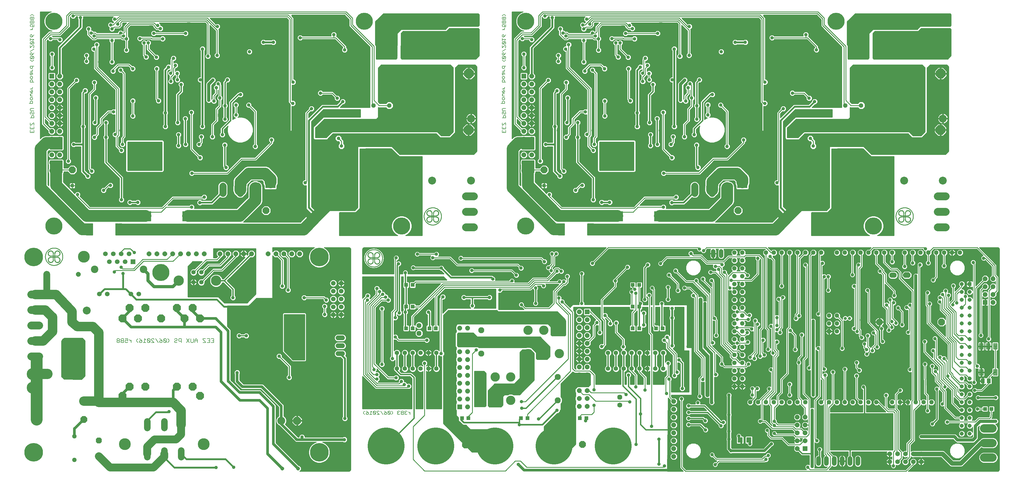
<source format=gbl>
G75*
G70*
%OFA0B0*%
%FSLAX24Y24*%
%IPPOS*%
%LPD*%
%AMOC8*
5,1,8,0,0,1.08239X$1,22.5*
%
%ADD10C,0.0050*%
%ADD11C,0.0060*%
%ADD12C,0.0885*%
%ADD13R,0.0197X0.0098*%
%ADD14C,0.0100*%
%ADD15C,0.0010*%
%ADD16R,0.0594X0.0594*%
%ADD17OC8,0.0594*%
%ADD18R,0.0098X0.0197*%
%ADD19C,0.1236*%
%ADD20OC8,0.1236*%
%ADD21C,0.1000*%
%ADD22OC8,0.0860*%
%ADD23R,0.0436X0.0436*%
%ADD24OC8,0.0560*%
%ADD25OC8,0.0520*%
%ADD26C,0.1000*%
%ADD27OC8,0.1000*%
%ADD28OC8,0.0885*%
%ADD29C,0.0825*%
%ADD30OC8,0.0760*%
%ADD31C,0.1502*%
%ADD32C,0.0594*%
%ADD33C,0.0594*%
%ADD34C,0.0560*%
%ADD35C,0.1306*%
%ADD36C,0.0945*%
%ADD37OC8,0.0600*%
%ADD38C,0.0397*%
%ADD39C,0.0700*%
%ADD40OC8,0.0700*%
%ADD41OC8,0.0630*%
%ADD42C,0.0630*%
%ADD43C,0.0560*%
%ADD44C,0.0860*%
%ADD45OC8,0.0554*%
%ADD46C,0.1181*%
%ADD47C,0.0768*%
%ADD48C,0.4685*%
%ADD49R,0.0472X0.0472*%
%ADD50C,0.1065*%
%ADD51C,0.0515*%
%ADD52R,0.0515X0.0515*%
%ADD53C,0.0554*%
%ADD54R,0.0630X0.0709*%
%ADD55R,0.0512X0.0591*%
%ADD56C,0.0083*%
%ADD57R,0.0396X0.0396*%
%ADD58OC8,0.0396*%
%ADD59C,0.0400*%
%ADD60C,0.0160*%
%ADD61C,0.0240*%
%ADD62C,0.1500*%
%ADD63C,0.0760*%
%ADD64C,0.0320*%
%ADD65C,0.0120*%
%ADD66C,0.0200*%
%ADD67R,0.0436X0.0436*%
%ADD68C,0.0660*%
%ADD69C,0.2165*%
%ADD70C,0.2362*%
%ADD71C,0.1500*%
%ADD72C,0.1300*%
%ADD73C,0.0500*%
%ADD74OC8,0.0436*%
%ADD75C,0.1350*%
%ADD76C,0.1200*%
%ADD77C,0.0860*%
D10*
X049484Y012755D02*
X049484Y012905D01*
X049635Y013055D01*
X049795Y013055D02*
X049945Y012980D01*
X050095Y012830D01*
X049870Y012830D01*
X049795Y012755D01*
X049795Y012680D01*
X049870Y012605D01*
X050020Y012605D01*
X050095Y012680D01*
X050095Y012830D01*
X050255Y012605D02*
X050555Y012605D01*
X050405Y012605D02*
X050405Y013055D01*
X050555Y012905D01*
X050715Y012980D02*
X051016Y012680D01*
X050941Y012605D01*
X050791Y012605D01*
X050715Y012680D01*
X050715Y012980D01*
X050791Y013055D01*
X050941Y013055D01*
X051016Y012980D01*
X051016Y012680D01*
X051176Y012605D02*
X051476Y012605D01*
X051176Y012905D01*
X051176Y012980D01*
X051251Y013055D01*
X051401Y013055D01*
X051476Y012980D01*
X051636Y013055D02*
X051936Y012605D01*
X052097Y012680D02*
X052097Y012755D01*
X052172Y012830D01*
X052397Y012830D01*
X052397Y012680D01*
X052322Y012605D01*
X052172Y012605D01*
X052097Y012680D01*
X052247Y012980D02*
X052397Y012830D01*
X052247Y012980D02*
X052097Y013055D01*
X052557Y012980D02*
X052857Y012680D01*
X052782Y012605D01*
X052632Y012605D01*
X052557Y012680D01*
X052557Y012980D01*
X052632Y013055D01*
X052782Y013055D01*
X052857Y012980D01*
X052857Y012680D01*
X053014Y012605D02*
X053164Y012755D01*
X053164Y012905D01*
X053014Y013055D01*
X053785Y012980D02*
X053785Y012905D01*
X053860Y012830D01*
X053785Y012755D01*
X053785Y012680D01*
X053860Y012605D01*
X054010Y012605D01*
X054085Y012680D01*
X054245Y012680D02*
X054320Y012605D01*
X054545Y012605D01*
X054545Y013055D01*
X054320Y013055D01*
X054245Y012980D01*
X054245Y012905D01*
X054320Y012830D01*
X054545Y012830D01*
X054706Y012905D02*
X054781Y012830D01*
X054706Y012755D01*
X054706Y012680D01*
X054781Y012605D01*
X054931Y012605D01*
X055006Y012680D01*
X054856Y012830D02*
X054781Y012830D01*
X054706Y012905D02*
X054706Y012980D01*
X054781Y013055D01*
X054931Y013055D01*
X055006Y012980D01*
X055164Y012905D02*
X055239Y012905D01*
X055389Y012755D01*
X055389Y012605D02*
X055389Y012905D01*
X054320Y012830D02*
X054245Y012755D01*
X054245Y012680D01*
X054085Y012980D02*
X054010Y013055D01*
X053860Y013055D01*
X053785Y012980D01*
X053860Y012830D02*
X053935Y012830D01*
X049635Y012605D02*
X049484Y012755D01*
X067064Y048422D02*
X067064Y048722D01*
X067064Y048882D02*
X067064Y049182D01*
X067064Y049343D02*
X067064Y049643D01*
X067064Y049343D02*
X067139Y049343D01*
X067439Y049643D01*
X067514Y049643D01*
X067514Y049343D01*
X067514Y049182D02*
X067514Y048882D01*
X067064Y048882D01*
X067289Y048882D02*
X067289Y049032D01*
X067514Y048722D02*
X067514Y048422D01*
X067064Y048422D01*
X067289Y048422D02*
X067289Y048572D01*
X067214Y050263D02*
X067214Y050489D01*
X067289Y050564D01*
X067439Y050564D01*
X067514Y050489D01*
X067514Y050263D01*
X067064Y050263D01*
X067139Y050724D02*
X067064Y050799D01*
X067064Y050949D01*
X067139Y051024D01*
X067214Y051024D01*
X067289Y050949D01*
X067289Y050799D01*
X067364Y050724D01*
X067439Y050724D01*
X067514Y050799D01*
X067514Y050949D01*
X067439Y051024D01*
X067514Y051184D02*
X067139Y051184D01*
X067064Y051259D01*
X067064Y051409D01*
X067139Y051484D01*
X067514Y051484D01*
X067364Y052105D02*
X067364Y052330D01*
X067289Y052405D01*
X067139Y052405D01*
X067064Y052330D01*
X067064Y052105D01*
X066914Y052105D02*
X067364Y052105D01*
X067289Y052565D02*
X067139Y052565D01*
X067064Y052640D01*
X067064Y052791D01*
X067139Y052866D01*
X067289Y052866D01*
X067364Y052791D01*
X067364Y052640D01*
X067289Y052565D01*
X067364Y053026D02*
X067139Y053026D01*
X067064Y053101D01*
X067139Y053176D01*
X067064Y053251D01*
X067139Y053326D01*
X067364Y053326D01*
X067289Y053486D02*
X067364Y053561D01*
X067364Y053711D01*
X067289Y053786D01*
X067214Y053786D01*
X067214Y053486D01*
X067139Y053486D02*
X067289Y053486D01*
X067139Y053486D02*
X067064Y053561D01*
X067064Y053711D01*
X067064Y053947D02*
X067364Y053947D01*
X067364Y054097D02*
X067364Y054172D01*
X067364Y054097D02*
X067214Y053947D01*
X067364Y054791D02*
X067364Y055016D01*
X067289Y055091D01*
X067139Y055091D01*
X067064Y055016D01*
X067064Y054791D01*
X067514Y054791D01*
X067289Y055251D02*
X067139Y055251D01*
X067064Y055326D01*
X067064Y055476D01*
X067139Y055551D01*
X067289Y055551D01*
X067364Y055476D01*
X067364Y055326D01*
X067289Y055251D01*
X067139Y055711D02*
X067214Y055786D01*
X067214Y056012D01*
X067289Y056012D02*
X067064Y056012D01*
X067064Y055786D01*
X067139Y055711D01*
X067364Y055786D02*
X067364Y055937D01*
X067289Y056012D01*
X067364Y056172D02*
X067064Y056172D01*
X067214Y056172D02*
X067364Y056322D01*
X067364Y056397D01*
X067289Y056555D02*
X067364Y056631D01*
X067364Y056856D01*
X067514Y056856D02*
X067064Y056856D01*
X067064Y056631D01*
X067139Y056555D01*
X067289Y056555D01*
X067364Y057476D02*
X067514Y057626D01*
X067439Y057783D02*
X067514Y057858D01*
X067514Y058008D01*
X067439Y058083D01*
X067139Y057783D01*
X067064Y057858D01*
X067064Y058008D01*
X067139Y058083D01*
X067439Y058083D01*
X067289Y058244D02*
X067289Y058469D01*
X067214Y058544D01*
X067139Y058544D01*
X067064Y058469D01*
X067064Y058319D01*
X067139Y058244D01*
X067289Y058244D01*
X067439Y058394D01*
X067514Y058544D01*
X067514Y059004D02*
X067064Y058704D01*
X067064Y059164D02*
X067364Y059465D01*
X067439Y059465D01*
X067514Y059390D01*
X067514Y059239D01*
X067439Y059164D01*
X067064Y059164D02*
X067064Y059465D01*
X067139Y059625D02*
X067439Y059925D01*
X067139Y059925D01*
X067064Y059850D01*
X067064Y059700D01*
X067139Y059625D01*
X067439Y059625D01*
X067514Y059700D01*
X067514Y059850D01*
X067439Y059925D01*
X067364Y060085D02*
X067514Y060235D01*
X067064Y060235D01*
X067064Y060085D02*
X067064Y060385D01*
X067139Y060546D02*
X067064Y060621D01*
X067064Y060771D01*
X067139Y060846D01*
X067214Y060846D01*
X067289Y060771D01*
X067289Y060546D01*
X067139Y060546D01*
X067289Y060546D02*
X067439Y060696D01*
X067514Y060846D01*
X067364Y061466D02*
X067064Y061466D01*
X067214Y061466D02*
X067364Y061616D01*
X067364Y061691D01*
X067289Y061850D02*
X067364Y062000D01*
X067364Y062075D01*
X067289Y062150D01*
X067139Y062150D01*
X067064Y062075D01*
X067064Y061925D01*
X067139Y061850D01*
X067289Y061850D02*
X067514Y061850D01*
X067514Y062150D01*
X067514Y062310D02*
X067514Y062536D01*
X067439Y062611D01*
X067364Y062611D01*
X067289Y062536D01*
X067289Y062310D01*
X067064Y062310D02*
X067514Y062310D01*
X067289Y062536D02*
X067214Y062611D01*
X067139Y062611D01*
X067064Y062536D01*
X067064Y062310D01*
X067139Y062771D02*
X067214Y062771D01*
X067289Y062846D01*
X067289Y062996D01*
X067214Y063071D01*
X067139Y063071D01*
X067064Y062996D01*
X067064Y062846D01*
X067139Y062771D01*
X067289Y062846D02*
X067364Y062771D01*
X067439Y062771D01*
X067514Y062846D01*
X067514Y062996D01*
X067439Y063071D01*
X067364Y063071D01*
X067289Y062996D01*
X067514Y063231D02*
X067364Y063381D01*
X067214Y063381D01*
X067064Y063231D01*
X067139Y057783D02*
X067439Y057783D01*
X067364Y057476D02*
X067214Y057476D01*
X067064Y057626D01*
X007672Y057626D02*
X007521Y057476D01*
X007371Y057476D01*
X007221Y057626D01*
X007296Y057783D02*
X007596Y058083D01*
X007296Y058083D01*
X007221Y058008D01*
X007221Y057858D01*
X007296Y057783D01*
X007596Y057783D01*
X007672Y057858D01*
X007672Y058008D01*
X007596Y058083D01*
X007446Y058244D02*
X007446Y058469D01*
X007371Y058544D01*
X007296Y058544D01*
X007221Y058469D01*
X007221Y058319D01*
X007296Y058244D01*
X007446Y058244D01*
X007596Y058394D01*
X007672Y058544D01*
X007672Y059004D02*
X007221Y058704D01*
X007221Y059164D02*
X007521Y059465D01*
X007596Y059465D01*
X007672Y059390D01*
X007672Y059239D01*
X007596Y059164D01*
X007221Y059164D02*
X007221Y059465D01*
X007296Y059625D02*
X007596Y059925D01*
X007296Y059925D01*
X007221Y059850D01*
X007221Y059700D01*
X007296Y059625D01*
X007596Y059625D01*
X007672Y059700D01*
X007672Y059850D01*
X007596Y059925D01*
X007521Y060085D02*
X007672Y060235D01*
X007221Y060235D01*
X007221Y060085D02*
X007221Y060385D01*
X007296Y060546D02*
X007221Y060621D01*
X007221Y060771D01*
X007296Y060846D01*
X007371Y060846D01*
X007446Y060771D01*
X007446Y060546D01*
X007296Y060546D01*
X007446Y060546D02*
X007596Y060696D01*
X007672Y060846D01*
X007521Y061466D02*
X007221Y061466D01*
X007371Y061466D02*
X007521Y061616D01*
X007521Y061691D01*
X007446Y061850D02*
X007521Y062000D01*
X007521Y062075D01*
X007446Y062150D01*
X007296Y062150D01*
X007221Y062075D01*
X007221Y061925D01*
X007296Y061850D01*
X007446Y061850D02*
X007672Y061850D01*
X007672Y062150D01*
X007672Y062310D02*
X007672Y062536D01*
X007596Y062611D01*
X007521Y062611D01*
X007446Y062536D01*
X007446Y062310D01*
X007221Y062310D02*
X007221Y062536D01*
X007296Y062611D01*
X007371Y062611D01*
X007446Y062536D01*
X007371Y062771D02*
X007446Y062846D01*
X007446Y062996D01*
X007371Y063071D01*
X007296Y063071D01*
X007221Y062996D01*
X007221Y062846D01*
X007296Y062771D01*
X007371Y062771D01*
X007446Y062846D02*
X007521Y062771D01*
X007596Y062771D01*
X007672Y062846D01*
X007672Y062996D01*
X007596Y063071D01*
X007521Y063071D01*
X007446Y062996D01*
X007221Y063231D02*
X007371Y063381D01*
X007521Y063381D01*
X007672Y063231D01*
X007672Y062310D02*
X007221Y062310D01*
X007221Y056856D02*
X007221Y056631D01*
X007296Y056555D01*
X007446Y056555D01*
X007521Y056631D01*
X007521Y056856D01*
X007672Y056856D02*
X007221Y056856D01*
X007521Y056397D02*
X007521Y056322D01*
X007371Y056172D01*
X007221Y056172D02*
X007521Y056172D01*
X007446Y056012D02*
X007221Y056012D01*
X007221Y055786D01*
X007296Y055711D01*
X007371Y055786D01*
X007371Y056012D01*
X007446Y056012D02*
X007521Y055937D01*
X007521Y055786D01*
X007446Y055551D02*
X007521Y055476D01*
X007521Y055326D01*
X007446Y055251D01*
X007296Y055251D01*
X007221Y055326D01*
X007221Y055476D01*
X007296Y055551D01*
X007446Y055551D01*
X007446Y055091D02*
X007521Y055016D01*
X007521Y054791D01*
X007672Y054791D02*
X007221Y054791D01*
X007221Y055016D01*
X007296Y055091D01*
X007446Y055091D01*
X007521Y054172D02*
X007521Y054097D01*
X007371Y053947D01*
X007221Y053947D02*
X007521Y053947D01*
X007446Y053786D02*
X007371Y053786D01*
X007371Y053486D01*
X007296Y053486D02*
X007446Y053486D01*
X007521Y053561D01*
X007521Y053711D01*
X007446Y053786D01*
X007221Y053711D02*
X007221Y053561D01*
X007296Y053486D01*
X007296Y053326D02*
X007521Y053326D01*
X007296Y053326D02*
X007221Y053251D01*
X007296Y053176D01*
X007221Y053101D01*
X007296Y053026D01*
X007521Y053026D01*
X007446Y052866D02*
X007521Y052791D01*
X007521Y052640D01*
X007446Y052565D01*
X007296Y052565D01*
X007221Y052640D01*
X007221Y052791D01*
X007296Y052866D01*
X007446Y052866D01*
X007446Y052405D02*
X007296Y052405D01*
X007221Y052330D01*
X007221Y052105D01*
X007071Y052105D02*
X007521Y052105D01*
X007521Y052330D01*
X007446Y052405D01*
X007296Y051484D02*
X007672Y051484D01*
X007672Y051184D02*
X007296Y051184D01*
X007221Y051259D01*
X007221Y051409D01*
X007296Y051484D01*
X007296Y051024D02*
X007221Y050949D01*
X007221Y050799D01*
X007296Y050724D01*
X007446Y050799D02*
X007521Y050724D01*
X007596Y050724D01*
X007672Y050799D01*
X007672Y050949D01*
X007596Y051024D01*
X007446Y050949D02*
X007371Y051024D01*
X007296Y051024D01*
X007446Y050949D02*
X007446Y050799D01*
X007446Y050564D02*
X007371Y050489D01*
X007371Y050263D01*
X007221Y050263D02*
X007672Y050263D01*
X007672Y050489D01*
X007596Y050564D01*
X007446Y050564D01*
X007596Y049643D02*
X007296Y049343D01*
X007221Y049343D01*
X007221Y049643D01*
X007596Y049643D02*
X007672Y049643D01*
X007672Y049343D01*
X007672Y049182D02*
X007672Y048882D01*
X007221Y048882D01*
X007221Y049182D01*
X007446Y049032D02*
X007446Y048882D01*
X007221Y048722D02*
X007221Y048422D01*
X007672Y048422D01*
X007672Y048722D01*
X007446Y048572D02*
X007446Y048422D01*
D11*
X018286Y022233D02*
X018203Y022150D01*
X018203Y022066D01*
X018286Y021983D01*
X018453Y021983D01*
X018537Y022066D01*
X018537Y022150D01*
X018453Y022233D01*
X018286Y022233D01*
X018286Y021983D02*
X018203Y021900D01*
X018203Y021816D01*
X018286Y021733D01*
X018453Y021733D01*
X018537Y021816D01*
X018537Y021900D01*
X018453Y021983D01*
X018719Y022066D02*
X018802Y021983D01*
X019052Y021983D01*
X019234Y021983D02*
X019234Y021816D01*
X019318Y021733D01*
X019484Y021733D01*
X019568Y021816D01*
X019568Y021983D02*
X019401Y022066D01*
X019318Y022066D01*
X019234Y021983D01*
X019234Y022233D02*
X019568Y022233D01*
X019568Y021983D01*
X019747Y022066D02*
X019831Y022066D01*
X019998Y021900D01*
X019998Y022066D02*
X019998Y021733D01*
X020690Y021900D02*
X020690Y022066D01*
X020857Y022233D01*
X021039Y022233D02*
X021206Y022150D01*
X021373Y021983D01*
X021122Y021983D01*
X021039Y021900D01*
X021039Y021816D01*
X021122Y021733D01*
X021289Y021733D01*
X021373Y021816D01*
X021373Y021983D01*
X021555Y021733D02*
X021888Y021733D01*
X021721Y021733D02*
X021721Y022233D01*
X021888Y022066D01*
X022070Y022150D02*
X022404Y021816D01*
X022321Y021733D01*
X022154Y021733D01*
X022070Y021816D01*
X022070Y022150D01*
X022154Y022233D01*
X022321Y022233D01*
X022404Y022150D01*
X022404Y021816D01*
X022586Y021733D02*
X022920Y021733D01*
X022586Y022066D01*
X022586Y022150D01*
X022669Y022233D01*
X022836Y022233D01*
X022920Y022150D01*
X023102Y022233D02*
X023435Y021733D01*
X023617Y021816D02*
X023617Y021900D01*
X023701Y021983D01*
X023951Y021983D01*
X023951Y021816D01*
X023867Y021733D01*
X023701Y021733D01*
X023617Y021816D01*
X023784Y022150D02*
X023617Y022233D01*
X023784Y022150D02*
X023951Y021983D01*
X024133Y022150D02*
X024466Y021816D01*
X024383Y021733D01*
X024216Y021733D01*
X024133Y021816D01*
X024133Y022150D01*
X024216Y022233D01*
X024383Y022233D01*
X024466Y022150D01*
X024466Y021816D01*
X024643Y021733D02*
X024810Y021900D01*
X024810Y022066D01*
X024643Y022233D01*
X025508Y022150D02*
X025591Y022233D01*
X025758Y022233D01*
X025842Y022150D01*
X025842Y022066D01*
X025758Y021983D01*
X025591Y021983D01*
X025508Y021900D01*
X025508Y021816D01*
X025591Y021733D01*
X025758Y021733D01*
X025842Y021816D01*
X026024Y021983D02*
X026107Y021900D01*
X026357Y021900D01*
X026357Y021733D02*
X026357Y022233D01*
X026107Y022233D01*
X026024Y022150D01*
X026024Y021983D01*
X027055Y022233D02*
X027388Y021733D01*
X027570Y021816D02*
X027570Y022233D01*
X027388Y022233D02*
X027055Y021733D01*
X027570Y021816D02*
X027654Y021733D01*
X027821Y021733D01*
X027904Y021816D01*
X027904Y022233D01*
X028086Y022066D02*
X028086Y021733D01*
X028086Y021983D02*
X028420Y021983D01*
X028420Y022066D02*
X028253Y022233D01*
X028086Y022066D01*
X028420Y022066D02*
X028420Y021733D01*
X029117Y021733D02*
X029451Y021733D01*
X029451Y021816D01*
X029117Y022150D01*
X029117Y022233D01*
X029451Y022233D01*
X029633Y022233D02*
X029967Y022233D01*
X029967Y021733D01*
X029633Y021733D01*
X029800Y021983D02*
X029967Y021983D01*
X030149Y022233D02*
X030482Y022233D01*
X030482Y021733D01*
X030149Y021733D01*
X030315Y021983D02*
X030482Y021983D01*
X020857Y021733D02*
X020690Y021900D01*
X019052Y021733D02*
X018802Y021733D01*
X018719Y021816D01*
X018719Y021900D01*
X018802Y021983D01*
X018719Y022066D02*
X018719Y022150D01*
X018802Y022233D01*
X019052Y022233D01*
X019052Y021733D01*
D12*
X031627Y040705D02*
X031627Y041590D01*
X033827Y041590D02*
X033827Y040705D01*
X036027Y040705D02*
X036027Y041590D01*
X091470Y041590D02*
X091470Y040705D01*
X093670Y040705D02*
X093670Y041590D01*
X095870Y041590D02*
X095870Y040705D01*
D13*
X103214Y037768D03*
X103214Y037676D03*
X097371Y009168D03*
X097371Y009076D03*
X043371Y037676D03*
X043371Y037768D03*
D14*
X043371Y037676D02*
X043367Y037672D01*
X043146Y037672D01*
X043146Y037272D01*
X043546Y037272D02*
X043546Y037672D01*
X043375Y037672D01*
X043371Y037676D01*
X043354Y038635D02*
X043249Y038635D01*
X043251Y038634D02*
X042876Y039009D01*
X042876Y049810D01*
X044413Y051347D01*
X049071Y051347D01*
X049071Y050382D01*
X044498Y050382D01*
X044447Y050382D01*
X044446Y050382D01*
X044444Y050382D01*
X044398Y050363D01*
X044351Y050344D01*
X044350Y050343D01*
X044349Y050342D01*
X044313Y050307D01*
X043225Y049243D01*
X043224Y049242D01*
X043188Y049207D01*
X043152Y049172D01*
X043152Y049170D01*
X043151Y049169D01*
X043131Y049123D01*
X043126Y049109D01*
X043118Y049102D01*
X043118Y049092D01*
X043112Y049076D01*
X042876Y049076D01*
X042876Y048978D02*
X043111Y048978D01*
X043111Y048973D02*
X043111Y048972D01*
X043111Y047720D01*
X043118Y047703D01*
X043118Y047642D01*
X043241Y047519D01*
X043302Y047519D01*
X043319Y047512D01*
X044798Y047512D01*
X044893Y047551D01*
X044967Y047625D01*
X045604Y048262D01*
X058681Y048262D01*
X059171Y047772D01*
X059270Y047772D01*
X059294Y047762D01*
X060398Y047762D01*
X060422Y047772D01*
X060471Y047772D01*
X061096Y048397D01*
X061096Y048446D01*
X061106Y048470D01*
X061106Y056632D01*
X061496Y057022D01*
X063596Y057022D01*
X063846Y056772D01*
X063846Y046047D01*
X063446Y045647D01*
X054071Y045647D01*
X053071Y046647D01*
X048746Y046647D01*
X048746Y038897D01*
X048371Y038522D01*
X043842Y038522D01*
X043546Y038639D01*
X043251Y038634D01*
X043151Y038734D02*
X048583Y038734D01*
X048485Y038635D02*
X043554Y038635D01*
X043804Y038537D02*
X048386Y038537D01*
X048557Y038340D02*
X056896Y038340D01*
X056896Y038438D02*
X048655Y038438D01*
X048592Y038375D02*
X048967Y038750D01*
X049006Y038845D01*
X049006Y046347D01*
X053003Y046347D01*
X053924Y045426D01*
X054019Y045387D01*
X056896Y045387D01*
X056896Y035338D01*
X054796Y035338D01*
X054798Y035338D01*
X055093Y035509D01*
X055334Y035749D01*
X055504Y036044D01*
X055592Y036373D01*
X055592Y036713D01*
X055504Y037042D01*
X055334Y037337D01*
X055093Y037577D01*
X054798Y037747D01*
X054470Y037836D01*
X054129Y037836D01*
X053801Y037747D01*
X053506Y037577D01*
X053265Y037337D01*
X053095Y037042D01*
X053007Y036713D01*
X053007Y036373D01*
X053095Y036044D01*
X053265Y035749D01*
X053506Y035509D01*
X053801Y035338D01*
X053803Y035338D01*
X046421Y035338D01*
X046421Y038197D01*
X046486Y038262D01*
X048423Y038262D01*
X048518Y038301D01*
X048592Y038375D01*
X048592Y038375D01*
X048754Y038537D02*
X056896Y038537D01*
X056896Y038635D02*
X048852Y038635D01*
X048951Y038734D02*
X056896Y038734D01*
X056896Y038832D02*
X049001Y038832D01*
X049006Y038931D02*
X056896Y038931D01*
X056896Y039029D02*
X049006Y039029D01*
X049006Y039128D02*
X056896Y039128D01*
X056896Y039226D02*
X049006Y039226D01*
X049006Y039325D02*
X056896Y039325D01*
X056896Y039423D02*
X049006Y039423D01*
X049006Y039522D02*
X056896Y039522D01*
X056896Y039620D02*
X049006Y039620D01*
X049006Y039719D02*
X056896Y039719D01*
X056896Y039817D02*
X049006Y039817D01*
X049006Y039916D02*
X056896Y039916D01*
X056896Y040014D02*
X049006Y040014D01*
X049006Y040113D02*
X056896Y040113D01*
X056896Y040211D02*
X049006Y040211D01*
X049006Y040310D02*
X056896Y040310D01*
X056896Y040408D02*
X049006Y040408D01*
X049006Y040507D02*
X056896Y040507D01*
X056896Y040605D02*
X049006Y040605D01*
X049006Y040704D02*
X056896Y040704D01*
X056896Y040802D02*
X049006Y040802D01*
X049006Y040901D02*
X056896Y040901D01*
X056896Y040999D02*
X049006Y040999D01*
X049006Y041098D02*
X056896Y041098D01*
X056896Y041196D02*
X049006Y041196D01*
X049006Y041295D02*
X056896Y041295D01*
X056896Y041393D02*
X049006Y041393D01*
X049006Y041492D02*
X056896Y041492D01*
X056896Y041590D02*
X049006Y041590D01*
X049006Y041689D02*
X056896Y041689D01*
X056896Y041787D02*
X049006Y041787D01*
X049006Y041886D02*
X056896Y041886D01*
X056896Y041984D02*
X049006Y041984D01*
X049006Y042083D02*
X056896Y042083D01*
X056896Y042181D02*
X049006Y042181D01*
X049006Y042280D02*
X056896Y042280D01*
X056896Y042378D02*
X049006Y042378D01*
X049006Y042477D02*
X056896Y042477D01*
X056896Y042575D02*
X049006Y042575D01*
X049006Y042674D02*
X056896Y042674D01*
X056896Y042772D02*
X049006Y042772D01*
X049006Y042871D02*
X056896Y042871D01*
X056896Y042969D02*
X049006Y042969D01*
X049006Y043068D02*
X056896Y043068D01*
X056896Y043166D02*
X049006Y043166D01*
X049006Y043265D02*
X056896Y043265D01*
X056896Y043363D02*
X049006Y043363D01*
X049006Y043462D02*
X056896Y043462D01*
X056896Y043560D02*
X049006Y043560D01*
X049006Y043659D02*
X056896Y043659D01*
X056896Y043757D02*
X049006Y043757D01*
X049006Y043856D02*
X056896Y043856D01*
X056896Y043954D02*
X049006Y043954D01*
X049006Y044053D02*
X056896Y044053D01*
X056896Y044151D02*
X049006Y044151D01*
X049006Y044250D02*
X056896Y044250D01*
X056896Y044348D02*
X049006Y044348D01*
X049006Y044447D02*
X056896Y044447D01*
X056896Y044545D02*
X049006Y044545D01*
X049006Y044644D02*
X056896Y044644D01*
X056896Y044742D02*
X049006Y044742D01*
X049006Y044841D02*
X056896Y044841D01*
X056896Y044939D02*
X049006Y044939D01*
X049006Y045038D02*
X056896Y045038D01*
X056896Y045136D02*
X049006Y045136D01*
X049006Y045235D02*
X056896Y045235D01*
X056896Y045333D02*
X049006Y045333D01*
X049006Y045432D02*
X053918Y045432D01*
X053820Y045530D02*
X049006Y045530D01*
X049006Y045629D02*
X053721Y045629D01*
X053623Y045727D02*
X049006Y045727D01*
X049006Y045826D02*
X053524Y045826D01*
X053426Y045924D02*
X049006Y045924D01*
X049006Y046023D02*
X053327Y046023D01*
X053229Y046121D02*
X049006Y046121D01*
X049006Y046220D02*
X053130Y046220D01*
X053032Y046318D02*
X049006Y046318D01*
X048746Y046318D02*
X046870Y046318D01*
X046840Y046289D02*
X047079Y046528D01*
X047079Y046866D01*
X046931Y047014D01*
X046931Y047349D01*
X046892Y047444D01*
X046704Y047631D01*
X046704Y047841D01*
X046465Y048080D01*
X046127Y048080D01*
X045888Y047841D01*
X045888Y047503D01*
X046127Y047264D01*
X046337Y047264D01*
X046411Y047189D01*
X046411Y047014D01*
X046263Y046866D01*
X046263Y046528D01*
X046502Y046289D01*
X046840Y046289D01*
X046968Y046417D02*
X048746Y046417D01*
X048746Y046515D02*
X047067Y046515D01*
X047079Y046614D02*
X048746Y046614D01*
X048746Y046220D02*
X042876Y046220D01*
X042876Y046318D02*
X046472Y046318D01*
X046374Y046417D02*
X042876Y046417D01*
X042876Y046515D02*
X046275Y046515D01*
X046263Y046614D02*
X042876Y046614D01*
X042876Y046712D02*
X046263Y046712D01*
X046263Y046811D02*
X042876Y046811D01*
X042876Y046909D02*
X046307Y046909D01*
X046405Y047008D02*
X042876Y047008D01*
X042876Y047106D02*
X046411Y047106D01*
X046395Y047205D02*
X042876Y047205D01*
X042876Y047303D02*
X046087Y047303D01*
X045989Y047402D02*
X042876Y047402D01*
X042876Y047500D02*
X045890Y047500D01*
X045888Y047599D02*
X044941Y047599D01*
X045039Y047697D02*
X045888Y047697D01*
X045888Y047796D02*
X045138Y047796D01*
X045236Y047894D02*
X045942Y047894D01*
X046040Y047993D02*
X045335Y047993D01*
X045433Y048091D02*
X058852Y048091D01*
X058950Y047993D02*
X046552Y047993D01*
X046651Y047894D02*
X059049Y047894D01*
X059147Y047796D02*
X046704Y047796D01*
X046704Y047697D02*
X063846Y047697D01*
X063846Y047599D02*
X046737Y047599D01*
X046835Y047500D02*
X063846Y047500D01*
X063846Y047402D02*
X046909Y047402D01*
X046931Y047303D02*
X063846Y047303D01*
X063846Y047205D02*
X046931Y047205D01*
X046931Y047106D02*
X063846Y047106D01*
X063846Y047008D02*
X046937Y047008D01*
X047036Y046909D02*
X063846Y046909D01*
X063846Y046811D02*
X047079Y046811D01*
X047079Y046712D02*
X063846Y046712D01*
X063846Y046614D02*
X053104Y046614D01*
X053203Y046515D02*
X063846Y046515D01*
X063846Y046417D02*
X053301Y046417D01*
X053400Y046318D02*
X063846Y046318D01*
X063846Y046220D02*
X053498Y046220D01*
X053597Y046121D02*
X063846Y046121D01*
X063822Y046023D02*
X053695Y046023D01*
X053794Y045924D02*
X063724Y045924D01*
X063625Y045826D02*
X053892Y045826D01*
X053991Y045727D02*
X063527Y045727D01*
X063846Y047796D02*
X060495Y047796D01*
X060594Y047894D02*
X063846Y047894D01*
X063846Y047993D02*
X063130Y047993D01*
X063116Y047979D02*
X063566Y048429D01*
X063566Y048697D01*
X062848Y048697D01*
X062848Y048797D01*
X063566Y048797D01*
X063566Y049065D01*
X063116Y049515D01*
X062848Y049515D01*
X062848Y048797D01*
X062748Y048797D01*
X062748Y049515D01*
X062479Y049515D01*
X062029Y049065D01*
X062029Y048797D01*
X062748Y048797D01*
X062748Y048697D01*
X062848Y048697D01*
X062848Y047979D01*
X063116Y047979D01*
X063228Y048091D02*
X063846Y048091D01*
X063846Y048190D02*
X063327Y048190D01*
X063425Y048288D02*
X063846Y048288D01*
X063846Y048387D02*
X063524Y048387D01*
X063566Y048485D02*
X063846Y048485D01*
X063846Y048584D02*
X063566Y048584D01*
X063566Y048682D02*
X063846Y048682D01*
X063846Y048781D02*
X062848Y048781D01*
X062848Y048879D02*
X062748Y048879D01*
X062748Y048781D02*
X061106Y048781D01*
X061106Y048879D02*
X062029Y048879D01*
X062029Y048978D02*
X061106Y048978D01*
X061106Y049076D02*
X062041Y049076D01*
X062139Y049175D02*
X061106Y049175D01*
X061106Y049273D02*
X062238Y049273D01*
X062336Y049372D02*
X061106Y049372D01*
X061106Y049470D02*
X062435Y049470D01*
X062748Y049470D02*
X062848Y049470D01*
X062848Y049372D02*
X062748Y049372D01*
X062748Y049273D02*
X062848Y049273D01*
X062848Y049175D02*
X062748Y049175D01*
X062748Y049076D02*
X062848Y049076D01*
X062848Y048978D02*
X062748Y048978D01*
X062748Y048697D02*
X062029Y048697D01*
X062029Y048429D01*
X062479Y047979D01*
X062748Y047979D01*
X062748Y048697D01*
X062748Y048682D02*
X062848Y048682D01*
X062848Y048584D02*
X062748Y048584D01*
X062748Y048485D02*
X062848Y048485D01*
X062848Y048387D02*
X062748Y048387D01*
X062748Y048288D02*
X062848Y048288D01*
X062848Y048190D02*
X062748Y048190D01*
X062748Y048091D02*
X062848Y048091D01*
X062848Y047993D02*
X062748Y047993D01*
X062465Y047993D02*
X060692Y047993D01*
X060791Y048091D02*
X062367Y048091D01*
X062268Y048190D02*
X060889Y048190D01*
X060988Y048288D02*
X062170Y048288D01*
X062071Y048387D02*
X061086Y048387D01*
X061106Y048485D02*
X062029Y048485D01*
X062029Y048584D02*
X061106Y048584D01*
X061106Y048682D02*
X062029Y048682D01*
X060846Y048682D02*
X043371Y048682D01*
X043371Y048584D02*
X060846Y048584D01*
X060846Y048522D02*
X060846Y056647D01*
X060471Y057022D01*
X051721Y057022D01*
X051346Y056622D01*
X051346Y052315D01*
X051554Y052107D01*
X052313Y052107D01*
X052543Y052337D01*
X052949Y052337D01*
X053236Y052050D01*
X053236Y051644D01*
X052949Y051357D01*
X052543Y051357D01*
X052313Y051587D01*
X051394Y051587D01*
X051346Y051607D01*
X051346Y050347D01*
X051121Y050122D01*
X044496Y050122D01*
X043371Y049022D01*
X043371Y047772D01*
X044746Y047772D01*
X045496Y048522D01*
X058846Y048522D01*
X059346Y048022D01*
X060346Y048022D01*
X060846Y048522D01*
X060810Y048485D02*
X058883Y048485D01*
X058981Y048387D02*
X060711Y048387D01*
X060613Y048288D02*
X059080Y048288D01*
X059178Y048190D02*
X060514Y048190D01*
X060416Y048091D02*
X059277Y048091D01*
X058753Y048190D02*
X045532Y048190D01*
X045361Y048387D02*
X043371Y048387D01*
X043371Y048485D02*
X045460Y048485D01*
X045263Y048288D02*
X043371Y048288D01*
X043371Y048190D02*
X045164Y048190D01*
X045066Y048091D02*
X043371Y048091D01*
X043371Y047993D02*
X044967Y047993D01*
X044869Y047894D02*
X043371Y047894D01*
X043371Y047796D02*
X044770Y047796D01*
X046296Y047672D02*
X046671Y047297D01*
X046671Y046697D01*
X048746Y046121D02*
X042876Y046121D01*
X042876Y046023D02*
X048746Y046023D01*
X048746Y045924D02*
X042876Y045924D01*
X042876Y045826D02*
X048746Y045826D01*
X048746Y045727D02*
X042876Y045727D01*
X042876Y045629D02*
X048746Y045629D01*
X048746Y045530D02*
X042876Y045530D01*
X042876Y045432D02*
X048746Y045432D01*
X048746Y045333D02*
X042876Y045333D01*
X042876Y045235D02*
X048746Y045235D01*
X048746Y045136D02*
X042876Y045136D01*
X042876Y045038D02*
X048746Y045038D01*
X048746Y044939D02*
X042876Y044939D01*
X042876Y044841D02*
X048746Y044841D01*
X048746Y044742D02*
X042876Y044742D01*
X042876Y044644D02*
X048746Y044644D01*
X048746Y044545D02*
X042876Y044545D01*
X042876Y044447D02*
X048746Y044447D01*
X048746Y044348D02*
X042876Y044348D01*
X042876Y044250D02*
X048746Y044250D01*
X048746Y044151D02*
X042876Y044151D01*
X042876Y044053D02*
X048746Y044053D01*
X048746Y043954D02*
X042876Y043954D01*
X042876Y043856D02*
X048746Y043856D01*
X048746Y043757D02*
X042876Y043757D01*
X042876Y043659D02*
X048746Y043659D01*
X048746Y043560D02*
X042876Y043560D01*
X042876Y043462D02*
X048746Y043462D01*
X048746Y043363D02*
X042876Y043363D01*
X042876Y043265D02*
X048746Y043265D01*
X048746Y043166D02*
X042876Y043166D01*
X042876Y043068D02*
X048746Y043068D01*
X048746Y042969D02*
X042876Y042969D01*
X042876Y042871D02*
X048746Y042871D01*
X048746Y042772D02*
X042876Y042772D01*
X042876Y042674D02*
X048746Y042674D01*
X048746Y042575D02*
X042876Y042575D01*
X042876Y042477D02*
X048746Y042477D01*
X048746Y042378D02*
X042876Y042378D01*
X042876Y042280D02*
X048746Y042280D01*
X048746Y042181D02*
X042876Y042181D01*
X042876Y042083D02*
X048746Y042083D01*
X048746Y041984D02*
X042876Y041984D01*
X042876Y041886D02*
X048746Y041886D01*
X048746Y041787D02*
X042876Y041787D01*
X042876Y041689D02*
X048746Y041689D01*
X048746Y041590D02*
X042876Y041590D01*
X042876Y041492D02*
X048746Y041492D01*
X048746Y041393D02*
X042876Y041393D01*
X042876Y041295D02*
X048746Y041295D01*
X048746Y041196D02*
X042876Y041196D01*
X042876Y041098D02*
X048746Y041098D01*
X048746Y040999D02*
X042876Y040999D01*
X042876Y040901D02*
X048746Y040901D01*
X048746Y040802D02*
X042876Y040802D01*
X042876Y040704D02*
X048746Y040704D01*
X048746Y040605D02*
X042876Y040605D01*
X042876Y040507D02*
X048746Y040507D01*
X048746Y040408D02*
X042876Y040408D01*
X042876Y040310D02*
X048746Y040310D01*
X048746Y040211D02*
X042876Y040211D01*
X042876Y040113D02*
X048746Y040113D01*
X048746Y040014D02*
X042876Y040014D01*
X042876Y039916D02*
X048746Y039916D01*
X048746Y039817D02*
X042876Y039817D01*
X042876Y039719D02*
X048746Y039719D01*
X048746Y039620D02*
X042876Y039620D01*
X042876Y039522D02*
X048746Y039522D01*
X048746Y039423D02*
X042876Y039423D01*
X042876Y039325D02*
X048746Y039325D01*
X048746Y039226D02*
X042876Y039226D01*
X042876Y039128D02*
X048746Y039128D01*
X048746Y039029D02*
X042876Y039029D01*
X042954Y038931D02*
X048746Y038931D01*
X048682Y038832D02*
X043052Y038832D01*
X042221Y038832D02*
X037634Y038832D01*
X037721Y038745D02*
X037370Y039097D01*
X036873Y039097D01*
X036521Y038745D01*
X036521Y038248D01*
X036873Y037897D01*
X037370Y037897D01*
X037721Y038248D01*
X037721Y038745D01*
X037721Y038734D02*
X042221Y038734D01*
X042221Y038635D02*
X037721Y038635D01*
X037721Y038537D02*
X042221Y038537D01*
X042221Y038438D02*
X037721Y038438D01*
X037721Y038340D02*
X042221Y038340D01*
X042221Y038241D02*
X037714Y038241D01*
X037616Y038143D02*
X042221Y038143D01*
X042221Y038044D02*
X037517Y038044D01*
X037419Y037946D02*
X042221Y037946D01*
X042221Y037847D02*
X035071Y037847D01*
X035169Y037946D02*
X036824Y037946D01*
X036725Y038044D02*
X035268Y038044D01*
X035367Y038143D02*
X036627Y038143D01*
X036528Y038241D02*
X035465Y038241D01*
X035564Y038340D02*
X036521Y038340D01*
X036521Y038438D02*
X035663Y038438D01*
X035761Y038537D02*
X036521Y038537D01*
X036521Y038635D02*
X035860Y038635D01*
X035959Y038734D02*
X036521Y038734D01*
X036608Y038832D02*
X036057Y038832D01*
X036156Y038931D02*
X036707Y038931D01*
X036805Y039029D02*
X036255Y039029D01*
X036267Y039042D02*
X036267Y039042D01*
X034418Y037196D01*
X034289Y037067D01*
X034289Y037067D01*
X034288Y037066D01*
X034229Y037042D01*
X041477Y037042D01*
X042221Y037810D01*
X042221Y041372D01*
X042220Y041679D01*
X041919Y041679D01*
X041703Y041894D01*
X041703Y042199D01*
X041919Y042415D01*
X042051Y042415D01*
X042051Y050988D01*
X042180Y051117D01*
X042503Y051440D01*
X042503Y051599D01*
X042719Y051815D01*
X043024Y051815D01*
X043239Y051599D01*
X043239Y051294D01*
X043024Y051079D01*
X042764Y051079D01*
X042491Y050806D01*
X042491Y050302D01*
X044132Y051943D01*
X044238Y051987D01*
X046076Y051987D01*
X046478Y052389D01*
X046478Y052499D01*
X046694Y052715D01*
X046999Y052715D01*
X047214Y052499D01*
X047214Y052194D01*
X046999Y051979D01*
X046888Y051979D01*
X046501Y051592D01*
X050271Y051592D01*
X050271Y059286D01*
X047651Y061906D01*
X047651Y062756D01*
X047080Y063327D01*
X040371Y063327D01*
X040371Y063208D01*
X040591Y062988D01*
X040591Y055190D01*
X040699Y055190D01*
X040914Y054974D01*
X040914Y054669D01*
X040699Y054454D01*
X040394Y054454D01*
X040391Y054456D01*
X040391Y052490D01*
X040674Y052490D01*
X040889Y052274D01*
X040889Y051969D01*
X040674Y051754D01*
X040371Y051754D01*
X040371Y048597D01*
X040171Y048597D01*
X040171Y051951D01*
X040153Y051969D01*
X040153Y052029D01*
X040080Y052102D01*
X039951Y052231D01*
X039951Y062706D01*
X039730Y062927D01*
X030002Y062927D01*
X030741Y062188D01*
X030794Y062240D01*
X031099Y062240D01*
X031314Y062024D01*
X031314Y061719D01*
X031112Y061517D01*
X031141Y061488D01*
X031141Y058522D01*
X031289Y058374D01*
X031289Y058069D01*
X031074Y057854D01*
X030769Y057854D01*
X030553Y058069D01*
X030553Y058374D01*
X030701Y058522D01*
X030701Y061306D01*
X029966Y062041D01*
X029966Y058397D01*
X030114Y058249D01*
X030114Y057944D01*
X029899Y057729D01*
X029594Y057729D01*
X029378Y057944D01*
X029378Y058249D01*
X029526Y058397D01*
X029526Y062181D01*
X029380Y062327D01*
X023562Y062327D01*
X023739Y062149D01*
X023739Y061990D01*
X023874Y061990D01*
X024089Y061774D01*
X024089Y061469D01*
X023874Y061254D01*
X023569Y061254D01*
X023421Y061402D01*
X023155Y061402D01*
X023026Y061531D01*
X022801Y061756D01*
X022801Y061831D01*
X022705Y061927D01*
X019937Y061927D01*
X019641Y061631D01*
X019641Y060622D01*
X019789Y060474D01*
X019789Y060169D01*
X019641Y060021D01*
X019641Y059172D01*
X019789Y059024D01*
X019789Y058719D01*
X019574Y058504D01*
X019269Y058504D01*
X019053Y058719D01*
X019053Y059024D01*
X019201Y059172D01*
X019201Y060021D01*
X019121Y060102D01*
X018805Y060102D01*
X018676Y060231D01*
X018655Y060252D01*
X017937Y060252D01*
X017939Y060249D01*
X017939Y059944D01*
X017791Y059796D01*
X017791Y057672D01*
X017939Y057524D01*
X017939Y057219D01*
X017724Y057004D01*
X017419Y057004D01*
X017203Y057219D01*
X017203Y057524D01*
X017351Y057672D01*
X017351Y059796D01*
X017203Y059944D01*
X017203Y060249D01*
X017206Y060252D01*
X015687Y060252D01*
X015537Y060102D01*
X015055Y060102D01*
X014926Y060231D01*
X014376Y060781D01*
X014376Y061271D01*
X014228Y061419D01*
X014228Y061724D01*
X014444Y061940D01*
X014749Y061940D01*
X014964Y061724D01*
X014964Y061419D01*
X014960Y061415D01*
X015099Y061415D01*
X015247Y061267D01*
X015512Y061267D01*
X015641Y061138D01*
X015641Y061138D01*
X015687Y061092D01*
X018303Y061092D01*
X018303Y061199D01*
X018519Y061415D01*
X018824Y061415D01*
X018972Y061267D01*
X018980Y061267D01*
X019001Y061288D01*
X019001Y061913D01*
X019130Y062042D01*
X019415Y062327D01*
X018937Y062327D01*
X018891Y062281D01*
X018891Y061931D01*
X018762Y061802D01*
X018562Y061602D01*
X017939Y061602D01*
X017939Y061419D01*
X017724Y061204D01*
X017419Y061204D01*
X017203Y061419D01*
X017203Y061724D01*
X017226Y061747D01*
X017053Y061919D01*
X017053Y062224D01*
X017269Y062440D01*
X017574Y062440D01*
X017676Y062338D01*
X017768Y062430D01*
X017553Y062644D01*
X017553Y062949D01*
X017731Y063127D01*
X013939Y063127D01*
X013939Y062844D01*
X013861Y062766D01*
X013861Y061739D01*
X013817Y061633D01*
X013735Y061551D01*
X011243Y059059D01*
X011243Y055933D01*
X011420Y055756D01*
X011420Y055369D01*
X011146Y055096D01*
X010760Y055096D01*
X010486Y055369D01*
X010486Y055756D01*
X010663Y055933D01*
X010663Y059236D01*
X010707Y059343D01*
X010789Y059425D01*
X010789Y059425D01*
X013281Y061917D01*
X013281Y062766D01*
X013203Y062844D01*
X013203Y063127D01*
X013014Y063127D01*
X013014Y063044D01*
X012799Y062829D01*
X012494Y062829D01*
X012278Y063044D01*
X012278Y063093D01*
X012266Y063081D01*
X012266Y061856D01*
X012137Y061727D01*
X011037Y060627D01*
X010012Y060627D01*
X010072Y060567D01*
X010912Y060567D01*
X010914Y060565D01*
X011124Y060565D01*
X011339Y060349D01*
X011339Y060044D01*
X011124Y059829D01*
X010819Y059829D01*
X010603Y060044D01*
X010603Y060127D01*
X010072Y060127D01*
X009924Y059979D01*
X009619Y059979D01*
X009416Y060181D01*
X009291Y060056D01*
X009291Y050513D01*
X009775Y050029D01*
X010146Y050029D01*
X010420Y049756D01*
X010420Y049369D01*
X010146Y049096D01*
X009760Y049096D01*
X009486Y049369D01*
X009486Y049696D01*
X009091Y050091D01*
X009091Y049638D01*
X009730Y048999D01*
X009760Y049029D01*
X010146Y049029D01*
X010420Y048756D01*
X010420Y048369D01*
X010146Y048096D01*
X009760Y048096D01*
X009486Y048369D01*
X009486Y048621D01*
X008651Y049456D01*
X008651Y060363D01*
X009451Y061163D01*
X009580Y061292D01*
X009975Y061292D01*
X009721Y061360D01*
X009436Y061525D01*
X009203Y061758D01*
X009038Y062044D01*
X008952Y062362D01*
X008952Y062692D01*
X009038Y063011D01*
X009203Y063296D01*
X009436Y063530D01*
X009721Y063694D01*
X009863Y063732D01*
X008471Y063732D01*
X008471Y047623D01*
X008725Y047877D01*
X009063Y048017D01*
X009624Y048017D01*
X009649Y048042D01*
X011331Y048042D01*
X011460Y047913D01*
X011460Y046231D01*
X011331Y046102D01*
X011152Y046102D01*
X011146Y046096D01*
X010760Y046096D01*
X010754Y046102D01*
X010152Y046102D01*
X010146Y046096D01*
X009760Y046096D01*
X009754Y046102D01*
X009649Y046102D01*
X009601Y046150D01*
X009441Y045991D01*
X009441Y041778D01*
X009551Y041668D01*
X009551Y041748D01*
X009551Y043228D01*
X009520Y043259D01*
X009520Y043335D01*
X009486Y043369D01*
X009486Y043756D01*
X009520Y043790D01*
X009520Y044335D01*
X009486Y044369D01*
X009486Y044756D01*
X009520Y044790D01*
X009520Y044916D01*
X009649Y045045D01*
X011331Y045045D01*
X011460Y044916D01*
X011460Y043892D01*
X011946Y043892D01*
X011946Y043920D01*
X012298Y044272D01*
X012795Y044272D01*
X013146Y043920D01*
X013146Y043423D01*
X012795Y043072D01*
X012298Y043072D01*
X011946Y043423D01*
X011946Y043452D01*
X011460Y043452D01*
X011460Y043259D01*
X011391Y043190D01*
X011391Y042126D01*
X012828Y040680D01*
X012828Y040699D01*
X013044Y040915D01*
X013349Y040915D01*
X013564Y040699D01*
X013564Y040394D01*
X013499Y040330D01*
X014812Y039017D01*
X023880Y039017D01*
X025076Y040213D01*
X025205Y040342D01*
X028903Y040342D01*
X028903Y040349D01*
X029119Y040565D01*
X029424Y040565D01*
X029639Y040349D01*
X029639Y040044D01*
X029424Y039829D01*
X029119Y039829D01*
X029046Y039902D01*
X025387Y039902D01*
X024652Y039167D01*
X027371Y039167D01*
X027519Y039315D01*
X027824Y039315D01*
X028039Y039099D01*
X028039Y038794D01*
X028012Y038767D01*
X033387Y038767D01*
X034826Y040203D01*
X034826Y041555D01*
X034966Y041893D01*
X035225Y042152D01*
X035563Y042292D01*
X035929Y042292D01*
X036145Y042203D01*
X036149Y042203D01*
X036374Y042109D01*
X036546Y041937D01*
X036640Y041712D01*
X036640Y041619D01*
X036666Y041555D01*
X036666Y040004D01*
X036666Y040004D01*
X036666Y039821D01*
X036666Y039639D01*
X036666Y039638D01*
X036666Y039638D01*
X036596Y039470D01*
X036526Y039301D01*
X036526Y039300D01*
X036526Y039300D01*
X036397Y039172D01*
X036267Y039042D01*
X036353Y039128D02*
X042221Y039128D01*
X042221Y039226D02*
X036452Y039226D01*
X036536Y039325D02*
X042221Y039325D01*
X042221Y039423D02*
X036577Y039423D01*
X036618Y039522D02*
X042221Y039522D01*
X042221Y039620D02*
X036659Y039620D01*
X036666Y039719D02*
X042221Y039719D01*
X042221Y039817D02*
X036666Y039817D01*
X036666Y039916D02*
X042221Y039916D01*
X042221Y040014D02*
X036666Y040014D01*
X036666Y040113D02*
X042221Y040113D01*
X042221Y040211D02*
X036666Y040211D01*
X036666Y040310D02*
X042221Y040310D01*
X042221Y040408D02*
X036666Y040408D01*
X036666Y040507D02*
X042221Y040507D01*
X042221Y040605D02*
X036666Y040605D01*
X036666Y040704D02*
X042221Y040704D01*
X042221Y040802D02*
X036666Y040802D01*
X036666Y040901D02*
X042221Y040901D01*
X042221Y040999D02*
X036666Y040999D01*
X036666Y041098D02*
X042221Y041098D01*
X042221Y041196D02*
X038397Y041196D01*
X038384Y041184D02*
X038484Y041284D01*
X038484Y041655D01*
X038591Y041914D01*
X038591Y042705D01*
X038451Y043043D01*
X037492Y044002D01*
X037154Y044142D01*
X034738Y044142D01*
X034400Y044002D01*
X034141Y043743D01*
X033218Y042820D01*
X033095Y042704D01*
X033089Y042691D01*
X033079Y042680D01*
X033014Y042525D01*
X032945Y042371D01*
X032944Y042356D01*
X032939Y042342D01*
X032939Y042174D01*
X032902Y040993D01*
X033031Y040651D01*
X033282Y040384D01*
X033300Y040376D01*
X033308Y040358D01*
X033480Y040186D01*
X033705Y040093D01*
X033949Y040093D01*
X034174Y040186D01*
X034346Y040358D01*
X034356Y040383D01*
X034590Y040602D01*
X034741Y040936D01*
X034767Y041766D01*
X035302Y042302D01*
X036590Y042302D01*
X036751Y042141D01*
X036751Y041914D01*
X036858Y041655D01*
X036858Y041284D01*
X036958Y041184D01*
X037471Y041184D01*
X037488Y041177D01*
X037854Y041177D01*
X037872Y041184D01*
X038384Y041184D01*
X038484Y041295D02*
X042221Y041295D01*
X042221Y041393D02*
X038484Y041393D01*
X038484Y041492D02*
X042221Y041492D01*
X042220Y041590D02*
X038484Y041590D01*
X038498Y041689D02*
X041908Y041689D01*
X041810Y041787D02*
X038539Y041787D01*
X038580Y041886D02*
X041711Y041886D01*
X041703Y041984D02*
X038591Y041984D01*
X038591Y042083D02*
X041703Y042083D01*
X041703Y042181D02*
X038591Y042181D01*
X038591Y042280D02*
X041784Y042280D01*
X041882Y042378D02*
X038591Y042378D01*
X038591Y042477D02*
X042051Y042477D01*
X042051Y042575D02*
X038591Y042575D01*
X038591Y042674D02*
X042051Y042674D01*
X042051Y042772D02*
X038563Y042772D01*
X038522Y042871D02*
X042051Y042871D01*
X042051Y042969D02*
X038482Y042969D01*
X038426Y043068D02*
X042051Y043068D01*
X042051Y043166D02*
X038328Y043166D01*
X038229Y043265D02*
X042051Y043265D01*
X042051Y043363D02*
X038131Y043363D01*
X038032Y043462D02*
X042051Y043462D01*
X042051Y043560D02*
X037934Y043560D01*
X037835Y043659D02*
X042051Y043659D01*
X042051Y043757D02*
X037737Y043757D01*
X037638Y043856D02*
X042051Y043856D01*
X042051Y043954D02*
X037540Y043954D01*
X037369Y044053D02*
X042051Y044053D01*
X042051Y044151D02*
X033412Y044151D01*
X033313Y044053D02*
X034524Y044053D01*
X034353Y043954D02*
X033215Y043954D01*
X033116Y043856D02*
X034254Y043856D01*
X034156Y043757D02*
X033018Y043757D01*
X032919Y043659D02*
X034057Y043659D01*
X033959Y043560D02*
X032821Y043560D01*
X032722Y043462D02*
X033860Y043462D01*
X033762Y043363D02*
X032624Y043363D01*
X032525Y043265D02*
X033663Y043265D01*
X033565Y043166D02*
X032427Y043166D01*
X032328Y043068D02*
X033466Y043068D01*
X033368Y042969D02*
X027939Y042969D01*
X027997Y043027D02*
X032287Y043027D01*
X034087Y044827D01*
X035862Y044827D01*
X038041Y047006D01*
X038041Y047171D01*
X038189Y047319D01*
X038189Y047624D01*
X037974Y047840D01*
X037669Y047840D01*
X037453Y047624D01*
X037453Y047319D01*
X037593Y047180D01*
X035680Y045267D01*
X033905Y045267D01*
X032105Y043467D01*
X027997Y043467D01*
X027849Y043615D01*
X027544Y043615D01*
X027328Y043399D01*
X027328Y043094D01*
X027544Y042879D01*
X027849Y042879D01*
X027997Y043027D01*
X027696Y043247D02*
X032196Y043247D01*
X033996Y045047D01*
X035771Y045047D01*
X037821Y047097D01*
X037821Y047472D01*
X037567Y047205D02*
X035966Y047205D01*
X035966Y047303D02*
X037469Y047303D01*
X037453Y047402D02*
X035966Y047402D01*
X035966Y047500D02*
X037453Y047500D01*
X037453Y047599D02*
X035966Y047599D01*
X035966Y047697D02*
X037526Y047697D01*
X037625Y047796D02*
X035966Y047796D01*
X035966Y047894D02*
X042051Y047894D01*
X042051Y047796D02*
X038018Y047796D01*
X038116Y047697D02*
X042051Y047697D01*
X042051Y047599D02*
X038189Y047599D01*
X038189Y047500D02*
X042051Y047500D01*
X042051Y047402D02*
X038189Y047402D01*
X038173Y047303D02*
X042051Y047303D01*
X042051Y047205D02*
X038075Y047205D01*
X038041Y047106D02*
X042051Y047106D01*
X042051Y047008D02*
X038041Y047008D01*
X037945Y046909D02*
X042051Y046909D01*
X042051Y046811D02*
X037846Y046811D01*
X037748Y046712D02*
X042051Y046712D01*
X042051Y046614D02*
X037649Y046614D01*
X037551Y046515D02*
X042051Y046515D01*
X042051Y046417D02*
X037452Y046417D01*
X037354Y046318D02*
X042051Y046318D01*
X042051Y046220D02*
X037255Y046220D01*
X037157Y046121D02*
X042051Y046121D01*
X042051Y046023D02*
X037058Y046023D01*
X036960Y045924D02*
X042051Y045924D01*
X042051Y045826D02*
X036861Y045826D01*
X036763Y045727D02*
X042051Y045727D01*
X042051Y045629D02*
X036664Y045629D01*
X036566Y045530D02*
X042051Y045530D01*
X042051Y045432D02*
X036467Y045432D01*
X036369Y045333D02*
X042051Y045333D01*
X042051Y045235D02*
X036270Y045235D01*
X036172Y045136D02*
X042051Y045136D01*
X042051Y045038D02*
X036073Y045038D01*
X035975Y044939D02*
X042051Y044939D01*
X042051Y044841D02*
X035876Y044841D01*
X035747Y045333D02*
X032121Y045333D01*
X032121Y045235D02*
X033873Y045235D01*
X033775Y045136D02*
X032121Y045136D01*
X032121Y045038D02*
X033676Y045038D01*
X033578Y044939D02*
X032121Y044939D01*
X032121Y044841D02*
X033479Y044841D01*
X033381Y044742D02*
X032121Y044742D01*
X032121Y044644D02*
X033282Y044644D01*
X033184Y044545D02*
X032121Y044545D01*
X032121Y044447D02*
X033085Y044447D01*
X032987Y044348D02*
X032121Y044348D01*
X032121Y044340D02*
X032121Y046551D01*
X032239Y046669D01*
X032239Y046974D01*
X032024Y047190D01*
X031719Y047190D01*
X031503Y046974D01*
X031503Y046669D01*
X031621Y046551D01*
X031621Y044097D01*
X031659Y044005D01*
X031678Y043986D01*
X031678Y043819D01*
X031894Y043604D01*
X032199Y043604D01*
X032414Y043819D01*
X032414Y044124D01*
X032199Y044340D01*
X032121Y044340D01*
X032289Y044250D02*
X032888Y044250D01*
X032790Y044151D02*
X032387Y044151D01*
X032414Y044053D02*
X032691Y044053D01*
X032593Y043954D02*
X032414Y043954D01*
X032414Y043856D02*
X032494Y043856D01*
X032396Y043757D02*
X032352Y043757D01*
X032297Y043659D02*
X032254Y043659D01*
X032199Y043560D02*
X027903Y043560D01*
X027489Y043560D02*
X024152Y043560D01*
X024156Y043570D02*
X024156Y047274D01*
X024117Y047369D01*
X024043Y047442D01*
X023948Y047482D01*
X019519Y047482D01*
X019424Y047442D01*
X019351Y047369D01*
X019311Y047274D01*
X019311Y047170D01*
X019311Y043570D01*
X019351Y043475D01*
X019424Y043401D01*
X019519Y043362D01*
X023948Y043362D01*
X024043Y043401D01*
X024117Y043475D01*
X024156Y043570D01*
X024156Y043659D02*
X031838Y043659D01*
X031740Y043757D02*
X024156Y043757D01*
X024156Y043856D02*
X031678Y043856D01*
X031678Y043954D02*
X024156Y043954D01*
X024156Y044053D02*
X031639Y044053D01*
X031621Y044151D02*
X024156Y044151D01*
X024156Y044250D02*
X031621Y044250D01*
X031621Y044348D02*
X024156Y044348D01*
X024156Y044447D02*
X031621Y044447D01*
X031621Y044545D02*
X024156Y044545D01*
X024156Y044644D02*
X031621Y044644D01*
X031621Y044742D02*
X024156Y044742D01*
X024156Y044841D02*
X031621Y044841D01*
X031621Y044939D02*
X028984Y044939D01*
X028899Y044854D02*
X029114Y045069D01*
X029114Y045374D01*
X028899Y045590D01*
X028689Y045590D01*
X027866Y046413D01*
X027866Y050671D01*
X028014Y050819D01*
X028014Y051124D01*
X027799Y051340D01*
X027494Y051340D01*
X027278Y051124D01*
X027278Y050819D01*
X027426Y050671D01*
X027426Y046231D01*
X028378Y045279D01*
X028378Y045069D01*
X028594Y044854D01*
X028899Y044854D01*
X029083Y045038D02*
X031621Y045038D01*
X031621Y045136D02*
X029114Y045136D01*
X029114Y045235D02*
X031621Y045235D01*
X031621Y045333D02*
X029114Y045333D01*
X029057Y045432D02*
X031621Y045432D01*
X031621Y045530D02*
X028958Y045530D01*
X028650Y045629D02*
X031621Y045629D01*
X031621Y045727D02*
X028552Y045727D01*
X028453Y045826D02*
X031621Y045826D01*
X031621Y045924D02*
X028355Y045924D01*
X028256Y046023D02*
X031621Y046023D01*
X031621Y046121D02*
X028158Y046121D01*
X028059Y046220D02*
X031621Y046220D01*
X031621Y046318D02*
X027961Y046318D01*
X027866Y046417D02*
X031621Y046417D01*
X031621Y046515D02*
X027866Y046515D01*
X027866Y046614D02*
X028383Y046614D01*
X028469Y046529D02*
X028774Y046529D01*
X028989Y046744D01*
X028989Y046954D01*
X029116Y047081D01*
X029116Y047571D01*
X029264Y047719D01*
X029264Y048024D01*
X029049Y048240D01*
X028744Y048240D01*
X028528Y048024D01*
X028528Y047719D01*
X028676Y047571D01*
X028676Y047265D01*
X028469Y047265D01*
X028253Y047049D01*
X028253Y046744D01*
X028469Y046529D01*
X028285Y046712D02*
X027866Y046712D01*
X027866Y046811D02*
X028253Y046811D01*
X028253Y046909D02*
X027866Y046909D01*
X027866Y047008D02*
X028253Y047008D01*
X028310Y047106D02*
X027866Y047106D01*
X027866Y047205D02*
X028409Y047205D01*
X028676Y047303D02*
X027866Y047303D01*
X027866Y047402D02*
X028676Y047402D01*
X028676Y047500D02*
X027866Y047500D01*
X027866Y047599D02*
X028648Y047599D01*
X028550Y047697D02*
X027866Y047697D01*
X027866Y047796D02*
X028528Y047796D01*
X028528Y047894D02*
X027866Y047894D01*
X027866Y047993D02*
X028528Y047993D01*
X028595Y048091D02*
X027866Y048091D01*
X027866Y048190D02*
X028694Y048190D01*
X028896Y047872D02*
X028896Y047172D01*
X028621Y046897D01*
X028989Y046909D02*
X031503Y046909D01*
X031503Y046811D02*
X028989Y046811D01*
X028957Y046712D02*
X031503Y046712D01*
X031558Y046614D02*
X028859Y046614D01*
X029043Y047008D02*
X031537Y047008D01*
X031635Y047106D02*
X029116Y047106D01*
X029116Y047205D02*
X033288Y047205D01*
X033198Y047229D02*
X033613Y047118D01*
X034042Y047118D01*
X034456Y047229D01*
X034828Y047444D01*
X035131Y047747D01*
X035346Y048119D01*
X035457Y048533D01*
X035457Y048962D01*
X035346Y049377D01*
X035131Y049748D01*
X034828Y050052D01*
X034456Y050266D01*
X034042Y050377D01*
X033613Y050377D01*
X033523Y050353D01*
X033664Y050494D01*
X033664Y050799D01*
X033516Y050947D01*
X033516Y051621D01*
X033664Y051769D01*
X033664Y052074D01*
X033449Y052290D01*
X033144Y052290D01*
X032928Y052074D01*
X032928Y051769D01*
X033076Y051621D01*
X033076Y050947D01*
X032928Y050799D01*
X032928Y050494D01*
X033144Y050279D01*
X033245Y050279D01*
X033198Y050266D01*
X032871Y050077D01*
X032871Y052143D01*
X033663Y052935D01*
X033719Y052879D01*
X034024Y052879D01*
X034239Y053094D01*
X034239Y053399D01*
X034024Y053615D01*
X033719Y053615D01*
X033601Y053497D01*
X033571Y053497D01*
X033480Y053459D01*
X032409Y052388D01*
X032371Y052297D01*
X032371Y050050D01*
X031359Y049038D01*
X031321Y048947D01*
X031321Y048417D01*
X031203Y048299D01*
X031203Y047994D01*
X031419Y047779D01*
X031724Y047779D01*
X031939Y047994D01*
X031939Y048299D01*
X031821Y048417D01*
X031821Y048793D01*
X032273Y049246D01*
X032198Y048962D01*
X032198Y048533D01*
X032309Y048119D01*
X032523Y047747D01*
X032826Y047444D01*
X033198Y047229D01*
X033069Y047303D02*
X029116Y047303D01*
X029116Y047402D02*
X032899Y047402D01*
X032770Y047500D02*
X029116Y047500D01*
X029144Y047599D02*
X030073Y047599D01*
X030169Y047504D02*
X030474Y047504D01*
X030689Y047719D01*
X030689Y048024D01*
X030541Y048172D01*
X030541Y049331D01*
X030937Y049727D01*
X030937Y049727D01*
X031066Y049856D01*
X031066Y051281D01*
X031466Y051681D01*
X031466Y052496D01*
X031614Y052644D01*
X031614Y052949D01*
X031466Y053097D01*
X031466Y054488D01*
X031414Y054540D01*
X031414Y054749D01*
X031199Y054965D01*
X030894Y054965D01*
X030678Y054749D01*
X030678Y054465D01*
X030644Y054465D01*
X030428Y054249D01*
X030428Y053944D01*
X030576Y053796D01*
X030576Y053463D01*
X030276Y053163D01*
X030276Y052697D01*
X030216Y052637D01*
X030216Y054394D01*
X030685Y054862D01*
X030687Y054867D01*
X030739Y054919D01*
X030739Y054994D01*
X030741Y054998D01*
X030741Y055145D01*
X030739Y055150D01*
X030739Y055224D01*
X030687Y055277D01*
X030685Y055281D01*
X030581Y055386D01*
X030576Y055387D01*
X030524Y055440D01*
X030449Y055440D01*
X030445Y055442D01*
X030298Y055442D01*
X030293Y055440D01*
X030219Y055440D01*
X030166Y055387D01*
X030162Y055386D01*
X029637Y054861D01*
X029637Y054861D01*
X029532Y054756D01*
X029476Y054620D01*
X029476Y052448D01*
X029478Y052444D01*
X029478Y052369D01*
X029531Y052317D01*
X029532Y052312D01*
X029637Y052208D01*
X029641Y052206D01*
X029694Y052154D01*
X029768Y052154D01*
X029773Y052152D01*
X029920Y052152D01*
X029924Y052154D01*
X029999Y052154D01*
X030051Y052206D01*
X030056Y052208D01*
X030128Y052280D01*
X030128Y052244D01*
X030344Y052029D01*
X030649Y052029D01*
X030864Y052244D01*
X030864Y052549D01*
X030716Y052697D01*
X030716Y052981D01*
X031016Y053281D01*
X031016Y053796D01*
X031026Y053806D01*
X031026Y053097D01*
X030878Y052949D01*
X030878Y052644D01*
X031026Y052496D01*
X031026Y051863D01*
X030755Y051592D01*
X030626Y051463D01*
X030626Y050038D01*
X030230Y049642D01*
X030101Y049513D01*
X030101Y048172D01*
X029953Y048024D01*
X029953Y047719D01*
X030169Y047504D01*
X029975Y047697D02*
X029242Y047697D01*
X029264Y047796D02*
X029953Y047796D01*
X029953Y047894D02*
X029264Y047894D01*
X029264Y047993D02*
X029953Y047993D01*
X030020Y048091D02*
X029197Y048091D01*
X029099Y048190D02*
X030101Y048190D01*
X030101Y048288D02*
X027866Y048288D01*
X027866Y048387D02*
X030101Y048387D01*
X030101Y048485D02*
X027866Y048485D01*
X027866Y048584D02*
X030101Y048584D01*
X030101Y048682D02*
X027866Y048682D01*
X027866Y048781D02*
X030101Y048781D01*
X030101Y048879D02*
X029274Y048879D01*
X029199Y048804D02*
X029414Y049019D01*
X029414Y049324D01*
X029336Y049402D01*
X029336Y058791D01*
X029414Y058869D01*
X029414Y059174D01*
X029199Y059390D01*
X028894Y059390D01*
X028678Y059174D01*
X028678Y058869D01*
X028756Y058791D01*
X028756Y055465D01*
X028619Y055465D01*
X028403Y055249D01*
X028403Y054944D01*
X028619Y054729D01*
X028756Y054729D01*
X028756Y049402D01*
X028678Y049324D01*
X028678Y049019D01*
X028894Y048804D01*
X029199Y048804D01*
X029373Y048978D02*
X030101Y048978D01*
X030101Y049076D02*
X029414Y049076D01*
X029414Y049175D02*
X030101Y049175D01*
X030101Y049273D02*
X029414Y049273D01*
X029367Y049372D02*
X030101Y049372D01*
X030101Y049470D02*
X029336Y049470D01*
X029336Y049569D02*
X030157Y049569D01*
X030256Y049667D02*
X029336Y049667D01*
X029336Y049766D02*
X030354Y049766D01*
X030453Y049864D02*
X029336Y049864D01*
X029336Y049963D02*
X030551Y049963D01*
X030626Y050061D02*
X029336Y050061D01*
X029336Y050160D02*
X030626Y050160D01*
X030626Y050258D02*
X029336Y050258D01*
X029336Y050357D02*
X030626Y050357D01*
X030626Y050455D02*
X029336Y050455D01*
X029336Y050554D02*
X030626Y050554D01*
X030626Y050652D02*
X029336Y050652D01*
X029336Y050751D02*
X030626Y050751D01*
X030626Y050849D02*
X029336Y050849D01*
X029336Y050948D02*
X030626Y050948D01*
X030626Y051046D02*
X029336Y051046D01*
X029336Y051145D02*
X030626Y051145D01*
X030626Y051243D02*
X029336Y051243D01*
X029336Y051342D02*
X030626Y051342D01*
X030626Y051440D02*
X029336Y051440D01*
X029336Y051539D02*
X030702Y051539D01*
X030801Y051637D02*
X029336Y051637D01*
X029336Y051736D02*
X030899Y051736D01*
X030998Y051834D02*
X029336Y051834D01*
X029336Y051933D02*
X031026Y051933D01*
X031026Y052031D02*
X030651Y052031D01*
X030750Y052130D02*
X031026Y052130D01*
X031026Y052228D02*
X030848Y052228D01*
X030864Y052327D02*
X031026Y052327D01*
X031026Y052425D02*
X030864Y052425D01*
X030864Y052524D02*
X030998Y052524D01*
X030900Y052622D02*
X030791Y052622D01*
X030716Y052721D02*
X030878Y052721D01*
X030878Y052819D02*
X030716Y052819D01*
X030716Y052918D02*
X030878Y052918D01*
X030945Y053016D02*
X030752Y053016D01*
X030850Y053115D02*
X031026Y053115D01*
X031026Y053213D02*
X030949Y053213D01*
X031016Y053312D02*
X031026Y053312D01*
X031016Y053410D02*
X031026Y053410D01*
X031016Y053509D02*
X031026Y053509D01*
X031016Y053607D02*
X031026Y053607D01*
X031016Y053706D02*
X031026Y053706D01*
X031024Y053804D02*
X031026Y053804D01*
X030796Y054097D02*
X030796Y053372D01*
X030496Y053072D01*
X030496Y052397D01*
X030242Y052130D02*
X029336Y052130D01*
X029336Y052228D02*
X029616Y052228D01*
X029520Y052327D02*
X029336Y052327D01*
X029336Y052425D02*
X029478Y052425D01*
X029476Y052524D02*
X029336Y052524D01*
X029336Y052622D02*
X029476Y052622D01*
X029476Y052721D02*
X029336Y052721D01*
X029336Y052819D02*
X029476Y052819D01*
X029476Y052918D02*
X029336Y052918D01*
X029336Y053016D02*
X029476Y053016D01*
X029476Y053115D02*
X029336Y053115D01*
X029336Y053213D02*
X029476Y053213D01*
X029476Y053312D02*
X029336Y053312D01*
X029336Y053410D02*
X029476Y053410D01*
X029476Y053509D02*
X029336Y053509D01*
X029336Y053607D02*
X029476Y053607D01*
X029476Y053706D02*
X029336Y053706D01*
X029336Y053804D02*
X029476Y053804D01*
X029476Y053903D02*
X029336Y053903D01*
X029336Y054001D02*
X029476Y054001D01*
X029476Y054100D02*
X029336Y054100D01*
X029336Y054198D02*
X029476Y054198D01*
X029476Y054297D02*
X029336Y054297D01*
X029336Y054395D02*
X029476Y054395D01*
X029476Y054494D02*
X029336Y054494D01*
X029336Y054592D02*
X029476Y054592D01*
X029505Y054691D02*
X029336Y054691D01*
X029336Y054789D02*
X029565Y054789D01*
X029664Y054888D02*
X029336Y054888D01*
X029336Y054986D02*
X029762Y054986D01*
X029861Y055085D02*
X029336Y055085D01*
X029336Y055183D02*
X029959Y055183D01*
X030058Y055282D02*
X029336Y055282D01*
X029336Y055380D02*
X030156Y055380D01*
X030586Y055380D02*
X031984Y055380D01*
X032069Y055465D02*
X031853Y055249D01*
X031853Y055082D01*
X031755Y054984D01*
X031755Y054984D01*
X031684Y054913D01*
X031646Y054822D01*
X031646Y052092D01*
X031528Y051974D01*
X031528Y051669D01*
X031646Y051551D01*
X031646Y050367D01*
X031528Y050249D01*
X031528Y049944D01*
X031744Y049729D01*
X032049Y049729D01*
X032264Y049944D01*
X032264Y050249D01*
X032146Y050367D01*
X032146Y051551D01*
X032264Y051669D01*
X032264Y051974D01*
X032146Y052092D01*
X032146Y054668D01*
X032207Y054729D01*
X032374Y054729D01*
X032589Y054944D01*
X032589Y055249D01*
X032374Y055465D01*
X032069Y055465D01*
X031886Y055282D02*
X030684Y055282D01*
X030739Y055183D02*
X031853Y055183D01*
X031853Y055085D02*
X030741Y055085D01*
X030739Y054986D02*
X031757Y054986D01*
X031674Y054888D02*
X031276Y054888D01*
X031374Y054789D02*
X031646Y054789D01*
X031646Y054691D02*
X031414Y054691D01*
X031414Y054592D02*
X031646Y054592D01*
X031646Y054494D02*
X031460Y054494D01*
X031466Y054395D02*
X031646Y054395D01*
X031646Y054297D02*
X031466Y054297D01*
X031466Y054198D02*
X031646Y054198D01*
X031646Y054100D02*
X031466Y054100D01*
X031466Y054001D02*
X031646Y054001D01*
X031646Y053903D02*
X031466Y053903D01*
X031466Y053804D02*
X031646Y053804D01*
X031646Y053706D02*
X031466Y053706D01*
X031466Y053607D02*
X031646Y053607D01*
X031646Y053509D02*
X031466Y053509D01*
X031466Y053410D02*
X031646Y053410D01*
X031646Y053312D02*
X031466Y053312D01*
X031466Y053213D02*
X031646Y053213D01*
X031646Y053115D02*
X031466Y053115D01*
X031547Y053016D02*
X031646Y053016D01*
X031646Y052918D02*
X031614Y052918D01*
X031614Y052819D02*
X031646Y052819D01*
X031646Y052721D02*
X031614Y052721D01*
X031592Y052622D02*
X031646Y052622D01*
X031646Y052524D02*
X031494Y052524D01*
X031466Y052425D02*
X031646Y052425D01*
X031646Y052327D02*
X031466Y052327D01*
X031466Y052228D02*
X031646Y052228D01*
X031646Y052130D02*
X031466Y052130D01*
X031466Y052031D02*
X031585Y052031D01*
X031528Y051933D02*
X031466Y051933D01*
X031466Y051834D02*
X031528Y051834D01*
X031528Y051736D02*
X031466Y051736D01*
X031423Y051637D02*
X031560Y051637D01*
X031646Y051539D02*
X031324Y051539D01*
X031226Y051440D02*
X031646Y051440D01*
X031646Y051342D02*
X031127Y051342D01*
X031066Y051243D02*
X031646Y051243D01*
X031646Y051145D02*
X031066Y051145D01*
X031066Y051046D02*
X031646Y051046D01*
X031646Y050948D02*
X031066Y050948D01*
X031066Y050849D02*
X031646Y050849D01*
X031646Y050751D02*
X031066Y050751D01*
X031066Y050652D02*
X031646Y050652D01*
X031646Y050554D02*
X031066Y050554D01*
X031066Y050455D02*
X031646Y050455D01*
X031636Y050357D02*
X031066Y050357D01*
X031066Y050258D02*
X031537Y050258D01*
X031528Y050160D02*
X031066Y050160D01*
X031066Y050061D02*
X031528Y050061D01*
X031528Y049963D02*
X031066Y049963D01*
X031066Y049864D02*
X031608Y049864D01*
X031706Y049766D02*
X030976Y049766D01*
X030878Y049667D02*
X031988Y049667D01*
X031890Y049569D02*
X030779Y049569D01*
X030681Y049470D02*
X031791Y049470D01*
X031693Y049372D02*
X030582Y049372D01*
X030541Y049273D02*
X031594Y049273D01*
X031496Y049175D02*
X030541Y049175D01*
X030541Y049076D02*
X031397Y049076D01*
X031334Y048978D02*
X030541Y048978D01*
X030541Y048879D02*
X031321Y048879D01*
X031321Y048781D02*
X030541Y048781D01*
X030541Y048682D02*
X031321Y048682D01*
X031321Y048584D02*
X030541Y048584D01*
X030541Y048485D02*
X031321Y048485D01*
X031291Y048387D02*
X030541Y048387D01*
X030541Y048288D02*
X031203Y048288D01*
X031203Y048190D02*
X030541Y048190D01*
X030622Y048091D02*
X031203Y048091D01*
X031204Y047993D02*
X030689Y047993D01*
X030689Y047894D02*
X031303Y047894D01*
X031401Y047796D02*
X030689Y047796D01*
X030667Y047697D02*
X032573Y047697D01*
X032495Y047796D02*
X031741Y047796D01*
X031839Y047894D02*
X032438Y047894D01*
X032381Y047993D02*
X031938Y047993D01*
X031939Y048091D02*
X032324Y048091D01*
X032289Y048190D02*
X031939Y048190D01*
X031939Y048288D02*
X032263Y048288D01*
X032237Y048387D02*
X031852Y048387D01*
X031821Y048485D02*
X032210Y048485D01*
X032198Y048584D02*
X031821Y048584D01*
X031821Y048682D02*
X032198Y048682D01*
X032198Y048781D02*
X031821Y048781D01*
X031907Y048879D02*
X032198Y048879D01*
X032202Y048978D02*
X032006Y048978D01*
X032104Y049076D02*
X032228Y049076D01*
X032203Y049175D02*
X032255Y049175D01*
X032086Y049766D02*
X032087Y049766D01*
X032184Y049864D02*
X032185Y049864D01*
X032264Y049963D02*
X032284Y049963D01*
X032264Y050061D02*
X032371Y050061D01*
X032371Y050160D02*
X032264Y050160D01*
X032255Y050258D02*
X032371Y050258D01*
X032371Y050357D02*
X032157Y050357D01*
X032146Y050455D02*
X032371Y050455D01*
X032371Y050554D02*
X032146Y050554D01*
X032146Y050652D02*
X032371Y050652D01*
X032371Y050751D02*
X032146Y050751D01*
X032146Y050849D02*
X032371Y050849D01*
X032371Y050948D02*
X032146Y050948D01*
X032146Y051046D02*
X032371Y051046D01*
X032371Y051145D02*
X032146Y051145D01*
X032146Y051243D02*
X032371Y051243D01*
X032371Y051342D02*
X032146Y051342D01*
X032146Y051440D02*
X032371Y051440D01*
X032371Y051539D02*
X032146Y051539D01*
X032232Y051637D02*
X032371Y051637D01*
X032371Y051736D02*
X032264Y051736D01*
X032264Y051834D02*
X032371Y051834D01*
X032371Y051933D02*
X032264Y051933D01*
X032207Y052031D02*
X032371Y052031D01*
X032371Y052130D02*
X032146Y052130D01*
X032146Y052228D02*
X032371Y052228D01*
X032384Y052327D02*
X032146Y052327D01*
X032146Y052425D02*
X032446Y052425D01*
X032545Y052524D02*
X032146Y052524D01*
X032146Y052622D02*
X032643Y052622D01*
X032742Y052721D02*
X032146Y052721D01*
X032146Y052819D02*
X032840Y052819D01*
X032939Y052918D02*
X032146Y052918D01*
X032146Y053016D02*
X033037Y053016D01*
X033136Y053115D02*
X032146Y053115D01*
X032146Y053213D02*
X033234Y053213D01*
X033333Y053312D02*
X032146Y053312D01*
X032146Y053410D02*
X033431Y053410D01*
X033613Y053509D02*
X032146Y053509D01*
X032146Y053607D02*
X033711Y053607D01*
X034031Y053607D02*
X039951Y053607D01*
X039951Y053509D02*
X034130Y053509D01*
X034228Y053410D02*
X039951Y053410D01*
X039951Y053312D02*
X034239Y053312D01*
X034239Y053213D02*
X039951Y053213D01*
X039951Y053115D02*
X034239Y053115D01*
X034161Y053016D02*
X039951Y053016D01*
X039951Y052918D02*
X034063Y052918D01*
X033679Y052918D02*
X033646Y052918D01*
X033547Y052819D02*
X039951Y052819D01*
X039951Y052721D02*
X033449Y052721D01*
X033350Y052622D02*
X039951Y052622D01*
X039951Y052524D02*
X033252Y052524D01*
X033153Y052425D02*
X039951Y052425D01*
X039951Y052327D02*
X033055Y052327D01*
X033082Y052228D02*
X032956Y052228D01*
X032984Y052130D02*
X032871Y052130D01*
X032871Y052031D02*
X032928Y052031D01*
X032928Y051933D02*
X032871Y051933D01*
X032871Y051834D02*
X032928Y051834D01*
X032961Y051736D02*
X032871Y051736D01*
X032871Y051637D02*
X033060Y051637D01*
X033076Y051539D02*
X032871Y051539D01*
X032871Y051440D02*
X033076Y051440D01*
X033076Y051342D02*
X032871Y051342D01*
X032871Y051243D02*
X033076Y051243D01*
X033076Y051145D02*
X032871Y051145D01*
X032871Y051046D02*
X033076Y051046D01*
X033076Y050948D02*
X032871Y050948D01*
X032871Y050849D02*
X032978Y050849D01*
X032928Y050751D02*
X032871Y050751D01*
X032871Y050652D02*
X032928Y050652D01*
X032928Y050554D02*
X032871Y050554D01*
X032871Y050455D02*
X032967Y050455D01*
X032871Y050357D02*
X033065Y050357D01*
X033185Y050258D02*
X032871Y050258D01*
X032871Y050160D02*
X033014Y050160D01*
X033527Y050357D02*
X033537Y050357D01*
X033625Y050455D02*
X035526Y050455D01*
X035526Y050357D02*
X034117Y050357D01*
X034469Y050258D02*
X035526Y050258D01*
X035526Y050160D02*
X034640Y050160D01*
X034810Y050061D02*
X035526Y050061D01*
X035526Y049963D02*
X034916Y049963D01*
X035015Y049864D02*
X035526Y049864D01*
X035526Y049766D02*
X035113Y049766D01*
X035178Y049667D02*
X035526Y049667D01*
X035526Y049569D02*
X035234Y049569D01*
X035291Y049470D02*
X035526Y049470D01*
X035526Y049372D02*
X035347Y049372D01*
X035373Y049273D02*
X035526Y049273D01*
X035526Y049175D02*
X035400Y049175D01*
X035426Y049076D02*
X035526Y049076D01*
X035526Y048978D02*
X035452Y048978D01*
X035457Y048879D02*
X035526Y048879D01*
X035526Y048781D02*
X035457Y048781D01*
X035457Y048682D02*
X035526Y048682D01*
X035526Y048584D02*
X035457Y048584D01*
X035444Y048485D02*
X035526Y048485D01*
X035526Y048387D02*
X035417Y048387D01*
X035391Y048288D02*
X035526Y048288D01*
X035526Y048190D02*
X035365Y048190D01*
X035330Y048091D02*
X035526Y048091D01*
X035526Y047993D02*
X035273Y047993D01*
X035216Y047894D02*
X035526Y047894D01*
X035526Y047796D02*
X035159Y047796D01*
X035081Y047697D02*
X035526Y047697D01*
X035526Y047599D02*
X034983Y047599D01*
X034884Y047500D02*
X035526Y047500D01*
X035526Y047402D02*
X034755Y047402D01*
X034585Y047303D02*
X035526Y047303D01*
X035526Y047205D02*
X034366Y047205D01*
X035378Y046799D02*
X035378Y046494D01*
X035594Y046279D01*
X035899Y046279D01*
X036114Y046494D01*
X036114Y046799D01*
X035966Y046947D01*
X035966Y051163D01*
X035837Y051292D01*
X035289Y051840D01*
X035289Y052049D01*
X035074Y052265D01*
X034769Y052265D01*
X034553Y052049D01*
X034553Y051744D01*
X034769Y051529D01*
X034978Y051529D01*
X035526Y050981D01*
X035526Y046947D01*
X035378Y046799D01*
X035390Y046811D02*
X032239Y046811D01*
X032239Y046909D02*
X035488Y046909D01*
X035526Y047008D02*
X032206Y047008D01*
X032107Y047106D02*
X035526Y047106D01*
X035378Y046712D02*
X032239Y046712D01*
X032184Y046614D02*
X035378Y046614D01*
X035378Y046515D02*
X032121Y046515D01*
X032121Y046417D02*
X035455Y046417D01*
X035554Y046318D02*
X032121Y046318D01*
X032121Y046220D02*
X036633Y046220D01*
X036535Y046121D02*
X032121Y046121D01*
X032121Y046023D02*
X036436Y046023D01*
X036338Y045924D02*
X032121Y045924D01*
X032121Y045826D02*
X036239Y045826D01*
X036141Y045727D02*
X032121Y045727D01*
X032121Y045629D02*
X036042Y045629D01*
X035944Y045530D02*
X032121Y045530D01*
X032121Y045432D02*
X035845Y045432D01*
X035938Y046318D02*
X036732Y046318D01*
X036830Y046417D02*
X036037Y046417D01*
X036114Y046515D02*
X036929Y046515D01*
X037027Y046614D02*
X036114Y046614D01*
X036114Y046712D02*
X037126Y046712D01*
X037224Y046811D02*
X036103Y046811D01*
X036004Y046909D02*
X037323Y046909D01*
X037421Y047008D02*
X035966Y047008D01*
X035966Y047106D02*
X037520Y047106D01*
X035966Y047993D02*
X042051Y047993D01*
X042051Y048091D02*
X035966Y048091D01*
X035966Y048190D02*
X042051Y048190D01*
X042051Y048288D02*
X035966Y048288D01*
X035966Y048387D02*
X042051Y048387D01*
X042051Y048485D02*
X035966Y048485D01*
X035966Y048584D02*
X042051Y048584D01*
X042051Y048682D02*
X040371Y048682D01*
X040371Y048781D02*
X042051Y048781D01*
X042051Y048879D02*
X040371Y048879D01*
X040371Y048978D02*
X042051Y048978D01*
X042051Y049076D02*
X040371Y049076D01*
X040371Y049175D02*
X042051Y049175D01*
X042051Y049273D02*
X040371Y049273D01*
X040371Y049372D02*
X042051Y049372D01*
X042051Y049470D02*
X040371Y049470D01*
X040371Y049569D02*
X042051Y049569D01*
X042051Y049667D02*
X040371Y049667D01*
X040371Y049766D02*
X042051Y049766D01*
X042051Y049864D02*
X040371Y049864D01*
X040371Y049963D02*
X042051Y049963D01*
X042051Y050061D02*
X040371Y050061D01*
X040371Y050160D02*
X042051Y050160D01*
X042051Y050258D02*
X040371Y050258D01*
X040371Y050357D02*
X042051Y050357D01*
X042051Y050455D02*
X040371Y050455D01*
X040371Y050554D02*
X042051Y050554D01*
X042051Y050652D02*
X040371Y050652D01*
X040371Y050751D02*
X042051Y050751D01*
X042051Y050849D02*
X040371Y050849D01*
X040371Y050948D02*
X042051Y050948D01*
X042110Y051046D02*
X040371Y051046D01*
X040371Y051145D02*
X042208Y051145D01*
X042307Y051243D02*
X040371Y051243D01*
X040371Y051342D02*
X042405Y051342D01*
X042503Y051440D02*
X040371Y051440D01*
X040371Y051539D02*
X042503Y051539D01*
X042541Y051637D02*
X040371Y051637D01*
X040371Y051736D02*
X042640Y051736D01*
X042846Y051472D02*
X042271Y050897D01*
X042271Y042247D01*
X042071Y042047D01*
X042051Y044250D02*
X033510Y044250D01*
X033609Y044348D02*
X042051Y044348D01*
X042051Y044447D02*
X033707Y044447D01*
X033806Y044545D02*
X042051Y044545D01*
X042051Y044644D02*
X033904Y044644D01*
X034003Y044742D02*
X042051Y044742D01*
X042876Y047599D02*
X043161Y047599D01*
X043118Y047697D02*
X042876Y047697D01*
X042876Y047796D02*
X043111Y047796D01*
X043111Y047894D02*
X042876Y047894D01*
X042876Y047993D02*
X043111Y047993D01*
X043111Y048091D02*
X042876Y048091D01*
X042876Y048190D02*
X043111Y048190D01*
X043111Y048288D02*
X042876Y048288D01*
X042876Y048387D02*
X043111Y048387D01*
X043111Y048485D02*
X042876Y048485D01*
X042876Y048584D02*
X043111Y048584D01*
X043111Y048682D02*
X042876Y048682D01*
X042876Y048781D02*
X043111Y048781D01*
X043111Y048879D02*
X042876Y048879D01*
X043111Y048973D02*
X043111Y049023D01*
X043111Y049074D01*
X043112Y049075D01*
X043112Y049076D01*
X043156Y049175D02*
X042876Y049175D01*
X042876Y049273D02*
X043257Y049273D01*
X043357Y049372D02*
X042876Y049372D01*
X042876Y049470D02*
X043458Y049470D01*
X043559Y049569D02*
X042876Y049569D01*
X042876Y049667D02*
X043660Y049667D01*
X043760Y049766D02*
X042876Y049766D01*
X042930Y049864D02*
X043861Y049864D01*
X043962Y049963D02*
X043029Y049963D01*
X043127Y050061D02*
X044062Y050061D01*
X044163Y050160D02*
X043226Y050160D01*
X043324Y050258D02*
X044264Y050258D01*
X044384Y050357D02*
X043423Y050357D01*
X043521Y050455D02*
X049071Y050455D01*
X049071Y050554D02*
X043620Y050554D01*
X043718Y050652D02*
X049071Y050652D01*
X049071Y050751D02*
X043817Y050751D01*
X043915Y050849D02*
X049071Y050849D01*
X049071Y050948D02*
X044014Y050948D01*
X044112Y051046D02*
X049071Y051046D01*
X049071Y051145D02*
X044211Y051145D01*
X044309Y051243D02*
X049071Y051243D01*
X049071Y051342D02*
X044408Y051342D01*
X043925Y051736D02*
X043103Y051736D01*
X043201Y051637D02*
X043827Y051637D01*
X043728Y051539D02*
X043239Y051539D01*
X043239Y051440D02*
X043630Y051440D01*
X043531Y051342D02*
X043239Y051342D01*
X043188Y051243D02*
X043433Y051243D01*
X043334Y051145D02*
X043090Y051145D01*
X043236Y051046D02*
X042732Y051046D01*
X042633Y050948D02*
X043137Y050948D01*
X043039Y050849D02*
X042535Y050849D01*
X042491Y050751D02*
X042940Y050751D01*
X042842Y050652D02*
X042491Y050652D01*
X042491Y050554D02*
X042743Y050554D01*
X042645Y050455D02*
X042491Y050455D01*
X042491Y050357D02*
X042546Y050357D01*
X043830Y049470D02*
X060846Y049470D01*
X060846Y049372D02*
X043729Y049372D01*
X043628Y049273D02*
X060846Y049273D01*
X060846Y049175D02*
X043528Y049175D01*
X043427Y049076D02*
X060846Y049076D01*
X060846Y048978D02*
X043371Y048978D01*
X043371Y048879D02*
X060846Y048879D01*
X060846Y048781D02*
X043371Y048781D01*
X043931Y049569D02*
X060846Y049569D01*
X060846Y049667D02*
X044031Y049667D01*
X044132Y049766D02*
X060846Y049766D01*
X060846Y049864D02*
X044233Y049864D01*
X044334Y049963D02*
X060846Y049963D01*
X060846Y050061D02*
X044434Y050061D01*
X044024Y051834D02*
X040754Y051834D01*
X040853Y051933D02*
X044122Y051933D01*
X045778Y052619D02*
X045994Y052404D01*
X046299Y052404D01*
X046514Y052619D01*
X046514Y052924D01*
X046299Y053140D01*
X046089Y053140D01*
X045587Y053642D01*
X044322Y053642D01*
X044174Y053790D01*
X043869Y053790D01*
X043653Y053574D01*
X043653Y053269D01*
X043869Y053054D01*
X044174Y053054D01*
X044322Y053202D01*
X045405Y053202D01*
X045778Y052829D01*
X045778Y052619D01*
X045778Y052622D02*
X040391Y052622D01*
X040391Y052524D02*
X045873Y052524D01*
X045972Y052425D02*
X040738Y052425D01*
X040837Y052327D02*
X046416Y052327D01*
X046478Y052425D02*
X046320Y052425D01*
X046419Y052524D02*
X046503Y052524D01*
X046514Y052622D02*
X046601Y052622D01*
X046514Y052721D02*
X050271Y052721D01*
X050271Y052819D02*
X046514Y052819D01*
X046514Y052918D02*
X050271Y052918D01*
X050271Y053016D02*
X046422Y053016D01*
X046324Y053115D02*
X050271Y053115D01*
X050271Y053213D02*
X046016Y053213D01*
X045917Y053312D02*
X050271Y053312D01*
X050271Y053410D02*
X045819Y053410D01*
X045720Y053509D02*
X050271Y053509D01*
X050271Y053607D02*
X045622Y053607D01*
X045496Y053422D02*
X044021Y053422D01*
X043653Y053410D02*
X040391Y053410D01*
X040391Y053312D02*
X043653Y053312D01*
X043709Y053213D02*
X040391Y053213D01*
X040391Y053115D02*
X043807Y053115D01*
X043653Y053509D02*
X040391Y053509D01*
X040391Y053607D02*
X043686Y053607D01*
X043785Y053706D02*
X040391Y053706D01*
X040391Y053804D02*
X050271Y053804D01*
X050271Y053706D02*
X044258Y053706D01*
X044235Y053115D02*
X045492Y053115D01*
X045590Y053016D02*
X040391Y053016D01*
X040391Y052918D02*
X045689Y052918D01*
X045778Y052819D02*
X040391Y052819D01*
X040391Y052721D02*
X045778Y052721D01*
X046146Y052772D02*
X045496Y053422D01*
X046318Y052228D02*
X040889Y052228D01*
X040889Y052130D02*
X046219Y052130D01*
X046121Y052031D02*
X040889Y052031D01*
X040521Y052122D02*
X040371Y052122D01*
X040171Y052322D01*
X040171Y062797D01*
X039821Y063147D01*
X018496Y063147D01*
X018146Y062797D01*
X017921Y062797D01*
X017667Y063063D02*
X013939Y063063D01*
X013939Y062965D02*
X017569Y062965D01*
X017553Y062866D02*
X013939Y062866D01*
X013863Y062768D02*
X017553Y062768D01*
X017553Y062669D02*
X013861Y062669D01*
X013861Y062571D02*
X017626Y062571D01*
X017725Y062472D02*
X013861Y062472D01*
X013861Y062374D02*
X017203Y062374D01*
X017104Y062275D02*
X013861Y062275D01*
X013861Y062177D02*
X017053Y062177D01*
X017053Y062078D02*
X013861Y062078D01*
X013861Y061980D02*
X017053Y061980D01*
X017091Y061881D02*
X014807Y061881D01*
X014906Y061783D02*
X017189Y061783D01*
X017203Y061684D02*
X014964Y061684D01*
X014964Y061586D02*
X017203Y061586D01*
X017203Y061487D02*
X014964Y061487D01*
X015125Y061389D02*
X017233Y061389D01*
X017332Y061290D02*
X015223Y061290D01*
X015421Y061047D02*
X014946Y061047D01*
X014596Y060872D02*
X015146Y060322D01*
X015446Y060322D01*
X015596Y060472D01*
X018746Y060472D01*
X018896Y060322D01*
X019421Y060322D01*
X019421Y058872D01*
X019152Y059123D02*
X017791Y059123D01*
X017791Y059025D02*
X019054Y059025D01*
X019053Y058926D02*
X017791Y058926D01*
X017791Y058828D02*
X019053Y058828D01*
X019053Y058729D02*
X017791Y058729D01*
X017791Y058631D02*
X019141Y058631D01*
X019240Y058532D02*
X017791Y058532D01*
X017791Y058434D02*
X021426Y058434D01*
X021426Y058532D02*
X019602Y058532D01*
X019701Y058631D02*
X021426Y058631D01*
X021426Y058729D02*
X019789Y058729D01*
X019789Y058828D02*
X021426Y058828D01*
X021426Y058926D02*
X019789Y058926D01*
X019789Y059025D02*
X021426Y059025D01*
X021426Y059123D02*
X019690Y059123D01*
X019641Y059222D02*
X021426Y059222D01*
X021426Y059320D02*
X019641Y059320D01*
X019641Y059419D02*
X021426Y059419D01*
X021426Y059496D02*
X021426Y058181D01*
X021553Y058054D01*
X021553Y057844D01*
X021769Y057629D01*
X022074Y057629D01*
X022289Y057844D01*
X022289Y058149D01*
X022074Y058365D01*
X021866Y058365D01*
X021866Y059496D01*
X021909Y059539D01*
X021951Y059496D01*
X021951Y058906D01*
X022828Y058029D01*
X022828Y057819D01*
X023044Y057604D01*
X023349Y057604D01*
X023564Y057819D01*
X023564Y058124D01*
X023349Y058340D01*
X023139Y058340D01*
X022391Y059088D01*
X022391Y059496D01*
X022539Y059644D01*
X022539Y059949D01*
X022324Y060165D01*
X022019Y060165D01*
X021909Y060055D01*
X021799Y060165D01*
X021494Y060165D01*
X021278Y059949D01*
X021278Y059644D01*
X021426Y059496D01*
X021405Y059517D02*
X019641Y059517D01*
X019641Y059616D02*
X021306Y059616D01*
X021278Y059714D02*
X019641Y059714D01*
X019641Y059813D02*
X021278Y059813D01*
X021278Y059911D02*
X019641Y059911D01*
X019641Y060010D02*
X020937Y060010D01*
X020969Y059979D02*
X021274Y059979D01*
X021489Y060194D01*
X021489Y060202D01*
X022455Y060202D01*
X022555Y060102D01*
X023696Y060102D01*
X023844Y059954D01*
X024149Y059954D01*
X024364Y060169D01*
X024364Y060474D01*
X024149Y060690D01*
X023844Y060690D01*
X023696Y060542D01*
X022737Y060542D01*
X022637Y060642D01*
X021347Y060642D01*
X021274Y060715D01*
X020969Y060715D01*
X020753Y060499D01*
X020753Y060194D01*
X020969Y059979D01*
X020839Y060108D02*
X019728Y060108D01*
X019789Y060207D02*
X020753Y060207D01*
X020753Y060305D02*
X019789Y060305D01*
X019789Y060404D02*
X020753Y060404D01*
X020756Y060502D02*
X019761Y060502D01*
X019663Y060601D02*
X020855Y060601D01*
X020953Y060699D02*
X019641Y060699D01*
X019641Y060798D02*
X022549Y060798D01*
X022503Y060844D02*
X022719Y060629D01*
X023024Y060629D01*
X023172Y060777D01*
X026621Y060777D01*
X026769Y060629D01*
X027074Y060629D01*
X027289Y060844D01*
X027289Y061149D01*
X027074Y061365D01*
X026769Y061365D01*
X026621Y061217D01*
X023172Y061217D01*
X023024Y061365D01*
X022719Y061365D01*
X022503Y061149D01*
X022503Y060844D01*
X022503Y060896D02*
X019641Y060896D01*
X019641Y060995D02*
X022503Y060995D01*
X022503Y061093D02*
X019641Y061093D01*
X019641Y061192D02*
X022546Y061192D01*
X022644Y061290D02*
X019641Y061290D01*
X019641Y061389D02*
X023433Y061389D01*
X023532Y061290D02*
X023098Y061290D01*
X023069Y061487D02*
X019641Y061487D01*
X019641Y061586D02*
X022971Y061586D01*
X022872Y061684D02*
X019695Y061684D01*
X019793Y061783D02*
X022801Y061783D01*
X022750Y061881D02*
X019892Y061881D01*
X019846Y062147D02*
X019421Y061722D01*
X019421Y060322D01*
X019201Y060010D02*
X017939Y060010D01*
X017939Y060108D02*
X018798Y060108D01*
X018700Y060207D02*
X017939Y060207D01*
X017906Y059911D02*
X019201Y059911D01*
X019201Y059813D02*
X017808Y059813D01*
X017791Y059714D02*
X019201Y059714D01*
X019201Y059616D02*
X017791Y059616D01*
X017791Y059517D02*
X019201Y059517D01*
X019201Y059419D02*
X017791Y059419D01*
X017791Y059320D02*
X019201Y059320D01*
X019201Y059222D02*
X017791Y059222D01*
X017351Y059222D02*
X015866Y059222D01*
X015866Y059271D02*
X016014Y059419D01*
X017351Y059419D01*
X017351Y059517D02*
X016014Y059517D01*
X016014Y059419D02*
X016014Y059724D01*
X015799Y059940D01*
X015494Y059940D01*
X015278Y059724D01*
X015278Y059419D01*
X015307Y059390D01*
X015119Y059390D01*
X014903Y059174D01*
X014903Y058869D01*
X015119Y058654D01*
X015226Y058654D01*
X015226Y056506D01*
X015355Y056377D01*
X017926Y053806D01*
X017926Y051412D01*
X017924Y051415D01*
X017619Y051415D01*
X017471Y051267D01*
X017005Y051267D01*
X015976Y050238D01*
X015976Y049588D01*
X015501Y049113D01*
X015501Y048288D01*
X015403Y048190D01*
X015194Y048190D01*
X014978Y047974D01*
X014978Y047669D01*
X015194Y047454D01*
X015499Y047454D01*
X015714Y047669D01*
X015714Y047879D01*
X015812Y047977D01*
X015941Y048106D01*
X015941Y048931D01*
X016416Y049406D01*
X016416Y050056D01*
X017187Y050827D01*
X017471Y050827D01*
X017619Y050679D01*
X017924Y050679D01*
X017926Y050681D01*
X017926Y048540D01*
X017819Y048540D01*
X017603Y048324D01*
X017603Y048019D01*
X017819Y047804D01*
X017976Y047804D01*
X017976Y046606D01*
X018105Y046477D01*
X018403Y046179D01*
X018403Y045994D01*
X018619Y045779D01*
X018924Y045779D01*
X019139Y045994D01*
X019139Y046299D01*
X018924Y046515D01*
X018689Y046515D01*
X018416Y046788D01*
X018416Y047806D01*
X018591Y047981D01*
X018591Y054063D01*
X018462Y054192D01*
X015866Y056788D01*
X015866Y059271D01*
X015915Y059320D02*
X017351Y059320D01*
X017351Y059123D02*
X015866Y059123D01*
X015866Y059025D02*
X017351Y059025D01*
X017351Y058926D02*
X015866Y058926D01*
X015866Y058828D02*
X017351Y058828D01*
X017351Y058729D02*
X015866Y058729D01*
X015866Y058631D02*
X017351Y058631D01*
X017351Y058532D02*
X015866Y058532D01*
X015866Y058434D02*
X017351Y058434D01*
X017351Y058335D02*
X015866Y058335D01*
X015866Y058237D02*
X017351Y058237D01*
X017351Y058138D02*
X015866Y058138D01*
X015866Y058040D02*
X017351Y058040D01*
X017351Y057941D02*
X015866Y057941D01*
X015866Y057843D02*
X017351Y057843D01*
X017351Y057744D02*
X015866Y057744D01*
X015866Y057646D02*
X017325Y057646D01*
X017226Y057547D02*
X015866Y057547D01*
X015866Y057449D02*
X017203Y057449D01*
X017203Y057350D02*
X015866Y057350D01*
X015866Y057252D02*
X017203Y057252D01*
X017269Y057153D02*
X015866Y057153D01*
X015866Y057055D02*
X017367Y057055D01*
X017571Y057372D02*
X017571Y060097D01*
X017203Y060108D02*
X015544Y060108D01*
X015642Y060207D02*
X017203Y060207D01*
X017203Y060010D02*
X012194Y060010D01*
X012096Y059911D02*
X015465Y059911D01*
X015367Y059813D02*
X011997Y059813D01*
X011899Y059714D02*
X015278Y059714D01*
X015278Y059616D02*
X011800Y059616D01*
X011702Y059517D02*
X015278Y059517D01*
X015278Y059419D02*
X011603Y059419D01*
X011505Y059320D02*
X015049Y059320D01*
X014951Y059222D02*
X011406Y059222D01*
X011308Y059123D02*
X014903Y059123D01*
X014903Y059025D02*
X011243Y059025D01*
X011243Y058926D02*
X014903Y058926D01*
X014944Y058828D02*
X011243Y058828D01*
X011243Y058729D02*
X015043Y058729D01*
X015226Y058631D02*
X011243Y058631D01*
X011243Y058532D02*
X014161Y058532D01*
X014194Y058565D02*
X013978Y058349D01*
X013978Y058044D01*
X014126Y057896D01*
X014126Y057747D01*
X013978Y057599D01*
X013978Y057294D01*
X014194Y057079D01*
X014499Y057079D01*
X014714Y057294D01*
X014714Y057599D01*
X014566Y057747D01*
X014566Y057896D01*
X014714Y058044D01*
X014714Y058349D01*
X014499Y058565D01*
X014194Y058565D01*
X014063Y058434D02*
X011243Y058434D01*
X011243Y058335D02*
X013978Y058335D01*
X013978Y058237D02*
X011243Y058237D01*
X011243Y058138D02*
X013978Y058138D01*
X013982Y058040D02*
X011243Y058040D01*
X011243Y057941D02*
X014081Y057941D01*
X014126Y057843D02*
X011243Y057843D01*
X011243Y057744D02*
X014123Y057744D01*
X014025Y057646D02*
X011243Y057646D01*
X011243Y057547D02*
X013978Y057547D01*
X013978Y057449D02*
X011243Y057449D01*
X011243Y057350D02*
X013978Y057350D01*
X014020Y057252D02*
X011243Y057252D01*
X011243Y057153D02*
X014119Y057153D01*
X014346Y057447D02*
X014346Y058197D01*
X014611Y057941D02*
X015226Y057941D01*
X015226Y057843D02*
X014566Y057843D01*
X014569Y057744D02*
X015226Y057744D01*
X015226Y057646D02*
X014668Y057646D01*
X014714Y057547D02*
X015226Y057547D01*
X015226Y057449D02*
X014714Y057449D01*
X014714Y057350D02*
X015226Y057350D01*
X015226Y057252D02*
X014672Y057252D01*
X014573Y057153D02*
X015226Y057153D01*
X015226Y057055D02*
X011243Y057055D01*
X011243Y056956D02*
X015226Y056956D01*
X015226Y056858D02*
X011243Y056858D01*
X011243Y056759D02*
X015226Y056759D01*
X015226Y056661D02*
X011243Y056661D01*
X011243Y056562D02*
X015226Y056562D01*
X015268Y056464D02*
X011243Y056464D01*
X011243Y056365D02*
X015366Y056365D01*
X015465Y056267D02*
X011243Y056267D01*
X011243Y056168D02*
X015563Y056168D01*
X015662Y056070D02*
X011243Y056070D01*
X011243Y055971D02*
X015760Y055971D01*
X015859Y055873D02*
X011303Y055873D01*
X011401Y055774D02*
X015957Y055774D01*
X016056Y055676D02*
X011420Y055676D01*
X011420Y055577D02*
X016154Y055577D01*
X016253Y055479D02*
X011420Y055479D01*
X011420Y055380D02*
X012884Y055380D01*
X012919Y055415D02*
X012703Y055199D01*
X012703Y054990D01*
X011826Y054113D01*
X011826Y045072D01*
X011678Y044924D01*
X011678Y044619D01*
X011894Y044404D01*
X012199Y044404D01*
X012414Y044619D01*
X012414Y044924D01*
X012266Y045072D01*
X012266Y053931D01*
X013014Y054679D01*
X013224Y054679D01*
X013439Y054894D01*
X013439Y055199D01*
X013224Y055415D01*
X012919Y055415D01*
X012786Y055282D02*
X011333Y055282D01*
X011234Y055183D02*
X012703Y055183D01*
X012703Y055085D02*
X009291Y055085D01*
X009291Y055183D02*
X009498Y055183D01*
X009486Y055195D02*
X009586Y055096D01*
X010320Y055096D01*
X010420Y055195D01*
X010420Y055930D01*
X010320Y056029D01*
X009586Y056029D01*
X009486Y055930D01*
X009486Y055195D01*
X009486Y055282D02*
X009291Y055282D01*
X009291Y055380D02*
X009486Y055380D01*
X009486Y055479D02*
X009291Y055479D01*
X009291Y055577D02*
X009486Y055577D01*
X009486Y055676D02*
X009291Y055676D01*
X009291Y055774D02*
X009486Y055774D01*
X009486Y055873D02*
X009291Y055873D01*
X009291Y055971D02*
X009528Y055971D01*
X009291Y056070D02*
X010663Y056070D01*
X010663Y056168D02*
X009291Y056168D01*
X009291Y056267D02*
X010663Y056267D01*
X010663Y056365D02*
X010210Y056365D01*
X010124Y056279D02*
X010339Y056494D01*
X010339Y056799D01*
X010191Y056947D01*
X010191Y058071D01*
X010339Y058219D01*
X010339Y058524D01*
X010124Y058740D01*
X009819Y058740D01*
X009603Y058524D01*
X009603Y058219D01*
X009751Y058071D01*
X009751Y056947D01*
X009603Y056799D01*
X009603Y056494D01*
X009819Y056279D01*
X010124Y056279D01*
X010309Y056464D02*
X010663Y056464D01*
X010663Y056562D02*
X010339Y056562D01*
X010339Y056661D02*
X010663Y056661D01*
X010663Y056759D02*
X010339Y056759D01*
X010281Y056858D02*
X010663Y056858D01*
X010663Y056956D02*
X010191Y056956D01*
X010191Y057055D02*
X010663Y057055D01*
X010663Y057153D02*
X010191Y057153D01*
X010191Y057252D02*
X010663Y057252D01*
X010663Y057350D02*
X010191Y057350D01*
X010191Y057449D02*
X010663Y057449D01*
X010663Y057547D02*
X010191Y057547D01*
X010191Y057646D02*
X010663Y057646D01*
X010663Y057744D02*
X010191Y057744D01*
X010191Y057843D02*
X010663Y057843D01*
X010663Y057941D02*
X010191Y057941D01*
X010191Y058040D02*
X010663Y058040D01*
X010663Y058138D02*
X010258Y058138D01*
X010339Y058237D02*
X010663Y058237D01*
X010663Y058335D02*
X010339Y058335D01*
X010339Y058434D02*
X010663Y058434D01*
X010663Y058532D02*
X010331Y058532D01*
X010233Y058631D02*
X010663Y058631D01*
X010663Y058729D02*
X010134Y058729D01*
X009808Y058729D02*
X009291Y058729D01*
X009291Y058631D02*
X009710Y058631D01*
X009611Y058532D02*
X009291Y058532D01*
X009291Y058434D02*
X009603Y058434D01*
X009603Y058335D02*
X009291Y058335D01*
X009291Y058237D02*
X009603Y058237D01*
X009684Y058138D02*
X009291Y058138D01*
X009291Y058040D02*
X009751Y058040D01*
X009751Y057941D02*
X009291Y057941D01*
X009291Y057843D02*
X009751Y057843D01*
X009751Y057744D02*
X009291Y057744D01*
X009291Y057646D02*
X009751Y057646D01*
X009751Y057547D02*
X009291Y057547D01*
X009291Y057449D02*
X009751Y057449D01*
X009751Y057350D02*
X009291Y057350D01*
X009291Y057252D02*
X009751Y057252D01*
X009751Y057153D02*
X009291Y057153D01*
X009291Y057055D02*
X009751Y057055D01*
X009751Y056956D02*
X009291Y056956D01*
X009291Y056858D02*
X009662Y056858D01*
X009603Y056759D02*
X009291Y056759D01*
X009291Y056661D02*
X009603Y056661D01*
X009603Y056562D02*
X009291Y056562D01*
X009291Y056464D02*
X009633Y056464D01*
X009732Y056365D02*
X009291Y056365D01*
X008651Y056365D02*
X008471Y056365D01*
X008471Y056267D02*
X008651Y056267D01*
X008651Y056168D02*
X008471Y056168D01*
X008471Y056070D02*
X008651Y056070D01*
X008651Y055971D02*
X008471Y055971D01*
X008471Y055873D02*
X008651Y055873D01*
X008651Y055774D02*
X008471Y055774D01*
X008471Y055676D02*
X008651Y055676D01*
X008651Y055577D02*
X008471Y055577D01*
X008471Y055479D02*
X008651Y055479D01*
X008651Y055380D02*
X008471Y055380D01*
X008471Y055282D02*
X008651Y055282D01*
X008651Y055183D02*
X008471Y055183D01*
X008471Y055085D02*
X008651Y055085D01*
X008651Y054986D02*
X008471Y054986D01*
X008471Y054888D02*
X008651Y054888D01*
X008651Y054789D02*
X008471Y054789D01*
X008471Y054691D02*
X008651Y054691D01*
X008651Y054592D02*
X008471Y054592D01*
X008471Y054494D02*
X008651Y054494D01*
X008651Y054395D02*
X008471Y054395D01*
X008471Y054297D02*
X008651Y054297D01*
X008651Y054198D02*
X008471Y054198D01*
X008471Y054100D02*
X008651Y054100D01*
X008651Y054001D02*
X008471Y054001D01*
X008471Y053903D02*
X008651Y053903D01*
X008651Y053804D02*
X008471Y053804D01*
X008471Y053706D02*
X008651Y053706D01*
X008651Y053607D02*
X008471Y053607D01*
X008471Y053509D02*
X008651Y053509D01*
X008651Y053410D02*
X008471Y053410D01*
X008471Y053312D02*
X008651Y053312D01*
X008651Y053213D02*
X008471Y053213D01*
X008471Y053115D02*
X008651Y053115D01*
X008651Y053016D02*
X008471Y053016D01*
X008471Y052918D02*
X008651Y052918D01*
X008651Y052819D02*
X008471Y052819D01*
X008471Y052721D02*
X008651Y052721D01*
X008651Y052622D02*
X008471Y052622D01*
X008471Y052524D02*
X008651Y052524D01*
X008651Y052425D02*
X008471Y052425D01*
X008471Y052327D02*
X008651Y052327D01*
X008651Y052228D02*
X008471Y052228D01*
X008471Y052130D02*
X008651Y052130D01*
X008651Y052031D02*
X008471Y052031D01*
X008471Y051933D02*
X008651Y051933D01*
X008651Y051834D02*
X008471Y051834D01*
X008471Y051736D02*
X008651Y051736D01*
X008651Y051637D02*
X008471Y051637D01*
X008471Y051539D02*
X008651Y051539D01*
X008651Y051440D02*
X008471Y051440D01*
X008471Y051342D02*
X008651Y051342D01*
X008651Y051243D02*
X008471Y051243D01*
X008471Y051145D02*
X008651Y051145D01*
X008651Y051046D02*
X008471Y051046D01*
X008471Y050948D02*
X008651Y050948D01*
X008651Y050849D02*
X008471Y050849D01*
X008471Y050751D02*
X008651Y050751D01*
X008651Y050652D02*
X008471Y050652D01*
X008471Y050554D02*
X008651Y050554D01*
X008651Y050455D02*
X008471Y050455D01*
X008471Y050357D02*
X008651Y050357D01*
X008651Y050258D02*
X008471Y050258D01*
X008471Y050160D02*
X008651Y050160D01*
X008651Y050061D02*
X008471Y050061D01*
X008471Y049963D02*
X008651Y049963D01*
X008651Y049864D02*
X008471Y049864D01*
X008471Y049766D02*
X008651Y049766D01*
X008651Y049667D02*
X008471Y049667D01*
X008471Y049569D02*
X008651Y049569D01*
X008651Y049470D02*
X008471Y049470D01*
X008471Y049372D02*
X008735Y049372D01*
X008833Y049273D02*
X008471Y049273D01*
X008471Y049175D02*
X008932Y049175D01*
X009030Y049076D02*
X008471Y049076D01*
X008471Y048978D02*
X009129Y048978D01*
X009227Y048879D02*
X008471Y048879D01*
X008471Y048781D02*
X009326Y048781D01*
X009424Y048682D02*
X008471Y048682D01*
X008471Y048584D02*
X009486Y048584D01*
X009486Y048485D02*
X008471Y048485D01*
X008471Y048387D02*
X009486Y048387D01*
X009567Y048288D02*
X008471Y048288D01*
X008471Y048190D02*
X009665Y048190D01*
X009740Y047822D02*
X011240Y047822D01*
X011240Y046322D01*
X009740Y046322D01*
X009740Y047822D01*
X009740Y047796D02*
X011240Y047796D01*
X011240Y047697D02*
X009740Y047697D01*
X009740Y047599D02*
X011240Y047599D01*
X011240Y047500D02*
X009740Y047500D01*
X009740Y047402D02*
X011240Y047402D01*
X011240Y047303D02*
X009740Y047303D01*
X009740Y047205D02*
X011240Y047205D01*
X011240Y047106D02*
X009740Y047106D01*
X009740Y047008D02*
X011240Y047008D01*
X011240Y046909D02*
X009740Y046909D01*
X009740Y046811D02*
X011240Y046811D01*
X011240Y046712D02*
X009740Y046712D01*
X009740Y046614D02*
X011240Y046614D01*
X011240Y046515D02*
X009740Y046515D01*
X009740Y046417D02*
X011240Y046417D01*
X011460Y046417D02*
X011826Y046417D01*
X011826Y046515D02*
X011460Y046515D01*
X011460Y046614D02*
X011826Y046614D01*
X011826Y046712D02*
X011460Y046712D01*
X011460Y046811D02*
X011826Y046811D01*
X011826Y046909D02*
X011460Y046909D01*
X011460Y047008D02*
X011826Y047008D01*
X011826Y047106D02*
X011460Y047106D01*
X011460Y047205D02*
X011826Y047205D01*
X011826Y047303D02*
X011460Y047303D01*
X011460Y047402D02*
X011826Y047402D01*
X011826Y047500D02*
X011460Y047500D01*
X011460Y047599D02*
X011826Y047599D01*
X011826Y047697D02*
X011460Y047697D01*
X011460Y047796D02*
X011826Y047796D01*
X011826Y047894D02*
X011460Y047894D01*
X011380Y047993D02*
X011826Y047993D01*
X011826Y048091D02*
X008471Y048091D01*
X008471Y047993D02*
X009005Y047993D01*
X008768Y047894D02*
X008471Y047894D01*
X008471Y047796D02*
X008644Y047796D01*
X008546Y047697D02*
X008471Y047697D01*
X009855Y048563D02*
X009953Y048563D01*
X009855Y048563D02*
X008871Y049547D01*
X008871Y060272D01*
X009671Y061072D01*
X010871Y061072D01*
X011821Y062022D01*
X011821Y063247D01*
X012321Y063747D01*
X047271Y063747D01*
X048071Y062947D01*
X048071Y062097D01*
X050796Y059372D01*
X050796Y052497D01*
X051446Y051847D01*
X052746Y051847D01*
X053236Y051834D02*
X060846Y051834D01*
X060846Y051736D02*
X053236Y051736D01*
X053230Y051637D02*
X060846Y051637D01*
X060846Y051539D02*
X053131Y051539D01*
X053033Y051440D02*
X060846Y051440D01*
X060846Y051342D02*
X051346Y051342D01*
X051346Y051440D02*
X052460Y051440D01*
X052361Y051539D02*
X051346Y051539D01*
X051346Y051243D02*
X060846Y051243D01*
X060846Y051145D02*
X051346Y051145D01*
X051346Y051046D02*
X060846Y051046D01*
X060846Y050948D02*
X051346Y050948D01*
X051346Y050849D02*
X060846Y050849D01*
X060846Y050751D02*
X051346Y050751D01*
X051346Y050652D02*
X060846Y050652D01*
X060846Y050554D02*
X051346Y050554D01*
X051346Y050455D02*
X060846Y050455D01*
X060846Y050357D02*
X051346Y050357D01*
X051258Y050258D02*
X060846Y050258D01*
X060846Y050160D02*
X051159Y050160D01*
X050271Y051637D02*
X046547Y051637D01*
X046645Y051736D02*
X050271Y051736D01*
X050271Y051834D02*
X046744Y051834D01*
X046842Y051933D02*
X050271Y051933D01*
X050271Y052031D02*
X047051Y052031D01*
X047150Y052130D02*
X050271Y052130D01*
X050271Y052228D02*
X047214Y052228D01*
X047214Y052327D02*
X050271Y052327D01*
X050271Y052425D02*
X047214Y052425D01*
X047190Y052524D02*
X050271Y052524D01*
X050271Y052622D02*
X047091Y052622D01*
X050271Y053903D02*
X040391Y053903D01*
X040391Y054001D02*
X050271Y054001D01*
X050271Y054100D02*
X040391Y054100D01*
X040391Y054198D02*
X050271Y054198D01*
X050271Y054297D02*
X040391Y054297D01*
X040391Y054395D02*
X050271Y054395D01*
X050271Y054494D02*
X040739Y054494D01*
X040837Y054592D02*
X050271Y054592D01*
X050271Y054691D02*
X040914Y054691D01*
X040914Y054789D02*
X050271Y054789D01*
X050271Y054888D02*
X040914Y054888D01*
X040902Y054986D02*
X050271Y054986D01*
X050271Y055085D02*
X040804Y055085D01*
X040705Y055183D02*
X050271Y055183D01*
X050271Y055282D02*
X040591Y055282D01*
X040591Y055380D02*
X050271Y055380D01*
X050271Y055479D02*
X040591Y055479D01*
X040591Y055577D02*
X050271Y055577D01*
X050271Y055676D02*
X040591Y055676D01*
X040591Y055774D02*
X050271Y055774D01*
X050271Y055873D02*
X040591Y055873D01*
X040591Y055971D02*
X050271Y055971D01*
X050271Y056070D02*
X040591Y056070D01*
X040591Y056168D02*
X050271Y056168D01*
X050271Y056267D02*
X040591Y056267D01*
X040591Y056365D02*
X050271Y056365D01*
X050271Y056464D02*
X040591Y056464D01*
X040591Y056562D02*
X050271Y056562D01*
X050271Y056661D02*
X040591Y056661D01*
X040591Y056759D02*
X050271Y056759D01*
X050271Y056858D02*
X040591Y056858D01*
X040591Y056956D02*
X050271Y056956D01*
X050271Y057055D02*
X040591Y057055D01*
X040591Y057153D02*
X050271Y057153D01*
X050271Y057252D02*
X040591Y057252D01*
X040591Y057350D02*
X050271Y057350D01*
X050271Y057449D02*
X040591Y057449D01*
X040591Y057547D02*
X050271Y057547D01*
X050271Y057646D02*
X040591Y057646D01*
X040591Y057744D02*
X050271Y057744D01*
X050271Y057843D02*
X040591Y057843D01*
X040591Y057941D02*
X050271Y057941D01*
X050271Y058040D02*
X040591Y058040D01*
X040591Y058138D02*
X050271Y058138D01*
X050271Y058237D02*
X040591Y058237D01*
X040591Y058335D02*
X050271Y058335D01*
X050271Y058434D02*
X040591Y058434D01*
X040591Y058532D02*
X050271Y058532D01*
X050271Y058631D02*
X047301Y058631D01*
X047224Y058554D02*
X047439Y058769D01*
X047439Y059074D01*
X047291Y059222D01*
X047291Y059413D01*
X046166Y060538D01*
X046049Y060655D01*
X046089Y060694D01*
X046089Y060999D01*
X045874Y061215D01*
X045569Y061215D01*
X045353Y060999D01*
X045353Y060694D01*
X045381Y060667D01*
X041747Y060667D01*
X041599Y060815D01*
X041294Y060815D01*
X041078Y060599D01*
X041078Y060294D01*
X041294Y060079D01*
X041599Y060079D01*
X041747Y060227D01*
X045855Y060227D01*
X046851Y059231D01*
X046851Y059222D01*
X040591Y059222D01*
X040591Y059320D02*
X046761Y059320D01*
X046851Y059222D02*
X046703Y059074D01*
X046703Y058769D01*
X046919Y058554D01*
X047224Y058554D01*
X047399Y058729D02*
X050271Y058729D01*
X050271Y058828D02*
X047439Y058828D01*
X047439Y058926D02*
X050271Y058926D01*
X050271Y059025D02*
X047439Y059025D01*
X047390Y059123D02*
X050271Y059123D01*
X050271Y059222D02*
X047292Y059222D01*
X047291Y059320D02*
X050236Y059320D01*
X050138Y059419D02*
X047285Y059419D01*
X047187Y059517D02*
X050039Y059517D01*
X049941Y059616D02*
X047088Y059616D01*
X046990Y059714D02*
X049842Y059714D01*
X049744Y059813D02*
X046891Y059813D01*
X046793Y059911D02*
X049645Y059911D01*
X049547Y060010D02*
X046694Y060010D01*
X046596Y060108D02*
X049448Y060108D01*
X049350Y060207D02*
X046497Y060207D01*
X046399Y060305D02*
X049251Y060305D01*
X049153Y060404D02*
X046300Y060404D01*
X046202Y060502D02*
X049054Y060502D01*
X048956Y060601D02*
X046103Y060601D01*
X046166Y060538D02*
X046166Y060538D01*
X046089Y060699D02*
X048857Y060699D01*
X048759Y060798D02*
X046089Y060798D01*
X046089Y060896D02*
X048660Y060896D01*
X048562Y060995D02*
X046089Y060995D01*
X045995Y061093D02*
X048463Y061093D01*
X048365Y061192D02*
X045897Y061192D01*
X045546Y061192D02*
X040591Y061192D01*
X040591Y061290D02*
X048266Y061290D01*
X048168Y061389D02*
X040591Y061389D01*
X040591Y061487D02*
X048069Y061487D01*
X047971Y061586D02*
X040591Y061586D01*
X040591Y061684D02*
X047872Y061684D01*
X047774Y061783D02*
X040591Y061783D01*
X040591Y061881D02*
X047675Y061881D01*
X047651Y061980D02*
X040591Y061980D01*
X040591Y062078D02*
X047651Y062078D01*
X047651Y062177D02*
X040591Y062177D01*
X040591Y062275D02*
X047651Y062275D01*
X047651Y062374D02*
X040591Y062374D01*
X040591Y062472D02*
X047651Y062472D01*
X047651Y062571D02*
X040591Y062571D01*
X040591Y062669D02*
X047651Y062669D01*
X047639Y062768D02*
X040591Y062768D01*
X040591Y062866D02*
X047540Y062866D01*
X047442Y062965D02*
X040591Y062965D01*
X040516Y063063D02*
X047343Y063063D01*
X047245Y063162D02*
X040417Y063162D01*
X040371Y063260D02*
X047146Y063260D01*
X047171Y063547D02*
X047871Y062847D01*
X047871Y061997D01*
X050571Y059297D01*
X050571Y052022D01*
X050746Y051847D01*
X051346Y052327D02*
X052533Y052327D01*
X052435Y052228D02*
X051432Y052228D01*
X051531Y052130D02*
X052336Y052130D01*
X052959Y052327D02*
X060846Y052327D01*
X060846Y052425D02*
X051346Y052425D01*
X051346Y052524D02*
X060846Y052524D01*
X060846Y052622D02*
X051346Y052622D01*
X051346Y052721D02*
X060846Y052721D01*
X060846Y052819D02*
X051346Y052819D01*
X051346Y052918D02*
X060846Y052918D01*
X060846Y053016D02*
X051346Y053016D01*
X051346Y053115D02*
X060846Y053115D01*
X060846Y053213D02*
X051346Y053213D01*
X051346Y053312D02*
X060846Y053312D01*
X060846Y053410D02*
X051346Y053410D01*
X051346Y053509D02*
X060846Y053509D01*
X060846Y053607D02*
X051346Y053607D01*
X051346Y053706D02*
X060846Y053706D01*
X060846Y053804D02*
X051346Y053804D01*
X051346Y053903D02*
X060846Y053903D01*
X060846Y054001D02*
X051346Y054001D01*
X051346Y054100D02*
X060846Y054100D01*
X060846Y054198D02*
X051346Y054198D01*
X051346Y054297D02*
X060846Y054297D01*
X060846Y054395D02*
X051346Y054395D01*
X051346Y054494D02*
X060846Y054494D01*
X060846Y054592D02*
X051346Y054592D01*
X051346Y054691D02*
X060846Y054691D01*
X060846Y054789D02*
X051346Y054789D01*
X051346Y054888D02*
X060846Y054888D01*
X060846Y054986D02*
X051346Y054986D01*
X051346Y055085D02*
X060846Y055085D01*
X060846Y055183D02*
X051346Y055183D01*
X051346Y055282D02*
X060846Y055282D01*
X060846Y055380D02*
X051346Y055380D01*
X051346Y055479D02*
X060846Y055479D01*
X060846Y055577D02*
X051346Y055577D01*
X051346Y055676D02*
X060846Y055676D01*
X060846Y055774D02*
X051346Y055774D01*
X051346Y055873D02*
X060846Y055873D01*
X060846Y055971D02*
X051346Y055971D01*
X051346Y056070D02*
X060846Y056070D01*
X060846Y056168D02*
X051346Y056168D01*
X051346Y056267D02*
X060846Y056267D01*
X060846Y056365D02*
X051346Y056365D01*
X051346Y056464D02*
X060846Y056464D01*
X060846Y056562D02*
X051346Y056562D01*
X051383Y056661D02*
X060832Y056661D01*
X060733Y056759D02*
X051475Y056759D01*
X051567Y056858D02*
X060635Y056858D01*
X060536Y056956D02*
X051660Y056956D01*
X051096Y057747D02*
X051056Y057787D01*
X051056Y059424D01*
X051017Y059519D01*
X050971Y059565D01*
X050971Y062522D01*
X051996Y063522D01*
X064021Y063522D01*
X064146Y063397D01*
X064146Y062022D01*
X064021Y061897D01*
X060246Y061897D01*
X059871Y061522D01*
X054246Y061522D01*
X053746Y061022D01*
X053721Y057872D01*
X053596Y057747D01*
X051096Y057747D01*
X051056Y057843D02*
X053692Y057843D01*
X053722Y057941D02*
X051056Y057941D01*
X051056Y058040D02*
X053722Y058040D01*
X053723Y058138D02*
X051056Y058138D01*
X051056Y058237D02*
X053724Y058237D01*
X053725Y058335D02*
X051056Y058335D01*
X051056Y058434D02*
X053726Y058434D01*
X053726Y058532D02*
X051056Y058532D01*
X051056Y058631D02*
X053727Y058631D01*
X053728Y058729D02*
X051056Y058729D01*
X051056Y058828D02*
X053729Y058828D01*
X053729Y058926D02*
X051056Y058926D01*
X051056Y059025D02*
X053730Y059025D01*
X053731Y059123D02*
X051056Y059123D01*
X051056Y059222D02*
X053732Y059222D01*
X053733Y059320D02*
X051056Y059320D01*
X051056Y059419D02*
X053733Y059419D01*
X053734Y059517D02*
X051017Y059517D01*
X050971Y059616D02*
X053735Y059616D01*
X053736Y059714D02*
X050971Y059714D01*
X050971Y059813D02*
X053737Y059813D01*
X053737Y059911D02*
X050971Y059911D01*
X050971Y060010D02*
X053738Y060010D01*
X053739Y060108D02*
X050971Y060108D01*
X050971Y060207D02*
X053740Y060207D01*
X053740Y060305D02*
X050971Y060305D01*
X050971Y060404D02*
X053741Y060404D01*
X053742Y060502D02*
X050971Y060502D01*
X050971Y060601D02*
X053743Y060601D01*
X053744Y060699D02*
X050971Y060699D01*
X050971Y060798D02*
X053744Y060798D01*
X053745Y060896D02*
X050971Y060896D01*
X050971Y060995D02*
X053746Y060995D01*
X053818Y061093D02*
X050971Y061093D01*
X050971Y061192D02*
X053916Y061192D01*
X054015Y061290D02*
X050971Y061290D01*
X050971Y061389D02*
X054113Y061389D01*
X054212Y061487D02*
X050971Y061487D01*
X050971Y061586D02*
X059935Y061586D01*
X060034Y061684D02*
X050971Y061684D01*
X050971Y061783D02*
X060132Y061783D01*
X060231Y061881D02*
X050971Y061881D01*
X050971Y061980D02*
X064104Y061980D01*
X064146Y062078D02*
X050971Y062078D01*
X050971Y062177D02*
X064146Y062177D01*
X064146Y062275D02*
X050971Y062275D01*
X050971Y062374D02*
X064146Y062374D01*
X064146Y062472D02*
X050971Y062472D01*
X051021Y062571D02*
X064146Y062571D01*
X064146Y062669D02*
X051122Y062669D01*
X051223Y062768D02*
X064146Y062768D01*
X064146Y062866D02*
X051324Y062866D01*
X051425Y062965D02*
X064146Y062965D01*
X064146Y063063D02*
X051526Y063063D01*
X051627Y063162D02*
X064146Y063162D01*
X064146Y063260D02*
X051728Y063260D01*
X051829Y063359D02*
X064146Y063359D01*
X064085Y063457D02*
X051930Y063457D01*
X054246Y061022D02*
X054486Y061262D01*
X059923Y061262D01*
X059947Y061272D01*
X059996Y061272D01*
X060361Y061637D01*
X064031Y061637D01*
X064146Y061522D01*
X064146Y058172D01*
X063721Y057747D01*
X054346Y057747D01*
X054221Y057872D01*
X054246Y061022D01*
X054246Y060995D02*
X064146Y060995D01*
X064146Y061093D02*
X054318Y061093D01*
X054416Y061192D02*
X064146Y061192D01*
X064146Y061290D02*
X060015Y061290D01*
X060113Y061389D02*
X064146Y061389D01*
X064146Y061487D02*
X060212Y061487D01*
X060310Y061586D02*
X064082Y061586D01*
X064146Y060896D02*
X054245Y060896D01*
X054244Y060798D02*
X064146Y060798D01*
X064146Y060699D02*
X054244Y060699D01*
X054243Y060601D02*
X064146Y060601D01*
X064146Y060502D02*
X054242Y060502D01*
X054241Y060404D02*
X064146Y060404D01*
X064146Y060305D02*
X054240Y060305D01*
X054240Y060207D02*
X064146Y060207D01*
X064146Y060108D02*
X054239Y060108D01*
X054238Y060010D02*
X064146Y060010D01*
X064146Y059911D02*
X054237Y059911D01*
X054237Y059813D02*
X064146Y059813D01*
X064146Y059714D02*
X054236Y059714D01*
X054235Y059616D02*
X064146Y059616D01*
X064146Y059517D02*
X054234Y059517D01*
X054233Y059419D02*
X064146Y059419D01*
X064146Y059320D02*
X054233Y059320D01*
X054232Y059222D02*
X064146Y059222D01*
X064146Y059123D02*
X054231Y059123D01*
X054230Y059025D02*
X064146Y059025D01*
X064146Y058926D02*
X054229Y058926D01*
X054229Y058828D02*
X064146Y058828D01*
X064146Y058729D02*
X054228Y058729D01*
X054227Y058631D02*
X064146Y058631D01*
X064146Y058532D02*
X054226Y058532D01*
X054226Y058434D02*
X064146Y058434D01*
X064146Y058335D02*
X054225Y058335D01*
X054224Y058237D02*
X064146Y058237D01*
X064113Y058138D02*
X054223Y058138D01*
X054222Y058040D02*
X064014Y058040D01*
X063916Y057941D02*
X054222Y057941D01*
X054250Y057843D02*
X063817Y057843D01*
X063661Y056956D02*
X061431Y056956D01*
X061332Y056858D02*
X063760Y056858D01*
X063846Y056759D02*
X061234Y056759D01*
X061135Y056661D02*
X062500Y056661D01*
X062504Y056665D02*
X062054Y056215D01*
X062054Y055947D01*
X062773Y055947D01*
X062773Y056665D01*
X062504Y056665D01*
X062402Y056562D02*
X061106Y056562D01*
X061106Y056464D02*
X062303Y056464D01*
X062205Y056365D02*
X061106Y056365D01*
X061106Y056267D02*
X062106Y056267D01*
X062054Y056168D02*
X061106Y056168D01*
X061106Y056070D02*
X062054Y056070D01*
X062054Y055971D02*
X061106Y055971D01*
X061106Y055873D02*
X062773Y055873D01*
X062773Y055847D02*
X062054Y055847D01*
X062054Y055579D01*
X062504Y055129D01*
X062773Y055129D01*
X062773Y055847D01*
X062873Y055847D01*
X062873Y055947D01*
X063591Y055947D01*
X063591Y056215D01*
X063141Y056665D01*
X062873Y056665D01*
X062873Y055947D01*
X062773Y055947D01*
X062773Y055847D01*
X062773Y055774D02*
X062873Y055774D01*
X062873Y055847D02*
X062873Y055129D01*
X063141Y055129D01*
X063591Y055579D01*
X063591Y055847D01*
X062873Y055847D01*
X062873Y055873D02*
X063846Y055873D01*
X063846Y055971D02*
X063591Y055971D01*
X063591Y056070D02*
X063846Y056070D01*
X063846Y056168D02*
X063591Y056168D01*
X063539Y056267D02*
X063846Y056267D01*
X063846Y056365D02*
X063440Y056365D01*
X063342Y056464D02*
X063846Y056464D01*
X063846Y056562D02*
X063243Y056562D01*
X063145Y056661D02*
X063846Y056661D01*
X063846Y055774D02*
X063591Y055774D01*
X063591Y055676D02*
X063846Y055676D01*
X063846Y055577D02*
X063589Y055577D01*
X063491Y055479D02*
X063846Y055479D01*
X063846Y055380D02*
X063392Y055380D01*
X063294Y055282D02*
X063846Y055282D01*
X063846Y055183D02*
X063195Y055183D01*
X062873Y055183D02*
X062773Y055183D01*
X062773Y055282D02*
X062873Y055282D01*
X062873Y055380D02*
X062773Y055380D01*
X062773Y055479D02*
X062873Y055479D01*
X062873Y055577D02*
X062773Y055577D01*
X062773Y055676D02*
X062873Y055676D01*
X062873Y055971D02*
X062773Y055971D01*
X062773Y056070D02*
X062873Y056070D01*
X062873Y056168D02*
X062773Y056168D01*
X062773Y056267D02*
X062873Y056267D01*
X062873Y056365D02*
X062773Y056365D01*
X062773Y056464D02*
X062873Y056464D01*
X062873Y056562D02*
X062773Y056562D01*
X062773Y056661D02*
X062873Y056661D01*
X062054Y055774D02*
X061106Y055774D01*
X061106Y055676D02*
X062054Y055676D01*
X062056Y055577D02*
X061106Y055577D01*
X061106Y055479D02*
X062154Y055479D01*
X062253Y055380D02*
X061106Y055380D01*
X061106Y055282D02*
X062351Y055282D01*
X062450Y055183D02*
X061106Y055183D01*
X061106Y055085D02*
X063846Y055085D01*
X063846Y054986D02*
X061106Y054986D01*
X061106Y054888D02*
X063846Y054888D01*
X063846Y054789D02*
X061106Y054789D01*
X061106Y054691D02*
X063846Y054691D01*
X063846Y054592D02*
X061106Y054592D01*
X061106Y054494D02*
X063846Y054494D01*
X063846Y054395D02*
X061106Y054395D01*
X061106Y054297D02*
X063846Y054297D01*
X063846Y054198D02*
X061106Y054198D01*
X061106Y054100D02*
X063846Y054100D01*
X063846Y054001D02*
X061106Y054001D01*
X061106Y053903D02*
X063846Y053903D01*
X063846Y053804D02*
X061106Y053804D01*
X061106Y053706D02*
X063846Y053706D01*
X063846Y053607D02*
X061106Y053607D01*
X061106Y053509D02*
X063846Y053509D01*
X063846Y053410D02*
X061106Y053410D01*
X061106Y053312D02*
X063846Y053312D01*
X063846Y053213D02*
X061106Y053213D01*
X061106Y053115D02*
X063846Y053115D01*
X063846Y053016D02*
X061106Y053016D01*
X061106Y052918D02*
X063846Y052918D01*
X063846Y052819D02*
X061106Y052819D01*
X061106Y052721D02*
X063846Y052721D01*
X063846Y052622D02*
X061106Y052622D01*
X061106Y052524D02*
X063846Y052524D01*
X063846Y052425D02*
X061106Y052425D01*
X061106Y052327D02*
X063846Y052327D01*
X063846Y052228D02*
X061106Y052228D01*
X061106Y052130D02*
X063846Y052130D01*
X063846Y052031D02*
X061106Y052031D01*
X061106Y051933D02*
X063846Y051933D01*
X063846Y051834D02*
X061106Y051834D01*
X061106Y051736D02*
X063846Y051736D01*
X063846Y051637D02*
X061106Y051637D01*
X061106Y051539D02*
X063846Y051539D01*
X063846Y051440D02*
X061106Y051440D01*
X061106Y051342D02*
X063846Y051342D01*
X063846Y051243D02*
X061106Y051243D01*
X061106Y051145D02*
X063846Y051145D01*
X063846Y051046D02*
X061106Y051046D01*
X061106Y050948D02*
X063846Y050948D01*
X063846Y050849D02*
X061106Y050849D01*
X061106Y050751D02*
X062789Y050751D01*
X062819Y050768D02*
X062745Y050725D01*
X062677Y050674D01*
X062617Y050613D01*
X062565Y050546D01*
X062523Y050472D01*
X062490Y050393D01*
X062468Y050311D01*
X062458Y050234D01*
X063057Y050234D01*
X063057Y050833D01*
X062980Y050823D01*
X062897Y050801D01*
X062819Y050768D01*
X062656Y050652D02*
X061106Y050652D01*
X061106Y050554D02*
X062571Y050554D01*
X062516Y050455D02*
X061106Y050455D01*
X061106Y050357D02*
X062480Y050357D01*
X062461Y050258D02*
X061106Y050258D01*
X061106Y050160D02*
X063057Y050160D01*
X063057Y050134D02*
X062458Y050134D01*
X062468Y050057D01*
X062490Y049974D01*
X062523Y049896D01*
X062565Y049822D01*
X062617Y049754D01*
X062677Y049694D01*
X062745Y049642D01*
X062819Y049600D01*
X062897Y049567D01*
X062980Y049545D01*
X063057Y049535D01*
X063057Y050134D01*
X063157Y050134D01*
X063157Y050234D01*
X063756Y050234D01*
X063746Y050311D01*
X063724Y050393D01*
X063691Y050472D01*
X063648Y050546D01*
X063597Y050613D01*
X063536Y050674D01*
X063469Y050725D01*
X063395Y050768D01*
X063316Y050801D01*
X063234Y050823D01*
X063157Y050833D01*
X063157Y050234D01*
X063057Y050234D01*
X063057Y050134D01*
X063057Y050061D02*
X063157Y050061D01*
X063157Y050134D02*
X063157Y049535D01*
X063234Y049545D01*
X063316Y049567D01*
X063395Y049600D01*
X063469Y049642D01*
X063536Y049694D01*
X063597Y049754D01*
X063648Y049822D01*
X063691Y049896D01*
X063724Y049974D01*
X063746Y050057D01*
X063756Y050134D01*
X063157Y050134D01*
X063157Y050160D02*
X063846Y050160D01*
X063846Y050258D02*
X063753Y050258D01*
X063733Y050357D02*
X063846Y050357D01*
X063846Y050455D02*
X063698Y050455D01*
X063642Y050554D02*
X063846Y050554D01*
X063846Y050652D02*
X063557Y050652D01*
X063425Y050751D02*
X063846Y050751D01*
X063157Y050751D02*
X063057Y050751D01*
X063057Y050652D02*
X063157Y050652D01*
X063157Y050554D02*
X063057Y050554D01*
X063057Y050455D02*
X063157Y050455D01*
X063157Y050357D02*
X063057Y050357D01*
X063057Y050258D02*
X063157Y050258D01*
X063157Y049963D02*
X063057Y049963D01*
X063057Y049864D02*
X063157Y049864D01*
X063157Y049766D02*
X063057Y049766D01*
X063057Y049667D02*
X063157Y049667D01*
X063157Y049569D02*
X063057Y049569D01*
X063160Y049470D02*
X063846Y049470D01*
X063846Y049372D02*
X063259Y049372D01*
X063357Y049273D02*
X063846Y049273D01*
X063846Y049175D02*
X063456Y049175D01*
X063554Y049076D02*
X063846Y049076D01*
X063846Y048978D02*
X063566Y048978D01*
X063566Y048879D02*
X063846Y048879D01*
X063846Y049569D02*
X063321Y049569D01*
X063502Y049667D02*
X063846Y049667D01*
X063846Y049766D02*
X063605Y049766D01*
X063673Y049864D02*
X063846Y049864D01*
X063846Y049963D02*
X063719Y049963D01*
X063746Y050061D02*
X063846Y050061D01*
X062893Y049569D02*
X061106Y049569D01*
X061106Y049667D02*
X062712Y049667D01*
X062608Y049766D02*
X061106Y049766D01*
X061106Y049864D02*
X062541Y049864D01*
X062495Y049963D02*
X061106Y049963D01*
X061106Y050061D02*
X062467Y050061D01*
X060846Y051933D02*
X053236Y051933D01*
X053236Y052031D02*
X060846Y052031D01*
X060846Y052130D02*
X053156Y052130D01*
X053057Y052228D02*
X060846Y052228D01*
X068314Y052228D02*
X068494Y052228D01*
X068494Y052130D02*
X068314Y052130D01*
X068314Y052031D02*
X068494Y052031D01*
X068494Y051933D02*
X068314Y051933D01*
X068314Y051834D02*
X068494Y051834D01*
X068494Y051736D02*
X068314Y051736D01*
X068314Y051637D02*
X068494Y051637D01*
X068494Y051539D02*
X068314Y051539D01*
X068314Y051440D02*
X068494Y051440D01*
X068494Y051342D02*
X068314Y051342D01*
X068314Y051243D02*
X068494Y051243D01*
X068494Y051145D02*
X068314Y051145D01*
X068314Y051046D02*
X068494Y051046D01*
X068494Y050948D02*
X068314Y050948D01*
X068314Y050849D02*
X068494Y050849D01*
X068494Y050751D02*
X068314Y050751D01*
X068314Y050652D02*
X068494Y050652D01*
X068494Y050554D02*
X068314Y050554D01*
X068314Y050455D02*
X068494Y050455D01*
X068494Y050357D02*
X068314Y050357D01*
X068314Y050258D02*
X068494Y050258D01*
X068494Y050160D02*
X068314Y050160D01*
X068314Y050061D02*
X068494Y050061D01*
X068494Y049963D02*
X068314Y049963D01*
X068314Y049864D02*
X068494Y049864D01*
X068494Y049766D02*
X068314Y049766D01*
X068314Y049667D02*
X068494Y049667D01*
X068494Y049569D02*
X068314Y049569D01*
X068314Y049470D02*
X068494Y049470D01*
X068494Y049456D02*
X069329Y048621D01*
X069329Y048369D01*
X069602Y048096D01*
X069989Y048096D01*
X070262Y048369D01*
X070262Y048756D01*
X069989Y049029D01*
X069602Y049029D01*
X069572Y048999D01*
X068934Y049638D01*
X068934Y050091D01*
X069329Y049696D01*
X069329Y049369D01*
X069602Y049096D01*
X069989Y049096D01*
X070262Y049369D01*
X070262Y049756D01*
X069989Y050029D01*
X069617Y050029D01*
X069134Y050513D01*
X069134Y060056D01*
X069259Y060181D01*
X069461Y059979D01*
X069766Y059979D01*
X069914Y060127D01*
X070446Y060127D01*
X070446Y060044D01*
X070661Y059829D01*
X070966Y059829D01*
X071182Y060044D01*
X071182Y060349D01*
X070966Y060565D01*
X070757Y060565D01*
X070755Y060567D01*
X069914Y060567D01*
X069854Y060627D01*
X070880Y060627D01*
X071980Y061727D01*
X072109Y061856D01*
X072109Y063081D01*
X072121Y063093D01*
X072121Y063044D01*
X072336Y062829D01*
X072641Y062829D01*
X072857Y063044D01*
X072857Y063127D01*
X073046Y063127D01*
X073046Y062844D01*
X073124Y062766D01*
X073124Y061917D01*
X070550Y059343D01*
X070506Y059236D01*
X070506Y055933D01*
X070329Y055756D01*
X070329Y055369D01*
X070602Y055096D01*
X070989Y055096D01*
X071262Y055369D01*
X071262Y055756D01*
X071086Y055933D01*
X071086Y059059D01*
X073659Y061633D01*
X073704Y061739D01*
X073704Y062766D01*
X073782Y062844D01*
X073782Y063127D01*
X077573Y063127D01*
X077396Y062949D01*
X077396Y062644D01*
X077610Y062430D01*
X077518Y062338D01*
X077416Y062440D01*
X077111Y062440D01*
X076896Y062224D01*
X076896Y061919D01*
X077068Y061747D01*
X077046Y061724D01*
X077046Y061419D01*
X077261Y061204D01*
X077566Y061204D01*
X077782Y061419D01*
X077782Y061602D01*
X078405Y061602D01*
X078605Y061802D01*
X078734Y061931D01*
X078734Y062281D01*
X078780Y062327D01*
X079258Y062327D01*
X078973Y062042D01*
X078844Y061913D01*
X078844Y061288D01*
X078823Y061267D01*
X078814Y061267D01*
X078666Y061415D01*
X078361Y061415D01*
X078146Y061199D01*
X078146Y061092D01*
X075530Y061092D01*
X075484Y061138D01*
X075355Y061267D01*
X075089Y061267D01*
X074941Y061415D01*
X074802Y061415D01*
X074807Y061419D01*
X074807Y061724D01*
X074591Y061940D01*
X074286Y061940D01*
X074071Y061724D01*
X074071Y061419D01*
X074219Y061271D01*
X074219Y060781D01*
X074769Y060231D01*
X074898Y060102D01*
X075380Y060102D01*
X075530Y060252D01*
X077048Y060252D01*
X077046Y060249D01*
X077046Y059944D01*
X077194Y059796D01*
X077194Y057672D01*
X077046Y057524D01*
X077046Y057219D01*
X077261Y057004D01*
X077566Y057004D01*
X077782Y057219D01*
X077782Y057524D01*
X077634Y057672D01*
X077634Y059796D01*
X077782Y059944D01*
X077782Y060249D01*
X077779Y060252D01*
X078498Y060252D01*
X078519Y060231D01*
X078648Y060102D01*
X078963Y060102D01*
X079044Y060021D01*
X079044Y059172D01*
X078896Y059024D01*
X078896Y058719D01*
X079111Y058504D01*
X079416Y058504D01*
X079632Y058719D01*
X079632Y059024D01*
X079484Y059172D01*
X079484Y060021D01*
X079632Y060169D01*
X079632Y060474D01*
X079484Y060622D01*
X079484Y061631D01*
X079780Y061927D01*
X082548Y061927D01*
X082644Y061831D01*
X082644Y061756D01*
X082869Y061531D01*
X082998Y061402D01*
X083263Y061402D01*
X083411Y061254D01*
X083716Y061254D01*
X083932Y061469D01*
X083932Y061774D01*
X083716Y061990D01*
X083582Y061990D01*
X083582Y062149D01*
X083404Y062327D01*
X089223Y062327D01*
X089369Y062181D01*
X089369Y058397D01*
X089221Y058249D01*
X089221Y057944D01*
X089436Y057729D01*
X089741Y057729D01*
X089957Y057944D01*
X089957Y058249D01*
X089809Y058397D01*
X089809Y062041D01*
X090544Y061306D01*
X090544Y058522D01*
X090396Y058374D01*
X090396Y058069D01*
X090611Y057854D01*
X090916Y057854D01*
X091132Y058069D01*
X091132Y058374D01*
X090984Y058522D01*
X090984Y061488D01*
X090955Y061517D01*
X091157Y061719D01*
X091157Y062024D01*
X090941Y062240D01*
X090636Y062240D01*
X090584Y062188D01*
X089845Y062927D01*
X099573Y062927D01*
X099794Y062706D01*
X099794Y052231D01*
X099923Y052102D01*
X099996Y052029D01*
X099996Y051969D01*
X100014Y051951D01*
X100014Y048597D01*
X100214Y048597D01*
X100214Y051754D01*
X100516Y051754D01*
X100732Y051969D01*
X100732Y052274D01*
X100516Y052490D01*
X100234Y052490D01*
X100234Y054456D01*
X100236Y054454D01*
X100541Y054454D01*
X100757Y054669D01*
X100757Y054974D01*
X100541Y055190D01*
X100434Y055190D01*
X100434Y062988D01*
X100214Y063208D01*
X100214Y063327D01*
X106923Y063327D01*
X107494Y062756D01*
X107494Y061906D01*
X110114Y059286D01*
X110114Y051592D01*
X106344Y051592D01*
X106731Y051979D01*
X106841Y051979D01*
X107057Y052194D01*
X107057Y052499D01*
X106841Y052715D01*
X106536Y052715D01*
X106321Y052499D01*
X106321Y052389D01*
X105919Y051987D01*
X104081Y051987D01*
X103974Y051943D01*
X102334Y050302D01*
X102334Y050806D01*
X102607Y051079D01*
X102866Y051079D01*
X103082Y051294D01*
X103082Y051599D01*
X102866Y051815D01*
X102561Y051815D01*
X102346Y051599D01*
X102346Y051440D01*
X102023Y051117D01*
X101894Y050988D01*
X101894Y042415D01*
X101761Y042415D01*
X101546Y042199D01*
X101546Y041894D01*
X101761Y041679D01*
X102063Y041679D01*
X102064Y041372D01*
X102064Y037810D01*
X101320Y037042D01*
X094071Y037042D01*
X094131Y037066D01*
X094131Y037067D01*
X094131Y037067D01*
X094261Y037196D01*
X096109Y039042D01*
X096110Y039042D01*
X096239Y039172D01*
X096368Y039300D01*
X096368Y039300D01*
X096369Y039301D01*
X096439Y039470D01*
X096508Y039638D01*
X096508Y039638D01*
X096509Y039639D01*
X096509Y039821D01*
X096509Y040004D01*
X096509Y040004D01*
X096509Y041555D01*
X096482Y041619D01*
X096482Y041712D01*
X096389Y041937D01*
X096217Y042109D01*
X095991Y042203D01*
X095987Y042203D01*
X095772Y042292D01*
X095406Y042292D01*
X095068Y042152D01*
X094809Y041893D01*
X094669Y041555D01*
X094669Y040203D01*
X093230Y038767D01*
X087854Y038767D01*
X087882Y038794D01*
X087882Y039099D01*
X087666Y039315D01*
X087361Y039315D01*
X087213Y039167D01*
X084495Y039167D01*
X085230Y039902D01*
X088888Y039902D01*
X088961Y039829D01*
X089266Y039829D01*
X089482Y040044D01*
X089482Y040349D01*
X089266Y040565D01*
X088961Y040565D01*
X088746Y040349D01*
X088746Y040342D01*
X085048Y040342D01*
X084919Y040213D01*
X083723Y039017D01*
X074655Y039017D01*
X073342Y040330D01*
X073407Y040394D01*
X073407Y040699D01*
X073191Y040915D01*
X072886Y040915D01*
X072671Y040699D01*
X072671Y040680D01*
X071234Y042126D01*
X071234Y043190D01*
X071303Y043259D01*
X071303Y043452D01*
X071789Y043452D01*
X071789Y043423D01*
X072140Y043072D01*
X072637Y043072D01*
X072989Y043423D01*
X072989Y043920D01*
X072637Y044272D01*
X072140Y044272D01*
X071789Y043920D01*
X071789Y043892D01*
X071303Y043892D01*
X071303Y044916D01*
X071174Y045045D01*
X069491Y045045D01*
X069363Y044916D01*
X069363Y044790D01*
X069329Y044756D01*
X069329Y044369D01*
X069363Y044335D01*
X069363Y043790D01*
X069329Y043756D01*
X069329Y043369D01*
X069363Y043335D01*
X069363Y043259D01*
X069394Y043228D01*
X069394Y041748D01*
X069393Y041668D01*
X069284Y041778D01*
X069284Y045991D01*
X069443Y046150D01*
X069491Y046102D01*
X069596Y046102D01*
X069602Y046096D01*
X069989Y046096D01*
X069995Y046102D01*
X070596Y046102D01*
X070602Y046096D01*
X070989Y046096D01*
X070995Y046102D01*
X071174Y046102D01*
X071303Y046231D01*
X071303Y047913D01*
X071174Y048042D01*
X069491Y048042D01*
X069466Y048017D01*
X068906Y048017D01*
X068568Y047877D01*
X068314Y047623D01*
X068314Y063732D01*
X069705Y063732D01*
X069564Y063694D01*
X069278Y063530D01*
X069045Y063296D01*
X068880Y063011D01*
X068795Y062692D01*
X068795Y062362D01*
X068880Y062044D01*
X069045Y061758D01*
X069278Y061525D01*
X069564Y061360D01*
X069818Y061292D01*
X069423Y061292D01*
X068494Y060363D01*
X068494Y049456D01*
X068577Y049372D02*
X068314Y049372D01*
X068314Y049273D02*
X068676Y049273D01*
X068774Y049175D02*
X068314Y049175D01*
X068314Y049076D02*
X068873Y049076D01*
X068971Y048978D02*
X068314Y048978D01*
X068314Y048879D02*
X069070Y048879D01*
X069168Y048781D02*
X068314Y048781D01*
X068314Y048682D02*
X069267Y048682D01*
X069329Y048584D02*
X068314Y048584D01*
X068314Y048485D02*
X069329Y048485D01*
X069329Y048387D02*
X068314Y048387D01*
X068314Y048288D02*
X069409Y048288D01*
X069508Y048190D02*
X068314Y048190D01*
X068314Y048091D02*
X071669Y048091D01*
X071669Y047993D02*
X071223Y047993D01*
X071303Y047894D02*
X071669Y047894D01*
X071669Y047796D02*
X071303Y047796D01*
X071303Y047697D02*
X071669Y047697D01*
X071669Y047599D02*
X071303Y047599D01*
X071303Y047500D02*
X071669Y047500D01*
X071669Y047402D02*
X071303Y047402D01*
X071303Y047303D02*
X071669Y047303D01*
X071669Y047205D02*
X071303Y047205D01*
X071303Y047106D02*
X071669Y047106D01*
X071669Y047008D02*
X071303Y047008D01*
X071303Y046909D02*
X071669Y046909D01*
X071669Y046811D02*
X071303Y046811D01*
X071303Y046712D02*
X071669Y046712D01*
X071669Y046614D02*
X071303Y046614D01*
X071303Y046515D02*
X071669Y046515D01*
X071669Y046417D02*
X071303Y046417D01*
X071303Y046318D02*
X071669Y046318D01*
X071669Y046220D02*
X071292Y046220D01*
X071193Y046121D02*
X071669Y046121D01*
X071669Y046023D02*
X070995Y046023D01*
X070989Y046029D02*
X070602Y046029D01*
X070329Y045756D01*
X070329Y045369D01*
X070602Y045096D01*
X070989Y045096D01*
X071262Y045369D01*
X071262Y045756D01*
X070989Y046029D01*
X071094Y045924D02*
X071669Y045924D01*
X071669Y045826D02*
X071192Y045826D01*
X071262Y045727D02*
X071669Y045727D01*
X071669Y045629D02*
X071262Y045629D01*
X071262Y045530D02*
X071669Y045530D01*
X071669Y045432D02*
X071262Y045432D01*
X071227Y045333D02*
X071669Y045333D01*
X071669Y045235D02*
X071128Y045235D01*
X071030Y045136D02*
X071669Y045136D01*
X071669Y045072D02*
X071521Y044924D01*
X071521Y044619D01*
X071736Y044404D01*
X072041Y044404D01*
X072257Y044619D01*
X072257Y044924D01*
X072109Y045072D01*
X072109Y053931D01*
X072857Y054679D01*
X073066Y054679D01*
X073282Y054894D01*
X073282Y055199D01*
X073066Y055415D01*
X072761Y055415D01*
X072546Y055199D01*
X072546Y054990D01*
X071669Y054113D01*
X071669Y045072D01*
X071634Y045038D02*
X071181Y045038D01*
X071279Y044939D02*
X071536Y044939D01*
X071521Y044841D02*
X071303Y044841D01*
X071303Y044742D02*
X071521Y044742D01*
X071521Y044644D02*
X071303Y044644D01*
X071303Y044545D02*
X071594Y044545D01*
X071693Y044447D02*
X071303Y044447D01*
X071303Y044348D02*
X073449Y044348D01*
X073449Y044250D02*
X072659Y044250D01*
X072758Y044151D02*
X073449Y044151D01*
X073449Y044053D02*
X072856Y044053D01*
X072955Y043954D02*
X073449Y043954D01*
X073449Y043856D02*
X072989Y043856D01*
X072989Y043757D02*
X073449Y043757D01*
X073449Y043659D02*
X072989Y043659D01*
X072989Y043560D02*
X073449Y043560D01*
X073449Y043462D02*
X072989Y043462D01*
X072929Y043363D02*
X073480Y043363D01*
X073493Y043333D02*
X073996Y042830D01*
X073996Y042719D01*
X074211Y042504D01*
X074516Y042504D01*
X074732Y042719D01*
X074732Y043024D01*
X074516Y043240D01*
X074406Y043240D01*
X074029Y043617D01*
X074029Y048941D01*
X074107Y049019D01*
X074107Y049324D01*
X073989Y049442D01*
X073989Y053343D01*
X073999Y053354D01*
X074166Y053354D01*
X074382Y053569D01*
X074382Y053874D01*
X074166Y054090D01*
X073861Y054090D01*
X073646Y053874D01*
X073646Y053707D01*
X073527Y053588D01*
X073489Y053497D01*
X073489Y049442D01*
X073371Y049324D01*
X073371Y049019D01*
X073449Y048941D01*
X073449Y047187D01*
X072794Y047187D01*
X072716Y047265D01*
X072411Y047265D01*
X072196Y047049D01*
X072196Y046744D01*
X072411Y046529D01*
X072716Y046529D01*
X072794Y046607D01*
X073449Y046607D01*
X073449Y043439D01*
X073493Y043333D01*
X073560Y043265D02*
X072830Y043265D01*
X072732Y043166D02*
X073659Y043166D01*
X073757Y043068D02*
X071234Y043068D01*
X071234Y043166D02*
X072046Y043166D01*
X071947Y043265D02*
X071303Y043265D01*
X071303Y043363D02*
X071849Y043363D01*
X071823Y043954D02*
X071303Y043954D01*
X071303Y044053D02*
X071921Y044053D01*
X072020Y044151D02*
X071303Y044151D01*
X071303Y044250D02*
X072118Y044250D01*
X072084Y044447D02*
X073449Y044447D01*
X073449Y044545D02*
X072183Y044545D01*
X072257Y044644D02*
X073449Y044644D01*
X073449Y044742D02*
X072257Y044742D01*
X072257Y044841D02*
X073449Y044841D01*
X073449Y044939D02*
X072242Y044939D01*
X072143Y045038D02*
X073449Y045038D01*
X073449Y045136D02*
X072109Y045136D01*
X072109Y045235D02*
X073449Y045235D01*
X073449Y045333D02*
X072109Y045333D01*
X072109Y045432D02*
X073449Y045432D01*
X073449Y045530D02*
X072109Y045530D01*
X072109Y045629D02*
X073449Y045629D01*
X073449Y045727D02*
X072109Y045727D01*
X072109Y045826D02*
X073449Y045826D01*
X073449Y045924D02*
X072109Y045924D01*
X072109Y046023D02*
X073449Y046023D01*
X073449Y046121D02*
X072109Y046121D01*
X072109Y046220D02*
X073449Y046220D01*
X073449Y046318D02*
X072109Y046318D01*
X072109Y046417D02*
X073449Y046417D01*
X073449Y046515D02*
X072109Y046515D01*
X072109Y046614D02*
X072326Y046614D01*
X072227Y046712D02*
X072109Y046712D01*
X072109Y046811D02*
X072196Y046811D01*
X072196Y046909D02*
X072109Y046909D01*
X072109Y047008D02*
X072196Y047008D01*
X072253Y047106D02*
X072109Y047106D01*
X072109Y047205D02*
X072351Y047205D01*
X072109Y047303D02*
X073449Y047303D01*
X073449Y047205D02*
X072776Y047205D01*
X072109Y047402D02*
X073449Y047402D01*
X073449Y047500D02*
X072109Y047500D01*
X072109Y047599D02*
X073449Y047599D01*
X073449Y047697D02*
X072109Y047697D01*
X072109Y047796D02*
X073449Y047796D01*
X073449Y047894D02*
X072109Y047894D01*
X072109Y047993D02*
X073449Y047993D01*
X073449Y048091D02*
X072109Y048091D01*
X072109Y048190D02*
X073449Y048190D01*
X073449Y048288D02*
X072109Y048288D01*
X072109Y048387D02*
X073449Y048387D01*
X073449Y048485D02*
X072109Y048485D01*
X072109Y048584D02*
X073449Y048584D01*
X073449Y048682D02*
X072109Y048682D01*
X072109Y048781D02*
X073449Y048781D01*
X073449Y048879D02*
X072109Y048879D01*
X072109Y048978D02*
X073412Y048978D01*
X073371Y049076D02*
X072109Y049076D01*
X072109Y049175D02*
X073371Y049175D01*
X073371Y049273D02*
X072109Y049273D01*
X072109Y049372D02*
X073418Y049372D01*
X073489Y049470D02*
X072109Y049470D01*
X072109Y049569D02*
X073489Y049569D01*
X073489Y049667D02*
X072109Y049667D01*
X072109Y049766D02*
X073489Y049766D01*
X073489Y049864D02*
X072109Y049864D01*
X072109Y049963D02*
X073489Y049963D01*
X073489Y050061D02*
X072109Y050061D01*
X072109Y050160D02*
X073489Y050160D01*
X073489Y050258D02*
X072109Y050258D01*
X072109Y050357D02*
X073489Y050357D01*
X073489Y050455D02*
X072109Y050455D01*
X072109Y050554D02*
X073489Y050554D01*
X073489Y050652D02*
X072109Y050652D01*
X072109Y050751D02*
X073489Y050751D01*
X073489Y050849D02*
X072109Y050849D01*
X072109Y050948D02*
X073489Y050948D01*
X073489Y051046D02*
X072109Y051046D01*
X072109Y051145D02*
X073489Y051145D01*
X073489Y051243D02*
X072109Y051243D01*
X072109Y051342D02*
X073489Y051342D01*
X073489Y051440D02*
X072109Y051440D01*
X072109Y051539D02*
X073489Y051539D01*
X073489Y051637D02*
X072109Y051637D01*
X072109Y051736D02*
X073489Y051736D01*
X073489Y051834D02*
X072109Y051834D01*
X072109Y051933D02*
X073489Y051933D01*
X073489Y052031D02*
X072109Y052031D01*
X072109Y052130D02*
X073489Y052130D01*
X073489Y052228D02*
X072109Y052228D01*
X072109Y052327D02*
X073489Y052327D01*
X073489Y052425D02*
X072109Y052425D01*
X072109Y052524D02*
X073489Y052524D01*
X073489Y052622D02*
X072109Y052622D01*
X072109Y052721D02*
X073489Y052721D01*
X073489Y052819D02*
X072109Y052819D01*
X072109Y052918D02*
X073489Y052918D01*
X073489Y053016D02*
X072109Y053016D01*
X072109Y053115D02*
X073489Y053115D01*
X073489Y053213D02*
X072109Y053213D01*
X072109Y053312D02*
X073489Y053312D01*
X073489Y053410D02*
X072109Y053410D01*
X072109Y053509D02*
X073494Y053509D01*
X073546Y053607D02*
X072109Y053607D01*
X072109Y053706D02*
X073644Y053706D01*
X073646Y053804D02*
X072109Y053804D01*
X072109Y053903D02*
X073674Y053903D01*
X073773Y054001D02*
X072179Y054001D01*
X072278Y054100D02*
X074969Y054100D01*
X074969Y054013D02*
X074344Y053388D01*
X074344Y043706D01*
X074496Y043554D01*
X074496Y043344D01*
X074711Y043129D01*
X075016Y043129D01*
X075232Y043344D01*
X075232Y043649D01*
X075016Y043865D01*
X074807Y043865D01*
X074784Y043888D01*
X074784Y053206D01*
X075280Y053702D01*
X075409Y053831D01*
X075409Y054471D01*
X075557Y054619D01*
X075557Y054924D01*
X075341Y055140D01*
X075036Y055140D01*
X074821Y054924D01*
X074821Y054619D01*
X074969Y054471D01*
X074969Y054013D01*
X074957Y054001D02*
X074255Y054001D01*
X074353Y053903D02*
X074859Y053903D01*
X074760Y053804D02*
X074382Y053804D01*
X074382Y053706D02*
X074662Y053706D01*
X074563Y053607D02*
X074382Y053607D01*
X074321Y053509D02*
X074465Y053509D01*
X074366Y053410D02*
X074223Y053410D01*
X074344Y053312D02*
X073989Y053312D01*
X073989Y053213D02*
X074344Y053213D01*
X074344Y053115D02*
X073989Y053115D01*
X073989Y053016D02*
X074344Y053016D01*
X074344Y052918D02*
X073989Y052918D01*
X073989Y052819D02*
X074344Y052819D01*
X074344Y052721D02*
X073989Y052721D01*
X073989Y052622D02*
X074344Y052622D01*
X074344Y052524D02*
X073989Y052524D01*
X073989Y052425D02*
X074344Y052425D01*
X074344Y052327D02*
X073989Y052327D01*
X073989Y052228D02*
X074344Y052228D01*
X074344Y052130D02*
X073989Y052130D01*
X073989Y052031D02*
X074344Y052031D01*
X074344Y051933D02*
X073989Y051933D01*
X073989Y051834D02*
X074344Y051834D01*
X074344Y051736D02*
X073989Y051736D01*
X073989Y051637D02*
X074344Y051637D01*
X074344Y051539D02*
X073989Y051539D01*
X073989Y051440D02*
X074344Y051440D01*
X074344Y051342D02*
X073989Y051342D01*
X073989Y051243D02*
X074344Y051243D01*
X074344Y051145D02*
X073989Y051145D01*
X073989Y051046D02*
X074344Y051046D01*
X074344Y050948D02*
X073989Y050948D01*
X073989Y050849D02*
X074344Y050849D01*
X074344Y050751D02*
X073989Y050751D01*
X073989Y050652D02*
X074344Y050652D01*
X074344Y050554D02*
X073989Y050554D01*
X073989Y050455D02*
X074344Y050455D01*
X074344Y050357D02*
X073989Y050357D01*
X073989Y050258D02*
X074344Y050258D01*
X074344Y050160D02*
X073989Y050160D01*
X073989Y050061D02*
X074344Y050061D01*
X074344Y049963D02*
X073989Y049963D01*
X073989Y049864D02*
X074344Y049864D01*
X074344Y049766D02*
X073989Y049766D01*
X073989Y049667D02*
X074344Y049667D01*
X074344Y049569D02*
X073989Y049569D01*
X073989Y049470D02*
X074344Y049470D01*
X074344Y049372D02*
X074059Y049372D01*
X074107Y049273D02*
X074344Y049273D01*
X074344Y049175D02*
X074107Y049175D01*
X074107Y049076D02*
X074344Y049076D01*
X074344Y048978D02*
X074065Y048978D01*
X074029Y048879D02*
X074344Y048879D01*
X074344Y048781D02*
X074029Y048781D01*
X074029Y048682D02*
X074344Y048682D01*
X074344Y048584D02*
X074029Y048584D01*
X074029Y048485D02*
X074344Y048485D01*
X074344Y048387D02*
X074029Y048387D01*
X074029Y048288D02*
X074344Y048288D01*
X074344Y048190D02*
X074029Y048190D01*
X074029Y048091D02*
X074344Y048091D01*
X074344Y047993D02*
X074029Y047993D01*
X074029Y047894D02*
X074344Y047894D01*
X074344Y047796D02*
X074029Y047796D01*
X074029Y047697D02*
X074344Y047697D01*
X074344Y047599D02*
X074029Y047599D01*
X074029Y047500D02*
X074344Y047500D01*
X074344Y047402D02*
X074029Y047402D01*
X074029Y047303D02*
X074344Y047303D01*
X074344Y047205D02*
X074029Y047205D01*
X074029Y047106D02*
X074344Y047106D01*
X074344Y047008D02*
X074029Y047008D01*
X074029Y046909D02*
X074344Y046909D01*
X074344Y046811D02*
X074029Y046811D01*
X074029Y046712D02*
X074344Y046712D01*
X074344Y046614D02*
X074029Y046614D01*
X074029Y046515D02*
X074344Y046515D01*
X074344Y046417D02*
X074029Y046417D01*
X074029Y046318D02*
X074344Y046318D01*
X074344Y046220D02*
X074029Y046220D01*
X074029Y046121D02*
X074344Y046121D01*
X074344Y046023D02*
X074029Y046023D01*
X074029Y045924D02*
X074344Y045924D01*
X074344Y045826D02*
X074029Y045826D01*
X074029Y045727D02*
X074344Y045727D01*
X074344Y045629D02*
X074029Y045629D01*
X074029Y045530D02*
X074344Y045530D01*
X074344Y045432D02*
X074029Y045432D01*
X074029Y045333D02*
X074344Y045333D01*
X074344Y045235D02*
X074029Y045235D01*
X074029Y045136D02*
X074344Y045136D01*
X074344Y045038D02*
X074029Y045038D01*
X074029Y044939D02*
X074344Y044939D01*
X074344Y044841D02*
X074029Y044841D01*
X074029Y044742D02*
X074344Y044742D01*
X074344Y044644D02*
X074029Y044644D01*
X074029Y044545D02*
X074344Y044545D01*
X074344Y044447D02*
X074029Y044447D01*
X074029Y044348D02*
X074344Y044348D01*
X074344Y044250D02*
X074029Y044250D01*
X074029Y044151D02*
X074344Y044151D01*
X074344Y044053D02*
X074029Y044053D01*
X074029Y043954D02*
X074344Y043954D01*
X074344Y043856D02*
X074029Y043856D01*
X074029Y043757D02*
X074344Y043757D01*
X074390Y043659D02*
X074029Y043659D01*
X074085Y043560D02*
X074489Y043560D01*
X074496Y043462D02*
X074184Y043462D01*
X074282Y043363D02*
X074496Y043363D01*
X074575Y043265D02*
X074381Y043265D01*
X074590Y043166D02*
X074673Y043166D01*
X074688Y043068D02*
X077864Y043068D01*
X077765Y043166D02*
X075054Y043166D01*
X075152Y043265D02*
X077667Y043265D01*
X077568Y043363D02*
X075232Y043363D01*
X075232Y043462D02*
X077470Y043462D01*
X077371Y043560D02*
X075232Y043560D01*
X075222Y043659D02*
X077273Y043659D01*
X077174Y043757D02*
X075124Y043757D01*
X075025Y043856D02*
X077076Y043856D01*
X076977Y043954D02*
X074784Y043954D01*
X074784Y044053D02*
X076879Y044053D01*
X076780Y044151D02*
X074784Y044151D01*
X074784Y044250D02*
X076682Y044250D01*
X076583Y044348D02*
X074784Y044348D01*
X074784Y044447D02*
X076485Y044447D01*
X076427Y044505D02*
X078364Y042568D01*
X078364Y040142D01*
X078246Y040024D01*
X078246Y039719D01*
X073953Y039719D01*
X074051Y039620D02*
X078344Y039620D01*
X078443Y039522D02*
X074150Y039522D01*
X074248Y039423D02*
X079321Y039423D01*
X079321Y039394D02*
X079536Y039179D01*
X079841Y039179D01*
X079959Y039297D01*
X080418Y039297D01*
X080536Y039179D01*
X080841Y039179D01*
X081057Y039394D01*
X081057Y039699D01*
X080841Y039915D01*
X080536Y039915D01*
X080418Y039797D01*
X079959Y039797D01*
X079841Y039915D01*
X079536Y039915D01*
X079321Y039699D01*
X079321Y039394D01*
X079390Y039325D02*
X074347Y039325D01*
X074445Y039226D02*
X079488Y039226D01*
X079321Y039522D02*
X078784Y039522D01*
X078766Y039504D02*
X078982Y039719D01*
X078982Y040024D01*
X078864Y040142D01*
X078864Y042722D01*
X078826Y042813D01*
X078755Y042884D01*
X076889Y044750D01*
X076889Y047526D01*
X077007Y047644D01*
X077007Y047949D01*
X076889Y048067D01*
X076889Y049401D01*
X077007Y049519D01*
X077007Y049824D01*
X076791Y050040D01*
X076486Y050040D01*
X076271Y049824D01*
X076271Y049519D01*
X076389Y049401D01*
X076389Y048067D01*
X076271Y047949D01*
X076271Y047644D01*
X076389Y047526D01*
X076389Y044597D01*
X076427Y044505D01*
X076410Y044545D02*
X074784Y044545D01*
X074784Y044644D02*
X076389Y044644D01*
X076389Y044742D02*
X074784Y044742D01*
X074784Y044841D02*
X076389Y044841D01*
X076389Y044939D02*
X074784Y044939D01*
X074784Y045038D02*
X076389Y045038D01*
X076389Y045136D02*
X074784Y045136D01*
X074784Y045235D02*
X076389Y045235D01*
X076389Y045333D02*
X074784Y045333D01*
X074784Y045432D02*
X076389Y045432D01*
X076389Y045530D02*
X074784Y045530D01*
X074784Y045629D02*
X076389Y045629D01*
X076389Y045727D02*
X074784Y045727D01*
X074784Y045826D02*
X076389Y045826D01*
X076389Y045924D02*
X074784Y045924D01*
X074784Y046023D02*
X076389Y046023D01*
X076389Y046121D02*
X074784Y046121D01*
X074784Y046220D02*
X076389Y046220D01*
X076389Y046318D02*
X074784Y046318D01*
X074784Y046417D02*
X076389Y046417D01*
X076389Y046515D02*
X074784Y046515D01*
X074784Y046614D02*
X076389Y046614D01*
X076389Y046712D02*
X074784Y046712D01*
X074784Y046811D02*
X076389Y046811D01*
X076389Y046909D02*
X074784Y046909D01*
X074784Y047008D02*
X076389Y047008D01*
X076389Y047106D02*
X074784Y047106D01*
X074784Y047205D02*
X076389Y047205D01*
X076389Y047303D02*
X074784Y047303D01*
X074784Y047402D02*
X076389Y047402D01*
X076389Y047500D02*
X075388Y047500D01*
X075341Y047454D02*
X075557Y047669D01*
X075557Y047879D01*
X075655Y047977D01*
X075784Y048106D01*
X075784Y048931D01*
X076130Y049277D01*
X076259Y049406D01*
X076259Y050056D01*
X077030Y050827D01*
X077313Y050827D01*
X077461Y050679D01*
X077766Y050679D01*
X077769Y050681D01*
X077769Y048540D01*
X077661Y048540D01*
X077446Y048324D01*
X077446Y048019D01*
X077661Y047804D01*
X077819Y047804D01*
X077819Y046606D01*
X078246Y046179D01*
X078246Y045994D01*
X078461Y045779D01*
X078766Y045779D01*
X078982Y045994D01*
X078982Y046299D01*
X078766Y046515D01*
X078532Y046515D01*
X078259Y046788D01*
X078259Y047806D01*
X078434Y047981D01*
X078434Y054063D01*
X075709Y056788D01*
X075709Y059271D01*
X075857Y059419D01*
X075857Y059724D01*
X075641Y059940D01*
X075336Y059940D01*
X075121Y059724D01*
X075121Y059419D01*
X071446Y059419D01*
X071544Y059517D02*
X075121Y059517D01*
X075121Y059419D02*
X075150Y059390D01*
X074961Y059390D01*
X074746Y059174D01*
X074746Y058869D01*
X074961Y058654D01*
X075069Y058654D01*
X075069Y056506D01*
X077769Y053806D01*
X077769Y051412D01*
X077766Y051415D01*
X077461Y051415D01*
X077313Y051267D01*
X076848Y051267D01*
X076719Y051138D01*
X075948Y050367D01*
X075948Y050367D01*
X075819Y050238D01*
X075819Y049588D01*
X075344Y049113D01*
X075344Y048288D01*
X075246Y048190D01*
X075036Y048190D01*
X074784Y048190D01*
X074784Y048288D02*
X075344Y048288D01*
X075344Y048387D02*
X074784Y048387D01*
X074784Y048485D02*
X075344Y048485D01*
X075344Y048584D02*
X074784Y048584D01*
X074784Y048682D02*
X075344Y048682D01*
X075344Y048781D02*
X074784Y048781D01*
X074784Y048879D02*
X075344Y048879D01*
X075344Y048978D02*
X074784Y048978D01*
X074784Y049076D02*
X075344Y049076D01*
X075406Y049175D02*
X074784Y049175D01*
X074784Y049273D02*
X075504Y049273D01*
X075416Y049304D02*
X075632Y049519D01*
X075632Y049824D01*
X075614Y049842D01*
X075614Y052551D01*
X075732Y052669D01*
X075732Y052974D01*
X075516Y053190D01*
X075211Y053190D01*
X074996Y052974D01*
X074996Y052669D01*
X075114Y052551D01*
X075114Y050040D01*
X075111Y050040D01*
X074896Y049824D01*
X074896Y049519D01*
X075111Y049304D01*
X075416Y049304D01*
X075484Y049372D02*
X075603Y049372D01*
X075583Y049470D02*
X075701Y049470D01*
X075632Y049569D02*
X075800Y049569D01*
X075819Y049667D02*
X075632Y049667D01*
X075632Y049766D02*
X075819Y049766D01*
X075819Y049864D02*
X075614Y049864D01*
X075614Y049963D02*
X075819Y049963D01*
X075819Y050061D02*
X075614Y050061D01*
X075614Y050160D02*
X075819Y050160D01*
X075839Y050258D02*
X075614Y050258D01*
X075614Y050357D02*
X075938Y050357D01*
X076036Y050455D02*
X075614Y050455D01*
X075614Y050554D02*
X076135Y050554D01*
X076233Y050652D02*
X075614Y050652D01*
X075614Y050751D02*
X076332Y050751D01*
X076430Y050849D02*
X075614Y050849D01*
X075614Y050948D02*
X076529Y050948D01*
X076627Y051046D02*
X075614Y051046D01*
X075614Y051145D02*
X076726Y051145D01*
X076719Y051138D02*
X076719Y051138D01*
X076824Y051243D02*
X075614Y051243D01*
X075614Y051342D02*
X077388Y051342D01*
X077614Y051047D02*
X076939Y051047D01*
X076039Y050147D01*
X076039Y049497D01*
X075564Y049022D01*
X075564Y048197D01*
X075189Y047822D01*
X074938Y048091D02*
X074784Y048091D01*
X074784Y047993D02*
X074839Y047993D01*
X074821Y047974D02*
X074821Y047669D01*
X075036Y047454D01*
X075341Y047454D01*
X075486Y047599D02*
X076316Y047599D01*
X076271Y047697D02*
X075557Y047697D01*
X075557Y047796D02*
X076271Y047796D01*
X076271Y047894D02*
X075572Y047894D01*
X075655Y047977D02*
X075655Y047977D01*
X075671Y047993D02*
X076314Y047993D01*
X076389Y048091D02*
X075769Y048091D01*
X075784Y048190D02*
X076389Y048190D01*
X076389Y048288D02*
X075784Y048288D01*
X075784Y048387D02*
X076389Y048387D01*
X076389Y048485D02*
X075784Y048485D01*
X075784Y048584D02*
X076389Y048584D01*
X076389Y048682D02*
X075784Y048682D01*
X075784Y048781D02*
X076389Y048781D01*
X076389Y048879D02*
X075784Y048879D01*
X075831Y048978D02*
X076389Y048978D01*
X076389Y049076D02*
X075929Y049076D01*
X076028Y049175D02*
X076389Y049175D01*
X076389Y049273D02*
X076126Y049273D01*
X076130Y049277D02*
X076130Y049277D01*
X076225Y049372D02*
X076389Y049372D01*
X076319Y049470D02*
X076259Y049470D01*
X076259Y049569D02*
X076271Y049569D01*
X076259Y049667D02*
X076271Y049667D01*
X076259Y049766D02*
X076271Y049766D01*
X076259Y049864D02*
X076311Y049864D01*
X076259Y049963D02*
X076409Y049963D01*
X076264Y050061D02*
X077769Y050061D01*
X077769Y049963D02*
X076868Y049963D01*
X076967Y049864D02*
X077769Y049864D01*
X077769Y049766D02*
X077007Y049766D01*
X077007Y049667D02*
X077769Y049667D01*
X077769Y049569D02*
X077007Y049569D01*
X076958Y049470D02*
X077769Y049470D01*
X077769Y049372D02*
X076889Y049372D01*
X076889Y049273D02*
X077769Y049273D01*
X077769Y049175D02*
X076889Y049175D01*
X076889Y049076D02*
X077769Y049076D01*
X077769Y048978D02*
X076889Y048978D01*
X076889Y048879D02*
X077769Y048879D01*
X077769Y048781D02*
X076889Y048781D01*
X076889Y048682D02*
X077769Y048682D01*
X077769Y048584D02*
X076889Y048584D01*
X076889Y048485D02*
X077607Y048485D01*
X077508Y048387D02*
X076889Y048387D01*
X076889Y048288D02*
X077446Y048288D01*
X077446Y048190D02*
X076889Y048190D01*
X076889Y048091D02*
X077446Y048091D01*
X077472Y047993D02*
X076963Y047993D01*
X077007Y047894D02*
X077570Y047894D01*
X077819Y047796D02*
X077007Y047796D01*
X077007Y047697D02*
X077819Y047697D01*
X077819Y047599D02*
X076961Y047599D01*
X076889Y047500D02*
X077819Y047500D01*
X077819Y047402D02*
X076889Y047402D01*
X076889Y047303D02*
X077819Y047303D01*
X077819Y047205D02*
X076889Y047205D01*
X076889Y047106D02*
X077819Y047106D01*
X077819Y047008D02*
X076889Y047008D01*
X076889Y046909D02*
X077819Y046909D01*
X077819Y046811D02*
X076889Y046811D01*
X076889Y046712D02*
X077819Y046712D01*
X077819Y046614D02*
X076889Y046614D01*
X076889Y046515D02*
X077909Y046515D01*
X078007Y046417D02*
X076889Y046417D01*
X076889Y046318D02*
X078106Y046318D01*
X078204Y046220D02*
X076889Y046220D01*
X076889Y046121D02*
X078246Y046121D01*
X078246Y046023D02*
X076889Y046023D01*
X076889Y045924D02*
X078315Y045924D01*
X078414Y045826D02*
X076889Y045826D01*
X076889Y045727D02*
X079154Y045727D01*
X079154Y045629D02*
X076889Y045629D01*
X076889Y045530D02*
X079154Y045530D01*
X079154Y045432D02*
X076889Y045432D01*
X076889Y045333D02*
X079154Y045333D01*
X079154Y045235D02*
X076889Y045235D01*
X076889Y045136D02*
X079154Y045136D01*
X079154Y045038D02*
X076889Y045038D01*
X076889Y044939D02*
X079154Y044939D01*
X079154Y044841D02*
X076889Y044841D01*
X076897Y044742D02*
X079154Y044742D01*
X079154Y044644D02*
X076995Y044644D01*
X077094Y044545D02*
X079154Y044545D01*
X079154Y044447D02*
X077192Y044447D01*
X077291Y044348D02*
X079154Y044348D01*
X079154Y044250D02*
X077389Y044250D01*
X077488Y044151D02*
X079154Y044151D01*
X079154Y044053D02*
X077586Y044053D01*
X077685Y043954D02*
X079154Y043954D01*
X079154Y043856D02*
X077783Y043856D01*
X077882Y043757D02*
X079154Y043757D01*
X079154Y043659D02*
X077980Y043659D01*
X078079Y043560D02*
X079158Y043560D01*
X079154Y043570D02*
X079154Y047170D01*
X079154Y047274D01*
X079193Y047369D01*
X079266Y047442D01*
X079362Y047482D01*
X083790Y047482D01*
X083886Y047442D01*
X083959Y047369D01*
X083999Y047274D01*
X083999Y043570D01*
X083959Y043475D01*
X083886Y043401D01*
X083790Y043362D01*
X079362Y043362D01*
X079266Y043401D01*
X079193Y043475D01*
X079154Y043570D01*
X079206Y043462D02*
X078177Y043462D01*
X078276Y043363D02*
X079358Y043363D01*
X079414Y043622D02*
X079414Y047222D01*
X083739Y047222D01*
X083739Y043622D01*
X079414Y043622D01*
X079414Y043659D02*
X083739Y043659D01*
X083739Y043757D02*
X079414Y043757D01*
X079414Y043856D02*
X083739Y043856D01*
X083739Y043954D02*
X079414Y043954D01*
X079414Y044053D02*
X083739Y044053D01*
X083739Y044151D02*
X079414Y044151D01*
X079414Y044250D02*
X083739Y044250D01*
X083739Y044348D02*
X079414Y044348D01*
X079414Y044447D02*
X083739Y044447D01*
X083739Y044545D02*
X079414Y044545D01*
X079414Y044644D02*
X083739Y044644D01*
X083739Y044742D02*
X079414Y044742D01*
X079414Y044841D02*
X083739Y044841D01*
X083739Y044939D02*
X079414Y044939D01*
X079414Y045038D02*
X083739Y045038D01*
X083739Y045136D02*
X079414Y045136D01*
X079414Y045235D02*
X083739Y045235D01*
X083739Y045333D02*
X079414Y045333D01*
X079414Y045432D02*
X083739Y045432D01*
X083739Y045530D02*
X079414Y045530D01*
X079414Y045629D02*
X083739Y045629D01*
X083739Y045727D02*
X079414Y045727D01*
X079414Y045826D02*
X083739Y045826D01*
X083739Y045924D02*
X079414Y045924D01*
X079414Y046023D02*
X083739Y046023D01*
X083739Y046121D02*
X079414Y046121D01*
X079414Y046220D02*
X083739Y046220D01*
X083739Y046318D02*
X079414Y046318D01*
X079414Y046417D02*
X083739Y046417D01*
X083739Y046515D02*
X079414Y046515D01*
X079414Y046614D02*
X083739Y046614D01*
X083739Y046712D02*
X079414Y046712D01*
X079414Y046811D02*
X083739Y046811D01*
X083739Y046909D02*
X079414Y046909D01*
X079414Y047008D02*
X083739Y047008D01*
X083739Y047106D02*
X079414Y047106D01*
X079414Y047205D02*
X083739Y047205D01*
X083999Y047205D02*
X085614Y047205D01*
X085614Y047303D02*
X083986Y047303D01*
X083926Y047402D02*
X085614Y047402D01*
X085614Y047500D02*
X078959Y047500D01*
X078959Y047402D02*
X079226Y047402D01*
X079166Y047303D02*
X078959Y047303D01*
X078959Y047205D02*
X079154Y047205D01*
X079154Y047106D02*
X079050Y047106D01*
X079107Y047049D02*
X078959Y047197D01*
X078959Y047606D01*
X079030Y047677D01*
X079159Y047806D01*
X079159Y056013D01*
X079030Y056142D01*
X078882Y056290D01*
X078882Y056499D01*
X078666Y056715D01*
X078361Y056715D01*
X078146Y056499D01*
X078146Y056194D01*
X078361Y055979D01*
X078571Y055979D01*
X078719Y055831D01*
X078719Y047988D01*
X078519Y047788D01*
X078519Y047197D01*
X078371Y047049D01*
X078371Y046744D01*
X078586Y046529D01*
X078891Y046529D01*
X079107Y046744D01*
X079107Y047049D01*
X079107Y047008D02*
X079154Y047008D01*
X079154Y046909D02*
X079107Y046909D01*
X079107Y046811D02*
X079154Y046811D01*
X079154Y046712D02*
X079075Y046712D01*
X079154Y046614D02*
X078976Y046614D01*
X079154Y046515D02*
X078531Y046515D01*
X078501Y046614D02*
X078433Y046614D01*
X078402Y046712D02*
X078334Y046712D01*
X078371Y046811D02*
X078259Y046811D01*
X078259Y046909D02*
X078371Y046909D01*
X078371Y047008D02*
X078259Y047008D01*
X078259Y047106D02*
X078428Y047106D01*
X078519Y047205D02*
X078259Y047205D01*
X078259Y047303D02*
X078519Y047303D01*
X078519Y047402D02*
X078259Y047402D01*
X078259Y047500D02*
X078519Y047500D01*
X078519Y047599D02*
X078259Y047599D01*
X078259Y047697D02*
X078519Y047697D01*
X078527Y047796D02*
X078259Y047796D01*
X078347Y047894D02*
X078625Y047894D01*
X078719Y047993D02*
X078434Y047993D01*
X078434Y048091D02*
X078719Y048091D01*
X078719Y048190D02*
X078434Y048190D01*
X078434Y048288D02*
X078719Y048288D01*
X078719Y048387D02*
X078434Y048387D01*
X078434Y048485D02*
X078719Y048485D01*
X078719Y048584D02*
X078434Y048584D01*
X078434Y048682D02*
X078719Y048682D01*
X078719Y048781D02*
X078434Y048781D01*
X078434Y048879D02*
X078719Y048879D01*
X078719Y048978D02*
X078434Y048978D01*
X078434Y049076D02*
X078719Y049076D01*
X078719Y049175D02*
X078434Y049175D01*
X078434Y049273D02*
X078719Y049273D01*
X078719Y049372D02*
X078434Y049372D01*
X078434Y049470D02*
X078719Y049470D01*
X078719Y049569D02*
X078434Y049569D01*
X078434Y049667D02*
X078719Y049667D01*
X078719Y049766D02*
X078434Y049766D01*
X078434Y049864D02*
X078719Y049864D01*
X078719Y049963D02*
X078434Y049963D01*
X078434Y050061D02*
X078719Y050061D01*
X078719Y050160D02*
X078434Y050160D01*
X078434Y050258D02*
X078719Y050258D01*
X078719Y050357D02*
X078434Y050357D01*
X078434Y050455D02*
X078719Y050455D01*
X078719Y050554D02*
X078434Y050554D01*
X078434Y050652D02*
X078719Y050652D01*
X078719Y050751D02*
X078434Y050751D01*
X078434Y050849D02*
X078719Y050849D01*
X078719Y050948D02*
X078434Y050948D01*
X078434Y051046D02*
X078719Y051046D01*
X078719Y051145D02*
X078434Y051145D01*
X078434Y051243D02*
X078719Y051243D01*
X078719Y051342D02*
X078434Y051342D01*
X078434Y051440D02*
X078719Y051440D01*
X078719Y051539D02*
X078434Y051539D01*
X078434Y051637D02*
X078719Y051637D01*
X078719Y051736D02*
X078434Y051736D01*
X078434Y051834D02*
X078719Y051834D01*
X078719Y051933D02*
X078434Y051933D01*
X078434Y052031D02*
X078719Y052031D01*
X078719Y052130D02*
X078434Y052130D01*
X078434Y052228D02*
X078719Y052228D01*
X078719Y052327D02*
X078434Y052327D01*
X078434Y052425D02*
X078719Y052425D01*
X078719Y052524D02*
X078434Y052524D01*
X078434Y052622D02*
X078719Y052622D01*
X078719Y052721D02*
X078434Y052721D01*
X078434Y052819D02*
X078719Y052819D01*
X078719Y052918D02*
X078434Y052918D01*
X078434Y053016D02*
X078719Y053016D01*
X078719Y053115D02*
X078434Y053115D01*
X078434Y053213D02*
X078719Y053213D01*
X078719Y053312D02*
X078434Y053312D01*
X078434Y053410D02*
X078719Y053410D01*
X078719Y053509D02*
X078434Y053509D01*
X078434Y053607D02*
X078719Y053607D01*
X078719Y053706D02*
X078434Y053706D01*
X078434Y053804D02*
X078719Y053804D01*
X078719Y053903D02*
X078434Y053903D01*
X078434Y054001D02*
X078719Y054001D01*
X078719Y054100D02*
X078397Y054100D01*
X078298Y054198D02*
X078719Y054198D01*
X078719Y054297D02*
X078200Y054297D01*
X078101Y054395D02*
X078719Y054395D01*
X078719Y054494D02*
X078003Y054494D01*
X077904Y054592D02*
X078719Y054592D01*
X078719Y054691D02*
X077806Y054691D01*
X077707Y054789D02*
X078719Y054789D01*
X078719Y054888D02*
X077609Y054888D01*
X077510Y054986D02*
X078719Y054986D01*
X078719Y055085D02*
X077412Y055085D01*
X077313Y055183D02*
X078719Y055183D01*
X078719Y055282D02*
X077215Y055282D01*
X077116Y055380D02*
X078719Y055380D01*
X078719Y055479D02*
X077018Y055479D01*
X076919Y055577D02*
X078719Y055577D01*
X078719Y055676D02*
X076821Y055676D01*
X076722Y055774D02*
X078719Y055774D01*
X078676Y055873D02*
X077735Y055873D01*
X077691Y055829D02*
X077907Y056044D01*
X077907Y056349D01*
X077867Y056389D01*
X078255Y056777D01*
X079473Y056777D01*
X079671Y056579D01*
X079671Y056369D01*
X079886Y056154D01*
X080191Y056154D01*
X080407Y056369D01*
X080407Y056674D01*
X080191Y056890D01*
X079982Y056890D01*
X079784Y057088D01*
X079655Y057217D01*
X078073Y057217D01*
X077448Y056592D01*
X077421Y056565D01*
X077386Y056565D01*
X077171Y056349D01*
X077171Y056044D01*
X077386Y055829D01*
X077691Y055829D01*
X077834Y055971D02*
X078578Y055971D01*
X078270Y056070D02*
X077907Y056070D01*
X077907Y056168D02*
X078171Y056168D01*
X078146Y056267D02*
X077907Y056267D01*
X077891Y056365D02*
X078146Y056365D01*
X078146Y056464D02*
X077942Y056464D01*
X078040Y056562D02*
X078209Y056562D01*
X078139Y056661D02*
X078307Y056661D01*
X078237Y056759D02*
X079490Y056759D01*
X079588Y056661D02*
X078720Y056661D01*
X078819Y056562D02*
X079671Y056562D01*
X079671Y056464D02*
X078882Y056464D01*
X078882Y056365D02*
X079674Y056365D01*
X079773Y056267D02*
X078905Y056267D01*
X079003Y056168D02*
X079871Y056168D01*
X080206Y056168D02*
X082869Y056168D01*
X082869Y056221D02*
X082869Y052581D01*
X082946Y052504D01*
X082946Y052294D01*
X083161Y052079D01*
X083466Y052079D01*
X083682Y052294D01*
X083682Y052599D01*
X083466Y052815D01*
X083309Y052815D01*
X083309Y056221D01*
X083457Y056369D01*
X083457Y056674D01*
X083241Y056890D01*
X082936Y056890D01*
X082721Y056674D01*
X082721Y056369D01*
X082869Y056221D01*
X082823Y056267D02*
X080304Y056267D01*
X080403Y056365D02*
X082724Y056365D01*
X082721Y056464D02*
X080407Y056464D01*
X080407Y056562D02*
X082721Y056562D01*
X082721Y056661D02*
X080407Y056661D01*
X080322Y056759D02*
X082806Y056759D01*
X082904Y056858D02*
X080223Y056858D01*
X079915Y056956D02*
X084303Y056956D01*
X084221Y056874D02*
X084221Y056764D01*
X083943Y056486D01*
X083899Y056380D01*
X083899Y051152D01*
X083821Y051074D01*
X083821Y050769D01*
X083899Y050691D01*
X083899Y049402D01*
X083821Y049324D01*
X083821Y049019D01*
X084036Y048804D01*
X084341Y048804D01*
X084557Y049019D01*
X084557Y049324D01*
X084479Y049402D01*
X084479Y050691D01*
X084557Y050769D01*
X084557Y051074D01*
X084479Y051152D01*
X084479Y056202D01*
X084631Y056354D01*
X084741Y056354D01*
X084794Y056406D01*
X084794Y056315D01*
X084711Y056315D01*
X084496Y056099D01*
X084496Y055794D01*
X084698Y055592D01*
X084669Y055563D01*
X084669Y055197D01*
X084521Y055049D01*
X084521Y054744D01*
X084736Y054529D01*
X085041Y054529D01*
X085257Y054744D01*
X085257Y055049D01*
X085109Y055197D01*
X085109Y055381D01*
X085305Y055577D01*
X085409Y055681D01*
X085469Y055621D01*
X085469Y055397D01*
X085346Y055274D01*
X085346Y054969D01*
X085561Y054754D01*
X085866Y054754D01*
X086082Y054969D01*
X086082Y055274D01*
X085909Y055447D01*
X085909Y055621D01*
X086057Y055769D01*
X086057Y056074D01*
X085841Y056290D01*
X085536Y056290D01*
X085434Y056187D01*
X085434Y056481D01*
X085532Y056579D01*
X085616Y056579D01*
X085832Y056794D01*
X085832Y057099D01*
X085616Y057315D01*
X085311Y057315D01*
X085234Y057237D01*
X085234Y057479D01*
X085366Y057479D01*
X085582Y057694D01*
X085582Y057999D01*
X085366Y058215D01*
X085061Y058215D01*
X084846Y057999D01*
X084846Y057817D01*
X084800Y057777D01*
X084800Y057769D01*
X084794Y057763D01*
X084794Y057679D01*
X084788Y057596D01*
X084794Y057589D01*
X084794Y057037D01*
X084741Y057090D01*
X084436Y057090D01*
X084221Y056874D01*
X084221Y056858D02*
X083273Y056858D01*
X083372Y056759D02*
X084216Y056759D01*
X084118Y056661D02*
X083457Y056661D01*
X083457Y056562D02*
X084019Y056562D01*
X083934Y056464D02*
X083457Y056464D01*
X083453Y056365D02*
X083899Y056365D01*
X083899Y056267D02*
X083354Y056267D01*
X083309Y056168D02*
X083899Y056168D01*
X083899Y056070D02*
X083309Y056070D01*
X083309Y055971D02*
X083899Y055971D01*
X083899Y055873D02*
X083309Y055873D01*
X083309Y055774D02*
X083899Y055774D01*
X083899Y055676D02*
X083309Y055676D01*
X083309Y055577D02*
X083899Y055577D01*
X083899Y055479D02*
X083309Y055479D01*
X083309Y055380D02*
X083899Y055380D01*
X083899Y055282D02*
X083309Y055282D01*
X083309Y055183D02*
X083899Y055183D01*
X083899Y055085D02*
X083309Y055085D01*
X083309Y054986D02*
X083899Y054986D01*
X083899Y054888D02*
X083309Y054888D01*
X083309Y054789D02*
X083899Y054789D01*
X083899Y054691D02*
X083309Y054691D01*
X083309Y054592D02*
X083899Y054592D01*
X083899Y054494D02*
X083309Y054494D01*
X083309Y054395D02*
X083899Y054395D01*
X083899Y054297D02*
X083309Y054297D01*
X083309Y054198D02*
X083899Y054198D01*
X083899Y054100D02*
X083309Y054100D01*
X083309Y054001D02*
X083899Y054001D01*
X083899Y053903D02*
X083309Y053903D01*
X083309Y053804D02*
X083899Y053804D01*
X083899Y053706D02*
X083309Y053706D01*
X083309Y053607D02*
X083899Y053607D01*
X083899Y053509D02*
X083309Y053509D01*
X083309Y053410D02*
X083899Y053410D01*
X083899Y053312D02*
X083309Y053312D01*
X083309Y053213D02*
X083899Y053213D01*
X083899Y053115D02*
X083309Y053115D01*
X083309Y053016D02*
X083899Y053016D01*
X083899Y052918D02*
X083309Y052918D01*
X083309Y052819D02*
X083899Y052819D01*
X083899Y052721D02*
X083560Y052721D01*
X083659Y052622D02*
X083899Y052622D01*
X083899Y052524D02*
X083682Y052524D01*
X083682Y052425D02*
X083899Y052425D01*
X083899Y052327D02*
X083682Y052327D01*
X083616Y052228D02*
X083899Y052228D01*
X083899Y052130D02*
X083517Y052130D01*
X083314Y052447D02*
X083089Y052672D01*
X083089Y056522D01*
X082869Y056070D02*
X079102Y056070D01*
X079159Y055971D02*
X082869Y055971D01*
X082869Y055873D02*
X079159Y055873D01*
X079159Y055774D02*
X082869Y055774D01*
X082869Y055676D02*
X079159Y055676D01*
X079159Y055577D02*
X082869Y055577D01*
X082869Y055479D02*
X079159Y055479D01*
X079159Y055380D02*
X082869Y055380D01*
X082869Y055282D02*
X079159Y055282D01*
X079159Y055183D02*
X082869Y055183D01*
X082869Y055085D02*
X079159Y055085D01*
X079159Y054986D02*
X082869Y054986D01*
X082869Y054888D02*
X079159Y054888D01*
X079159Y054789D02*
X082869Y054789D01*
X082869Y054691D02*
X079159Y054691D01*
X079159Y054592D02*
X082869Y054592D01*
X082869Y054494D02*
X079159Y054494D01*
X079159Y054395D02*
X082869Y054395D01*
X082869Y054297D02*
X079159Y054297D01*
X079159Y054198D02*
X082869Y054198D01*
X082869Y054100D02*
X079159Y054100D01*
X079159Y054001D02*
X082869Y054001D01*
X082869Y053903D02*
X079159Y053903D01*
X079159Y053804D02*
X082869Y053804D01*
X082869Y053706D02*
X079159Y053706D01*
X079159Y053607D02*
X082869Y053607D01*
X082869Y053509D02*
X079159Y053509D01*
X079159Y053410D02*
X082869Y053410D01*
X082869Y053312D02*
X079159Y053312D01*
X079159Y053213D02*
X082869Y053213D01*
X082869Y053115D02*
X079159Y053115D01*
X079159Y053016D02*
X082869Y053016D01*
X082869Y052918D02*
X079159Y052918D01*
X079159Y052819D02*
X082869Y052819D01*
X082869Y052721D02*
X080285Y052721D01*
X080216Y052790D02*
X079911Y052790D01*
X079696Y052574D01*
X079696Y052269D01*
X079844Y052121D01*
X079844Y050822D01*
X079696Y050674D01*
X079696Y050369D01*
X079911Y050154D01*
X080216Y050154D01*
X080432Y050369D01*
X080432Y050674D01*
X080284Y050822D01*
X080284Y052121D01*
X080432Y052269D01*
X080432Y052574D01*
X080216Y052790D01*
X080384Y052622D02*
X082869Y052622D01*
X082925Y052524D02*
X080432Y052524D01*
X080432Y052425D02*
X082946Y052425D01*
X082946Y052327D02*
X080432Y052327D01*
X080391Y052228D02*
X083011Y052228D01*
X083110Y052130D02*
X080292Y052130D01*
X080284Y052031D02*
X083899Y052031D01*
X083899Y051933D02*
X080284Y051933D01*
X080284Y051834D02*
X083899Y051834D01*
X083899Y051736D02*
X080284Y051736D01*
X080284Y051637D02*
X083899Y051637D01*
X083899Y051539D02*
X080284Y051539D01*
X080284Y051440D02*
X083899Y051440D01*
X083899Y051342D02*
X080284Y051342D01*
X080284Y051243D02*
X083899Y051243D01*
X083891Y051145D02*
X080284Y051145D01*
X080284Y051046D02*
X083821Y051046D01*
X083821Y050948D02*
X080284Y050948D01*
X080284Y050849D02*
X083821Y050849D01*
X083839Y050751D02*
X080355Y050751D01*
X080432Y050652D02*
X083899Y050652D01*
X083899Y050554D02*
X080432Y050554D01*
X080432Y050455D02*
X083899Y050455D01*
X083899Y050357D02*
X080419Y050357D01*
X080321Y050258D02*
X083899Y050258D01*
X083899Y050160D02*
X080222Y050160D01*
X079905Y050160D02*
X079159Y050160D01*
X079159Y050258D02*
X079806Y050258D01*
X079708Y050357D02*
X079159Y050357D01*
X079159Y050455D02*
X079696Y050455D01*
X079696Y050554D02*
X079159Y050554D01*
X079159Y050652D02*
X079696Y050652D01*
X079772Y050751D02*
X079159Y050751D01*
X079159Y050849D02*
X079844Y050849D01*
X079844Y050948D02*
X079159Y050948D01*
X079159Y051046D02*
X079844Y051046D01*
X079844Y051145D02*
X079159Y051145D01*
X079159Y051243D02*
X079844Y051243D01*
X079844Y051342D02*
X079159Y051342D01*
X079159Y051440D02*
X079844Y051440D01*
X079844Y051539D02*
X079159Y051539D01*
X079159Y051637D02*
X079844Y051637D01*
X079844Y051736D02*
X079159Y051736D01*
X079159Y051834D02*
X079844Y051834D01*
X079844Y051933D02*
X079159Y051933D01*
X079159Y052031D02*
X079844Y052031D01*
X079835Y052130D02*
X079159Y052130D01*
X079159Y052228D02*
X079736Y052228D01*
X079696Y052327D02*
X079159Y052327D01*
X079159Y052425D02*
X079696Y052425D01*
X079696Y052524D02*
X079159Y052524D01*
X079159Y052622D02*
X079744Y052622D01*
X079842Y052721D02*
X079159Y052721D01*
X080064Y052422D02*
X080064Y050522D01*
X079159Y050061D02*
X083899Y050061D01*
X083899Y049963D02*
X079159Y049963D01*
X079159Y049864D02*
X083899Y049864D01*
X083899Y049766D02*
X079159Y049766D01*
X079159Y049667D02*
X083899Y049667D01*
X083899Y049569D02*
X079159Y049569D01*
X079159Y049470D02*
X083899Y049470D01*
X083868Y049372D02*
X079159Y049372D01*
X079159Y049273D02*
X083821Y049273D01*
X083821Y049175D02*
X079159Y049175D01*
X079159Y049076D02*
X083821Y049076D01*
X083862Y048978D02*
X079159Y048978D01*
X079159Y048879D02*
X083960Y048879D01*
X084417Y048879D02*
X086464Y048879D01*
X086464Y048781D02*
X079159Y048781D01*
X079159Y048682D02*
X086464Y048682D01*
X086464Y048584D02*
X079159Y048584D01*
X079159Y048485D02*
X085682Y048485D01*
X085711Y048515D02*
X085496Y048299D01*
X085496Y047994D01*
X085614Y047876D01*
X085614Y047017D01*
X085496Y046899D01*
X085496Y046594D01*
X085711Y046379D01*
X086016Y046379D01*
X086232Y046594D01*
X086232Y046899D01*
X086114Y047017D01*
X086114Y047876D01*
X086232Y047994D01*
X086232Y048299D01*
X086016Y048515D01*
X085711Y048515D01*
X085583Y048387D02*
X079159Y048387D01*
X079159Y048288D02*
X085496Y048288D01*
X085496Y048190D02*
X079159Y048190D01*
X079159Y048091D02*
X085496Y048091D01*
X085497Y047993D02*
X079159Y047993D01*
X079159Y047894D02*
X085595Y047894D01*
X085614Y047796D02*
X079149Y047796D01*
X079050Y047697D02*
X085614Y047697D01*
X085614Y047599D02*
X078959Y047599D01*
X078739Y047697D02*
X078939Y047897D01*
X078939Y055922D01*
X078514Y056347D01*
X078164Y056997D02*
X077539Y056372D01*
X077539Y056197D01*
X077285Y056464D02*
X076033Y056464D01*
X076131Y056365D02*
X077187Y056365D01*
X077171Y056267D02*
X076230Y056267D01*
X076328Y056168D02*
X077171Y056168D01*
X077171Y056070D02*
X076427Y056070D01*
X076525Y055971D02*
X077243Y055971D01*
X077342Y055873D02*
X076624Y055873D01*
X076194Y055380D02*
X073101Y055380D01*
X073199Y055282D02*
X076292Y055282D01*
X076391Y055183D02*
X073282Y055183D01*
X073282Y055085D02*
X074981Y055085D01*
X074883Y054986D02*
X073282Y054986D01*
X073275Y054888D02*
X074821Y054888D01*
X074821Y054789D02*
X073177Y054789D01*
X073078Y054691D02*
X074821Y054691D01*
X074847Y054592D02*
X072770Y054592D01*
X072672Y054494D02*
X074946Y054494D01*
X074969Y054395D02*
X072573Y054395D01*
X072475Y054297D02*
X074969Y054297D01*
X074969Y054198D02*
X072376Y054198D01*
X072050Y054494D02*
X071262Y054494D01*
X071262Y054592D02*
X072148Y054592D01*
X072247Y054691D02*
X071262Y054691D01*
X071262Y054756D02*
X070989Y055029D01*
X070602Y055029D01*
X070329Y054756D01*
X070329Y054369D01*
X070602Y054096D01*
X070989Y054096D01*
X071262Y054369D01*
X071262Y054756D01*
X071229Y054789D02*
X072345Y054789D01*
X072444Y054888D02*
X071130Y054888D01*
X071032Y054986D02*
X072542Y054986D01*
X072546Y055085D02*
X069134Y055085D01*
X069134Y055183D02*
X069341Y055183D01*
X069329Y055195D02*
X069428Y055096D01*
X070163Y055096D01*
X070262Y055195D01*
X070262Y055930D01*
X070163Y056029D01*
X069428Y056029D01*
X069329Y055930D01*
X069329Y055195D01*
X069329Y055282D02*
X069134Y055282D01*
X069134Y055380D02*
X069329Y055380D01*
X069329Y055479D02*
X069134Y055479D01*
X069134Y055577D02*
X069329Y055577D01*
X069329Y055676D02*
X069134Y055676D01*
X069134Y055774D02*
X069329Y055774D01*
X069329Y055873D02*
X069134Y055873D01*
X069134Y055971D02*
X069370Y055971D01*
X069134Y056070D02*
X070506Y056070D01*
X070506Y056168D02*
X069134Y056168D01*
X069134Y056267D02*
X070506Y056267D01*
X070506Y056365D02*
X070053Y056365D01*
X069966Y056279D02*
X070182Y056494D01*
X070182Y056799D01*
X070034Y056947D01*
X070034Y058071D01*
X070182Y058219D01*
X070182Y058524D01*
X069966Y058740D01*
X069661Y058740D01*
X069446Y058524D01*
X069446Y058219D01*
X069594Y058071D01*
X069594Y056947D01*
X069446Y056799D01*
X069446Y056494D01*
X069661Y056279D01*
X069966Y056279D01*
X070151Y056464D02*
X070506Y056464D01*
X070506Y056562D02*
X070182Y056562D01*
X070182Y056661D02*
X070506Y056661D01*
X070506Y056759D02*
X070182Y056759D01*
X070123Y056858D02*
X070506Y056858D01*
X070506Y056956D02*
X070034Y056956D01*
X070034Y057055D02*
X070506Y057055D01*
X070506Y057153D02*
X070034Y057153D01*
X070034Y057252D02*
X070506Y057252D01*
X070506Y057350D02*
X070034Y057350D01*
X070034Y057449D02*
X070506Y057449D01*
X070506Y057547D02*
X070034Y057547D01*
X070034Y057646D02*
X070506Y057646D01*
X070506Y057744D02*
X070034Y057744D01*
X070034Y057843D02*
X070506Y057843D01*
X070506Y057941D02*
X070034Y057941D01*
X070034Y058040D02*
X070506Y058040D01*
X070506Y058138D02*
X070101Y058138D01*
X070182Y058237D02*
X070506Y058237D01*
X070506Y058335D02*
X070182Y058335D01*
X070182Y058434D02*
X070506Y058434D01*
X070506Y058532D02*
X070174Y058532D01*
X070075Y058631D02*
X070506Y058631D01*
X070506Y058729D02*
X069977Y058729D01*
X069651Y058729D02*
X069134Y058729D01*
X069134Y058631D02*
X069552Y058631D01*
X069454Y058532D02*
X069134Y058532D01*
X069134Y058434D02*
X069446Y058434D01*
X069446Y058335D02*
X069134Y058335D01*
X069134Y058237D02*
X069446Y058237D01*
X069526Y058138D02*
X069134Y058138D01*
X069134Y058040D02*
X069594Y058040D01*
X069594Y057941D02*
X069134Y057941D01*
X069134Y057843D02*
X069594Y057843D01*
X069594Y057744D02*
X069134Y057744D01*
X069134Y057646D02*
X069594Y057646D01*
X069594Y057547D02*
X069134Y057547D01*
X069134Y057449D02*
X069594Y057449D01*
X069594Y057350D02*
X069134Y057350D01*
X069134Y057252D02*
X069594Y057252D01*
X069594Y057153D02*
X069134Y057153D01*
X069134Y057055D02*
X069594Y057055D01*
X069594Y056956D02*
X069134Y056956D01*
X069134Y056858D02*
X069504Y056858D01*
X069446Y056759D02*
X069134Y056759D01*
X069134Y056661D02*
X069446Y056661D01*
X069446Y056562D02*
X069134Y056562D01*
X069134Y056464D02*
X069476Y056464D01*
X069574Y056365D02*
X069134Y056365D01*
X068494Y056365D02*
X068314Y056365D01*
X068314Y056267D02*
X068494Y056267D01*
X068494Y056168D02*
X068314Y056168D01*
X068314Y056070D02*
X068494Y056070D01*
X068494Y055971D02*
X068314Y055971D01*
X068314Y055873D02*
X068494Y055873D01*
X068494Y055774D02*
X068314Y055774D01*
X068314Y055676D02*
X068494Y055676D01*
X068494Y055577D02*
X068314Y055577D01*
X068314Y055479D02*
X068494Y055479D01*
X068494Y055380D02*
X068314Y055380D01*
X068314Y055282D02*
X068494Y055282D01*
X068494Y055183D02*
X068314Y055183D01*
X068314Y055085D02*
X068494Y055085D01*
X068494Y054986D02*
X068314Y054986D01*
X068314Y054888D02*
X068494Y054888D01*
X068494Y054789D02*
X068314Y054789D01*
X068314Y054691D02*
X068494Y054691D01*
X068494Y054592D02*
X068314Y054592D01*
X068314Y054494D02*
X068494Y054494D01*
X068494Y054395D02*
X068314Y054395D01*
X068314Y054297D02*
X068494Y054297D01*
X068494Y054198D02*
X068314Y054198D01*
X068314Y054100D02*
X068494Y054100D01*
X068494Y054001D02*
X068314Y054001D01*
X068314Y053903D02*
X068494Y053903D01*
X068494Y053804D02*
X068314Y053804D01*
X068314Y053706D02*
X068494Y053706D01*
X068494Y053607D02*
X068314Y053607D01*
X068314Y053509D02*
X068494Y053509D01*
X068494Y053410D02*
X068314Y053410D01*
X068314Y053312D02*
X068494Y053312D01*
X068494Y053213D02*
X068314Y053213D01*
X068314Y053115D02*
X068494Y053115D01*
X068494Y053016D02*
X068314Y053016D01*
X068314Y052918D02*
X068494Y052918D01*
X068494Y052819D02*
X068314Y052819D01*
X068314Y052721D02*
X068494Y052721D01*
X068494Y052622D02*
X068314Y052622D01*
X068314Y052524D02*
X068494Y052524D01*
X068494Y052425D02*
X068314Y052425D01*
X068314Y052327D02*
X068494Y052327D01*
X069134Y052327D02*
X069371Y052327D01*
X069329Y052369D02*
X069602Y052096D01*
X069989Y052096D01*
X070262Y052369D01*
X070262Y052756D01*
X069989Y053029D01*
X069602Y053029D01*
X069329Y052756D01*
X069329Y052369D01*
X069329Y052425D02*
X069134Y052425D01*
X069134Y052524D02*
X069329Y052524D01*
X069329Y052622D02*
X069134Y052622D01*
X069134Y052721D02*
X069329Y052721D01*
X069392Y052819D02*
X069134Y052819D01*
X069134Y052918D02*
X069491Y052918D01*
X069589Y053016D02*
X069134Y053016D01*
X069134Y053115D02*
X069583Y053115D01*
X069602Y053096D02*
X069989Y053096D01*
X070262Y053369D01*
X070262Y053756D01*
X069989Y054029D01*
X069602Y054029D01*
X069329Y053756D01*
X069329Y053369D01*
X069602Y053096D01*
X069484Y053213D02*
X069134Y053213D01*
X069134Y053312D02*
X069386Y053312D01*
X069329Y053410D02*
X069134Y053410D01*
X069134Y053509D02*
X069329Y053509D01*
X069329Y053607D02*
X069134Y053607D01*
X069134Y053706D02*
X069329Y053706D01*
X069377Y053804D02*
X069134Y053804D01*
X069134Y053903D02*
X069476Y053903D01*
X069574Y054001D02*
X069134Y054001D01*
X069134Y054100D02*
X069598Y054100D01*
X069602Y054096D02*
X069989Y054096D01*
X070262Y054369D01*
X070262Y054756D01*
X069989Y055029D01*
X069602Y055029D01*
X069329Y054756D01*
X069329Y054369D01*
X069602Y054096D01*
X069499Y054198D02*
X069134Y054198D01*
X069134Y054297D02*
X069401Y054297D01*
X069329Y054395D02*
X069134Y054395D01*
X069134Y054494D02*
X069329Y054494D01*
X069329Y054592D02*
X069134Y054592D01*
X069134Y054691D02*
X069329Y054691D01*
X069362Y054789D02*
X069134Y054789D01*
X069134Y054888D02*
X069461Y054888D01*
X069559Y054986D02*
X069134Y054986D01*
X070032Y054986D02*
X070559Y054986D01*
X070461Y054888D02*
X070130Y054888D01*
X070229Y054789D02*
X070362Y054789D01*
X070329Y054691D02*
X070262Y054691D01*
X070262Y054592D02*
X070329Y054592D01*
X070329Y054494D02*
X070262Y054494D01*
X070262Y054395D02*
X070329Y054395D01*
X070401Y054297D02*
X070190Y054297D01*
X070092Y054198D02*
X070499Y054198D01*
X070598Y054100D02*
X069993Y054100D01*
X070017Y054001D02*
X070574Y054001D01*
X070602Y054029D02*
X070329Y053756D01*
X070329Y053369D01*
X070602Y053096D01*
X070989Y053096D01*
X071262Y053369D01*
X071262Y053756D01*
X070989Y054029D01*
X070602Y054029D01*
X070476Y053903D02*
X070115Y053903D01*
X070214Y053804D02*
X070377Y053804D01*
X070329Y053706D02*
X070262Y053706D01*
X070262Y053607D02*
X070329Y053607D01*
X070329Y053509D02*
X070262Y053509D01*
X070262Y053410D02*
X070329Y053410D01*
X070386Y053312D02*
X070205Y053312D01*
X070107Y053213D02*
X070484Y053213D01*
X070583Y053115D02*
X070008Y053115D01*
X070002Y053016D02*
X070589Y053016D01*
X070602Y053029D02*
X070329Y052756D01*
X070329Y052369D01*
X070602Y052096D01*
X070989Y052096D01*
X071262Y052369D01*
X071262Y052756D01*
X070989Y053029D01*
X070602Y053029D01*
X070491Y052918D02*
X070100Y052918D01*
X070199Y052819D02*
X070392Y052819D01*
X070329Y052721D02*
X070262Y052721D01*
X070262Y052622D02*
X070329Y052622D01*
X070329Y052524D02*
X070262Y052524D01*
X070262Y052425D02*
X070329Y052425D01*
X070371Y052327D02*
X070220Y052327D01*
X070122Y052228D02*
X070469Y052228D01*
X070568Y052130D02*
X070023Y052130D01*
X069989Y052029D02*
X069602Y052029D01*
X069329Y051756D01*
X069329Y051369D01*
X069602Y051096D01*
X069989Y051096D01*
X070262Y051369D01*
X070262Y051756D01*
X069989Y052029D01*
X070085Y051933D02*
X070534Y051933D01*
X070610Y052009D02*
X070349Y051748D01*
X070349Y051611D01*
X070747Y051611D01*
X070747Y051514D01*
X070844Y051514D01*
X070844Y051116D01*
X070981Y051116D01*
X071242Y051378D01*
X071242Y051514D01*
X070844Y051514D01*
X070844Y051611D01*
X071242Y051611D01*
X071242Y051748D01*
X070981Y052009D01*
X070844Y052009D01*
X070844Y051611D01*
X070747Y051611D01*
X070747Y052009D01*
X070610Y052009D01*
X070747Y051933D02*
X070844Y051933D01*
X070844Y051834D02*
X070747Y051834D01*
X070747Y051736D02*
X070844Y051736D01*
X070844Y051637D02*
X070747Y051637D01*
X070747Y051539D02*
X070262Y051539D01*
X070349Y051514D02*
X070349Y051378D01*
X070610Y051116D01*
X070747Y051116D01*
X070747Y051514D01*
X070349Y051514D01*
X070349Y051440D02*
X070262Y051440D01*
X070235Y051342D02*
X070384Y051342D01*
X070483Y051243D02*
X070137Y051243D01*
X070038Y051145D02*
X070581Y051145D01*
X070610Y051009D02*
X070349Y050748D01*
X070349Y050611D01*
X070747Y050611D01*
X070747Y050514D01*
X070844Y050514D01*
X070844Y050116D01*
X070981Y050116D01*
X071242Y050378D01*
X071242Y050514D01*
X070844Y050514D01*
X070844Y050611D01*
X071242Y050611D01*
X071242Y050748D01*
X070981Y051009D01*
X070844Y051009D01*
X070844Y050611D01*
X070747Y050611D01*
X070747Y051009D01*
X070610Y051009D01*
X070549Y050948D02*
X070070Y050948D01*
X069989Y051029D02*
X069602Y051029D01*
X069329Y050756D01*
X069329Y050369D01*
X069602Y050096D01*
X069989Y050096D01*
X070262Y050369D01*
X070262Y050756D01*
X069989Y051029D01*
X070169Y050849D02*
X070450Y050849D01*
X070352Y050751D02*
X070262Y050751D01*
X070262Y050652D02*
X070349Y050652D01*
X070262Y050554D02*
X070747Y050554D01*
X070747Y050514D02*
X070349Y050514D01*
X070349Y050378D01*
X070610Y050116D01*
X070747Y050116D01*
X070747Y050514D01*
X070747Y050455D02*
X070844Y050455D01*
X070844Y050357D02*
X070747Y050357D01*
X070747Y050258D02*
X070844Y050258D01*
X070844Y050160D02*
X070747Y050160D01*
X070747Y050009D02*
X070610Y050009D01*
X070349Y049748D01*
X070349Y049611D01*
X070747Y049611D01*
X070747Y049514D01*
X070844Y049514D01*
X070844Y049116D01*
X070981Y049116D01*
X071242Y049378D01*
X071242Y049514D01*
X070844Y049514D01*
X070844Y049611D01*
X071242Y049611D01*
X071242Y049748D01*
X070981Y050009D01*
X070844Y050009D01*
X070844Y049611D01*
X070747Y049611D01*
X070747Y050009D01*
X070747Y049963D02*
X070844Y049963D01*
X070844Y049864D02*
X070747Y049864D01*
X070747Y049766D02*
X070844Y049766D01*
X070844Y049667D02*
X070747Y049667D01*
X070747Y049569D02*
X070262Y049569D01*
X070262Y049667D02*
X070349Y049667D01*
X070367Y049766D02*
X070252Y049766D01*
X070154Y049864D02*
X070465Y049864D01*
X070564Y049963D02*
X070055Y049963D01*
X070053Y050160D02*
X070566Y050160D01*
X070468Y050258D02*
X070152Y050258D01*
X070250Y050357D02*
X070369Y050357D01*
X070349Y050455D02*
X070262Y050455D01*
X070747Y050652D02*
X070844Y050652D01*
X070844Y050554D02*
X071669Y050554D01*
X071669Y050652D02*
X071242Y050652D01*
X071239Y050751D02*
X071669Y050751D01*
X071669Y050849D02*
X071141Y050849D01*
X071042Y050948D02*
X071669Y050948D01*
X071669Y051046D02*
X069134Y051046D01*
X069134Y050948D02*
X069521Y050948D01*
X069422Y050849D02*
X069134Y050849D01*
X069134Y050751D02*
X069329Y050751D01*
X069329Y050652D02*
X069134Y050652D01*
X069134Y050554D02*
X069329Y050554D01*
X069329Y050455D02*
X069191Y050455D01*
X069290Y050357D02*
X069341Y050357D01*
X069388Y050258D02*
X069439Y050258D01*
X069487Y050160D02*
X069538Y050160D01*
X069585Y050061D02*
X071669Y050061D01*
X071669Y049963D02*
X071027Y049963D01*
X071126Y049864D02*
X071669Y049864D01*
X071669Y049766D02*
X071224Y049766D01*
X071242Y049667D02*
X071669Y049667D01*
X071669Y049569D02*
X070844Y049569D01*
X070844Y049470D02*
X070747Y049470D01*
X070747Y049514D02*
X070747Y049116D01*
X070610Y049116D01*
X070349Y049378D01*
X070349Y049514D01*
X070747Y049514D01*
X070747Y049372D02*
X070844Y049372D01*
X070844Y049273D02*
X070747Y049273D01*
X070747Y049175D02*
X070844Y049175D01*
X071040Y049175D02*
X071669Y049175D01*
X071669Y049273D02*
X071138Y049273D01*
X071237Y049372D02*
X071669Y049372D01*
X071669Y049470D02*
X071242Y049470D01*
X070989Y049029D02*
X070602Y049029D01*
X070329Y048756D01*
X070329Y048369D01*
X070602Y048096D01*
X070989Y048096D01*
X071262Y048369D01*
X071262Y048756D01*
X070989Y049029D01*
X071040Y048978D02*
X071669Y048978D01*
X071669Y049076D02*
X069495Y049076D01*
X069523Y049175D02*
X069397Y049175D01*
X069424Y049273D02*
X069298Y049273D01*
X069329Y049372D02*
X069200Y049372D01*
X069101Y049470D02*
X069329Y049470D01*
X069329Y049569D02*
X069003Y049569D01*
X068934Y049667D02*
X069329Y049667D01*
X069258Y049766D02*
X068934Y049766D01*
X068934Y049864D02*
X069160Y049864D01*
X069061Y049963D02*
X068934Y049963D01*
X068934Y050061D02*
X068963Y050061D01*
X068914Y050422D02*
X068914Y060147D01*
X069614Y060847D01*
X070789Y060847D01*
X071889Y061947D01*
X071889Y063172D01*
X072264Y063547D01*
X107014Y063547D01*
X107714Y062847D01*
X107714Y061997D01*
X110414Y059297D01*
X110414Y052022D01*
X110589Y051847D01*
X110114Y051834D02*
X106586Y051834D01*
X106488Y051736D02*
X110114Y051736D01*
X110114Y051637D02*
X106389Y051637D01*
X106685Y051933D02*
X110114Y051933D01*
X110114Y052031D02*
X106894Y052031D01*
X106992Y052130D02*
X110114Y052130D01*
X110114Y052228D02*
X107057Y052228D01*
X107057Y052327D02*
X110114Y052327D01*
X110114Y052425D02*
X107057Y052425D01*
X107032Y052524D02*
X110114Y052524D01*
X110114Y052622D02*
X106934Y052622D01*
X106444Y052622D02*
X106357Y052622D01*
X106357Y052619D02*
X106141Y052404D01*
X105836Y052404D01*
X105621Y052619D01*
X105621Y052829D01*
X105248Y053202D01*
X104164Y053202D01*
X104016Y053054D01*
X103711Y053054D01*
X103496Y053269D01*
X103496Y053574D01*
X103711Y053790D01*
X104016Y053790D01*
X104164Y053642D01*
X105430Y053642D01*
X105932Y053140D01*
X106141Y053140D01*
X106357Y052924D01*
X106357Y052619D01*
X106345Y052524D02*
X106261Y052524D01*
X106321Y052425D02*
X106163Y052425D01*
X106259Y052327D02*
X100679Y052327D01*
X100732Y052228D02*
X106160Y052228D01*
X106062Y052130D02*
X100732Y052130D01*
X100732Y052031D02*
X105963Y052031D01*
X105814Y052425D02*
X100581Y052425D01*
X100234Y052524D02*
X105716Y052524D01*
X105621Y052622D02*
X100234Y052622D01*
X100234Y052721D02*
X105621Y052721D01*
X105621Y052819D02*
X100234Y052819D01*
X100234Y052918D02*
X105531Y052918D01*
X105433Y053016D02*
X100234Y053016D01*
X100234Y053115D02*
X103650Y053115D01*
X103551Y053213D02*
X100234Y053213D01*
X100234Y053312D02*
X103496Y053312D01*
X103496Y053410D02*
X100234Y053410D01*
X100234Y053509D02*
X103496Y053509D01*
X103529Y053607D02*
X100234Y053607D01*
X100234Y053706D02*
X103627Y053706D01*
X103864Y053422D02*
X105339Y053422D01*
X105989Y052772D01*
X106265Y053016D02*
X110114Y053016D01*
X110114Y052918D02*
X106357Y052918D01*
X106357Y052819D02*
X110114Y052819D01*
X110114Y052721D02*
X106357Y052721D01*
X106166Y053115D02*
X110114Y053115D01*
X110114Y053213D02*
X105858Y053213D01*
X105760Y053312D02*
X110114Y053312D01*
X110114Y053410D02*
X105661Y053410D01*
X105563Y053509D02*
X110114Y053509D01*
X110114Y053607D02*
X105464Y053607D01*
X105334Y053115D02*
X104077Y053115D01*
X104100Y053706D02*
X110114Y053706D01*
X110114Y053804D02*
X100234Y053804D01*
X100234Y053903D02*
X110114Y053903D01*
X110114Y054001D02*
X100234Y054001D01*
X100234Y054100D02*
X110114Y054100D01*
X110114Y054198D02*
X100234Y054198D01*
X100234Y054297D02*
X110114Y054297D01*
X110114Y054395D02*
X100234Y054395D01*
X100581Y054494D02*
X110114Y054494D01*
X110114Y054592D02*
X100680Y054592D01*
X100757Y054691D02*
X110114Y054691D01*
X110114Y054789D02*
X100757Y054789D01*
X100757Y054888D02*
X110114Y054888D01*
X110114Y054986D02*
X100745Y054986D01*
X100646Y055085D02*
X110114Y055085D01*
X110114Y055183D02*
X100548Y055183D01*
X100434Y055282D02*
X110114Y055282D01*
X110114Y055380D02*
X100434Y055380D01*
X100434Y055479D02*
X110114Y055479D01*
X110114Y055577D02*
X100434Y055577D01*
X100434Y055676D02*
X110114Y055676D01*
X110114Y055774D02*
X100434Y055774D01*
X100434Y055873D02*
X110114Y055873D01*
X110114Y055971D02*
X100434Y055971D01*
X100434Y056070D02*
X110114Y056070D01*
X110114Y056168D02*
X100434Y056168D01*
X100434Y056267D02*
X110114Y056267D01*
X110114Y056365D02*
X100434Y056365D01*
X100434Y056464D02*
X110114Y056464D01*
X110114Y056562D02*
X100434Y056562D01*
X100434Y056661D02*
X110114Y056661D01*
X110114Y056759D02*
X100434Y056759D01*
X100434Y056858D02*
X110114Y056858D01*
X110114Y056956D02*
X100434Y056956D01*
X100434Y057055D02*
X110114Y057055D01*
X110114Y057153D02*
X100434Y057153D01*
X100434Y057252D02*
X110114Y057252D01*
X110114Y057350D02*
X100434Y057350D01*
X100434Y057449D02*
X110114Y057449D01*
X110114Y057547D02*
X100434Y057547D01*
X100434Y057646D02*
X110114Y057646D01*
X110114Y057744D02*
X100434Y057744D01*
X100434Y057843D02*
X110114Y057843D01*
X110114Y057941D02*
X100434Y057941D01*
X100434Y058040D02*
X110114Y058040D01*
X110114Y058138D02*
X100434Y058138D01*
X100434Y058237D02*
X110114Y058237D01*
X110114Y058335D02*
X100434Y058335D01*
X100434Y058434D02*
X110114Y058434D01*
X110114Y058532D02*
X100434Y058532D01*
X100434Y058631D02*
X106684Y058631D01*
X106761Y058554D02*
X107066Y058554D01*
X107282Y058769D01*
X107282Y059074D01*
X107134Y059222D01*
X110114Y059222D01*
X110114Y059123D02*
X107233Y059123D01*
X107282Y059025D02*
X110114Y059025D01*
X110114Y058926D02*
X107282Y058926D01*
X107282Y058828D02*
X110114Y058828D01*
X110114Y058729D02*
X107242Y058729D01*
X107143Y058631D02*
X110114Y058631D01*
X110079Y059320D02*
X107134Y059320D01*
X107134Y059413D02*
X106009Y060538D01*
X105892Y060655D01*
X105932Y060694D01*
X105932Y060999D01*
X105716Y061215D01*
X105411Y061215D01*
X105196Y060999D01*
X105196Y060694D01*
X105223Y060667D01*
X101589Y060667D01*
X101441Y060815D01*
X101136Y060815D01*
X100921Y060599D01*
X100921Y060294D01*
X101136Y060079D01*
X101441Y060079D01*
X101589Y060227D01*
X105698Y060227D01*
X106694Y059231D01*
X106694Y059222D01*
X106546Y059074D01*
X106546Y058769D01*
X106761Y058554D01*
X106585Y058729D02*
X100434Y058729D01*
X100434Y058828D02*
X106546Y058828D01*
X106546Y058926D02*
X100434Y058926D01*
X100434Y059025D02*
X106546Y059025D01*
X106595Y059123D02*
X100434Y059123D01*
X100434Y059222D02*
X106693Y059222D01*
X106604Y059320D02*
X100434Y059320D01*
X100434Y059419D02*
X106505Y059419D01*
X106407Y059517D02*
X100434Y059517D01*
X100434Y059616D02*
X106308Y059616D01*
X106210Y059714D02*
X100434Y059714D01*
X100434Y059813D02*
X106111Y059813D01*
X106013Y059911D02*
X100434Y059911D01*
X100434Y060010D02*
X105914Y060010D01*
X105816Y060108D02*
X101471Y060108D01*
X101569Y060207D02*
X105717Y060207D01*
X105789Y060447D02*
X105564Y060447D01*
X101289Y060447D01*
X101557Y060699D02*
X105196Y060699D01*
X105196Y060798D02*
X101458Y060798D01*
X101119Y060798D02*
X100434Y060798D01*
X100434Y060896D02*
X105196Y060896D01*
X105196Y060995D02*
X100434Y060995D01*
X100434Y061093D02*
X105290Y061093D01*
X105388Y061192D02*
X100434Y061192D01*
X100434Y061290D02*
X108109Y061290D01*
X108207Y061192D02*
X105739Y061192D01*
X105838Y061093D02*
X108306Y061093D01*
X108404Y060995D02*
X105932Y060995D01*
X105932Y060896D02*
X108503Y060896D01*
X108601Y060798D02*
X105932Y060798D01*
X105932Y060699D02*
X108700Y060699D01*
X108798Y060601D02*
X105946Y060601D01*
X106044Y060502D02*
X108897Y060502D01*
X108995Y060404D02*
X106143Y060404D01*
X106241Y060305D02*
X109094Y060305D01*
X109192Y060207D02*
X106340Y060207D01*
X106438Y060108D02*
X109291Y060108D01*
X109389Y060010D02*
X106537Y060010D01*
X106635Y059911D02*
X109488Y059911D01*
X109586Y059813D02*
X106734Y059813D01*
X106832Y059714D02*
X109685Y059714D01*
X109783Y059616D02*
X106931Y059616D01*
X107029Y059517D02*
X109882Y059517D01*
X109980Y059419D02*
X107128Y059419D01*
X107134Y059413D02*
X107134Y059222D01*
X106914Y059322D02*
X105789Y060447D01*
X105564Y060447D02*
X105564Y060847D01*
X106914Y059322D02*
X106914Y058922D01*
X107914Y062097D02*
X110639Y059372D01*
X110639Y052497D01*
X111289Y051847D01*
X112589Y051847D01*
X113079Y051834D02*
X120689Y051834D01*
X120689Y051736D02*
X113079Y051736D01*
X113079Y051644D02*
X113079Y052050D01*
X112792Y052337D01*
X112386Y052337D01*
X112156Y052107D01*
X111396Y052107D01*
X111189Y052315D01*
X111189Y056622D01*
X111564Y057022D01*
X120314Y057022D01*
X120689Y056647D01*
X120689Y048522D01*
X120189Y048022D01*
X119189Y048022D01*
X118689Y048522D01*
X105339Y048522D01*
X104589Y047772D01*
X103214Y047772D01*
X103214Y049022D01*
X104339Y050122D01*
X110964Y050122D01*
X111189Y050347D01*
X111189Y051607D01*
X111237Y051587D01*
X112156Y051587D01*
X112386Y051357D01*
X112792Y051357D01*
X113079Y051644D01*
X113072Y051637D02*
X120689Y051637D01*
X120689Y051539D02*
X112974Y051539D01*
X112875Y051440D02*
X120689Y051440D01*
X120689Y051342D02*
X111189Y051342D01*
X111189Y051440D02*
X112302Y051440D01*
X112204Y051539D02*
X111189Y051539D01*
X111189Y051243D02*
X120689Y051243D01*
X120689Y051145D02*
X111189Y051145D01*
X111189Y051046D02*
X120689Y051046D01*
X120689Y050948D02*
X111189Y050948D01*
X111189Y050849D02*
X120689Y050849D01*
X120689Y050751D02*
X111189Y050751D01*
X111189Y050652D02*
X120689Y050652D01*
X120689Y050554D02*
X111189Y050554D01*
X111189Y050455D02*
X120689Y050455D01*
X120689Y050357D02*
X111189Y050357D01*
X111100Y050258D02*
X120689Y050258D01*
X120689Y050160D02*
X111002Y050160D01*
X108914Y050382D02*
X108914Y051347D01*
X104255Y051347D01*
X102719Y049810D01*
X102719Y039009D01*
X103093Y038634D01*
X103389Y038639D01*
X103684Y038522D01*
X108214Y038522D01*
X108589Y038897D01*
X108589Y046647D01*
X112914Y046647D01*
X113914Y045647D01*
X123289Y045647D01*
X123689Y046047D01*
X123689Y056772D01*
X123439Y057022D01*
X121339Y057022D01*
X120949Y056632D01*
X120949Y048470D01*
X120939Y048446D01*
X120939Y048397D01*
X120314Y047772D01*
X120265Y047772D01*
X120240Y047762D01*
X119137Y047762D01*
X119113Y047772D01*
X119014Y047772D01*
X118524Y048262D01*
X105446Y048262D01*
X104809Y047625D01*
X104736Y047551D01*
X104640Y047512D01*
X103162Y047512D01*
X103145Y047519D01*
X103084Y047519D01*
X102961Y047642D01*
X102961Y047703D01*
X102954Y047720D01*
X102954Y048972D01*
X102953Y048973D01*
X102954Y049023D01*
X102954Y049074D01*
X102954Y049075D01*
X102954Y049076D01*
X102719Y049076D01*
X102719Y048978D02*
X102953Y048978D01*
X102954Y049076D02*
X102961Y049092D01*
X102961Y049102D01*
X102968Y049109D01*
X102974Y049123D01*
X102993Y049169D01*
X102994Y049170D01*
X102995Y049172D01*
X103031Y049207D01*
X103066Y049242D01*
X103068Y049243D01*
X104156Y050307D01*
X104191Y050342D01*
X104193Y050343D01*
X104194Y050344D01*
X104241Y050363D01*
X104287Y050382D01*
X104288Y050382D01*
X104290Y050382D01*
X104340Y050382D01*
X108914Y050382D01*
X108914Y050455D02*
X103364Y050455D01*
X103265Y050357D02*
X104226Y050357D01*
X104106Y050258D02*
X103167Y050258D01*
X103068Y050160D02*
X104006Y050160D01*
X103905Y050061D02*
X102970Y050061D01*
X102871Y049963D02*
X103804Y049963D01*
X103704Y049864D02*
X102773Y049864D01*
X102719Y049766D02*
X103603Y049766D01*
X103502Y049667D02*
X102719Y049667D01*
X102719Y049569D02*
X103401Y049569D01*
X103301Y049470D02*
X102719Y049470D01*
X102719Y049372D02*
X103200Y049372D01*
X103099Y049273D02*
X102719Y049273D01*
X102719Y049175D02*
X102998Y049175D01*
X103269Y049076D02*
X120689Y049076D01*
X120689Y048978D02*
X103214Y048978D01*
X103214Y048879D02*
X120689Y048879D01*
X120689Y048781D02*
X103214Y048781D01*
X103214Y048682D02*
X120689Y048682D01*
X120689Y048584D02*
X103214Y048584D01*
X103214Y048485D02*
X105302Y048485D01*
X105204Y048387D02*
X103214Y048387D01*
X103214Y048288D02*
X105105Y048288D01*
X105007Y048190D02*
X103214Y048190D01*
X103214Y048091D02*
X104908Y048091D01*
X104810Y047993D02*
X103214Y047993D01*
X103214Y047894D02*
X104711Y047894D01*
X104613Y047796D02*
X103214Y047796D01*
X102954Y047796D02*
X102719Y047796D01*
X102719Y047894D02*
X102954Y047894D01*
X102954Y047993D02*
X102719Y047993D01*
X102719Y048091D02*
X102954Y048091D01*
X102954Y048190D02*
X102719Y048190D01*
X102719Y048288D02*
X102954Y048288D01*
X102954Y048387D02*
X102719Y048387D01*
X102719Y048485D02*
X102954Y048485D01*
X102954Y048584D02*
X102719Y048584D01*
X102719Y048682D02*
X102954Y048682D01*
X102954Y048781D02*
X102719Y048781D01*
X102719Y048879D02*
X102954Y048879D01*
X103370Y049175D02*
X120689Y049175D01*
X120689Y049273D02*
X103471Y049273D01*
X103572Y049372D02*
X120689Y049372D01*
X120689Y049470D02*
X103672Y049470D01*
X103773Y049569D02*
X120689Y049569D01*
X120689Y049667D02*
X103874Y049667D01*
X103975Y049766D02*
X120689Y049766D01*
X120689Y049864D02*
X104075Y049864D01*
X104176Y049963D02*
X120689Y049963D01*
X120689Y050061D02*
X104277Y050061D01*
X103659Y050751D02*
X108914Y050751D01*
X108914Y050849D02*
X103758Y050849D01*
X103856Y050948D02*
X108914Y050948D01*
X108914Y051046D02*
X103955Y051046D01*
X104053Y051145D02*
X108914Y051145D01*
X108914Y051243D02*
X104152Y051243D01*
X104250Y051342D02*
X108914Y051342D01*
X108914Y050652D02*
X103561Y050652D01*
X103462Y050554D02*
X108914Y050554D01*
X111373Y052130D02*
X112179Y052130D01*
X112277Y052228D02*
X111275Y052228D01*
X111189Y052327D02*
X112376Y052327D01*
X112801Y052327D02*
X120689Y052327D01*
X120689Y052425D02*
X111189Y052425D01*
X111189Y052524D02*
X120689Y052524D01*
X120689Y052622D02*
X111189Y052622D01*
X111189Y052721D02*
X120689Y052721D01*
X120689Y052819D02*
X111189Y052819D01*
X111189Y052918D02*
X120689Y052918D01*
X120689Y053016D02*
X111189Y053016D01*
X111189Y053115D02*
X120689Y053115D01*
X120689Y053213D02*
X111189Y053213D01*
X111189Y053312D02*
X120689Y053312D01*
X120689Y053410D02*
X111189Y053410D01*
X111189Y053509D02*
X120689Y053509D01*
X120689Y053607D02*
X111189Y053607D01*
X111189Y053706D02*
X120689Y053706D01*
X120689Y053804D02*
X111189Y053804D01*
X111189Y053903D02*
X120689Y053903D01*
X120689Y054001D02*
X111189Y054001D01*
X111189Y054100D02*
X120689Y054100D01*
X120689Y054198D02*
X111189Y054198D01*
X111189Y054297D02*
X120689Y054297D01*
X120689Y054395D02*
X111189Y054395D01*
X111189Y054494D02*
X120689Y054494D01*
X120689Y054592D02*
X111189Y054592D01*
X111189Y054691D02*
X120689Y054691D01*
X120689Y054789D02*
X111189Y054789D01*
X111189Y054888D02*
X120689Y054888D01*
X120689Y054986D02*
X111189Y054986D01*
X111189Y055085D02*
X120689Y055085D01*
X120689Y055183D02*
X111189Y055183D01*
X111189Y055282D02*
X120689Y055282D01*
X120689Y055380D02*
X111189Y055380D01*
X111189Y055479D02*
X120689Y055479D01*
X120689Y055577D02*
X111189Y055577D01*
X111189Y055676D02*
X120689Y055676D01*
X120689Y055774D02*
X111189Y055774D01*
X111189Y055873D02*
X120689Y055873D01*
X120689Y055971D02*
X111189Y055971D01*
X111189Y056070D02*
X120689Y056070D01*
X120689Y056168D02*
X111189Y056168D01*
X111189Y056267D02*
X120689Y056267D01*
X120689Y056365D02*
X111189Y056365D01*
X111189Y056464D02*
X120689Y056464D01*
X120689Y056562D02*
X111189Y056562D01*
X111225Y056661D02*
X120675Y056661D01*
X120576Y056759D02*
X111318Y056759D01*
X111410Y056858D02*
X120478Y056858D01*
X120379Y056956D02*
X111502Y056956D01*
X110939Y057747D02*
X110899Y057787D01*
X110899Y059424D01*
X110859Y059519D01*
X110814Y059565D01*
X110814Y062522D01*
X111839Y063522D01*
X123864Y063522D01*
X123989Y063397D01*
X123989Y062022D01*
X123864Y061897D01*
X120089Y061897D01*
X119714Y061522D01*
X114089Y061522D01*
X113589Y061022D01*
X113564Y057872D01*
X113439Y057747D01*
X110939Y057747D01*
X110899Y057843D02*
X113535Y057843D01*
X113564Y057941D02*
X110899Y057941D01*
X110899Y058040D02*
X113565Y058040D01*
X113566Y058138D02*
X110899Y058138D01*
X110899Y058237D02*
X113567Y058237D01*
X113567Y058335D02*
X110899Y058335D01*
X110899Y058434D02*
X113568Y058434D01*
X113569Y058532D02*
X110899Y058532D01*
X110899Y058631D02*
X113570Y058631D01*
X113570Y058729D02*
X110899Y058729D01*
X110899Y058828D02*
X113571Y058828D01*
X113572Y058926D02*
X110899Y058926D01*
X110899Y059025D02*
X113573Y059025D01*
X113574Y059123D02*
X110899Y059123D01*
X110899Y059222D02*
X113574Y059222D01*
X113575Y059320D02*
X110899Y059320D01*
X110899Y059419D02*
X113576Y059419D01*
X113577Y059517D02*
X110860Y059517D01*
X110814Y059616D02*
X113577Y059616D01*
X113578Y059714D02*
X110814Y059714D01*
X110814Y059813D02*
X113579Y059813D01*
X113580Y059911D02*
X110814Y059911D01*
X110814Y060010D02*
X113581Y060010D01*
X113581Y060108D02*
X110814Y060108D01*
X110814Y060207D02*
X113582Y060207D01*
X113583Y060305D02*
X110814Y060305D01*
X110814Y060404D02*
X113584Y060404D01*
X113585Y060502D02*
X110814Y060502D01*
X110814Y060601D02*
X113585Y060601D01*
X113586Y060699D02*
X110814Y060699D01*
X110814Y060798D02*
X113587Y060798D01*
X113588Y060896D02*
X110814Y060896D01*
X110814Y060995D02*
X113588Y060995D01*
X113660Y061093D02*
X110814Y061093D01*
X110814Y061192D02*
X113759Y061192D01*
X113857Y061290D02*
X110814Y061290D01*
X110814Y061389D02*
X113956Y061389D01*
X114054Y061487D02*
X110814Y061487D01*
X110814Y061586D02*
X119778Y061586D01*
X119876Y061684D02*
X110814Y061684D01*
X110814Y061783D02*
X119975Y061783D01*
X120073Y061881D02*
X110814Y061881D01*
X110814Y061980D02*
X123947Y061980D01*
X123989Y062078D02*
X110814Y062078D01*
X110814Y062177D02*
X123989Y062177D01*
X123989Y062275D02*
X110814Y062275D01*
X110814Y062374D02*
X123989Y062374D01*
X123989Y062472D02*
X110814Y062472D01*
X110864Y062571D02*
X123989Y062571D01*
X123989Y062669D02*
X110965Y062669D01*
X111066Y062768D02*
X123989Y062768D01*
X123989Y062866D02*
X111167Y062866D01*
X111268Y062965D02*
X123989Y062965D01*
X123989Y063063D02*
X111369Y063063D01*
X111470Y063162D02*
X123989Y063162D01*
X123989Y063260D02*
X111571Y063260D01*
X111672Y063359D02*
X123989Y063359D01*
X123928Y063457D02*
X111773Y063457D01*
X114089Y061022D02*
X114329Y061262D01*
X119765Y061262D01*
X119790Y061272D01*
X119839Y061272D01*
X120204Y061637D01*
X123874Y061637D01*
X123989Y061522D01*
X123989Y058172D01*
X123564Y057747D01*
X114189Y057747D01*
X114064Y057872D01*
X114089Y061022D01*
X114088Y060995D02*
X123989Y060995D01*
X123989Y061093D02*
X114160Y061093D01*
X114259Y061192D02*
X123989Y061192D01*
X123989Y061290D02*
X119857Y061290D01*
X119956Y061389D02*
X123989Y061389D01*
X123989Y061487D02*
X120054Y061487D01*
X120153Y061586D02*
X123925Y061586D01*
X123989Y060896D02*
X114088Y060896D01*
X114087Y060798D02*
X123989Y060798D01*
X123989Y060699D02*
X114086Y060699D01*
X114085Y060601D02*
X123989Y060601D01*
X123989Y060502D02*
X114085Y060502D01*
X114084Y060404D02*
X123989Y060404D01*
X123989Y060305D02*
X114083Y060305D01*
X114082Y060207D02*
X123989Y060207D01*
X123989Y060108D02*
X114081Y060108D01*
X114081Y060010D02*
X123989Y060010D01*
X123989Y059911D02*
X114080Y059911D01*
X114079Y059813D02*
X123989Y059813D01*
X123989Y059714D02*
X114078Y059714D01*
X114077Y059616D02*
X123989Y059616D01*
X123989Y059517D02*
X114077Y059517D01*
X114076Y059419D02*
X123989Y059419D01*
X123989Y059320D02*
X114075Y059320D01*
X114074Y059222D02*
X123989Y059222D01*
X123989Y059123D02*
X114074Y059123D01*
X114073Y059025D02*
X123989Y059025D01*
X123989Y058926D02*
X114072Y058926D01*
X114071Y058828D02*
X123989Y058828D01*
X123989Y058729D02*
X114070Y058729D01*
X114070Y058631D02*
X123989Y058631D01*
X123989Y058532D02*
X114069Y058532D01*
X114068Y058434D02*
X123989Y058434D01*
X123989Y058335D02*
X114067Y058335D01*
X114067Y058237D02*
X123989Y058237D01*
X123955Y058138D02*
X114066Y058138D01*
X114065Y058040D02*
X123857Y058040D01*
X123758Y057941D02*
X114064Y057941D01*
X114093Y057843D02*
X123660Y057843D01*
X123504Y056956D02*
X121273Y056956D01*
X121175Y056858D02*
X123603Y056858D01*
X123689Y056759D02*
X121076Y056759D01*
X120978Y056661D02*
X122343Y056661D01*
X122347Y056665D02*
X121897Y056215D01*
X121897Y055947D01*
X122615Y055947D01*
X122615Y056665D01*
X122347Y056665D01*
X122244Y056562D02*
X120949Y056562D01*
X120949Y056464D02*
X122146Y056464D01*
X122047Y056365D02*
X120949Y056365D01*
X120949Y056267D02*
X121949Y056267D01*
X121897Y056168D02*
X120949Y056168D01*
X120949Y056070D02*
X121897Y056070D01*
X121897Y055971D02*
X120949Y055971D01*
X120949Y055873D02*
X122615Y055873D01*
X122615Y055847D02*
X121897Y055847D01*
X121897Y055579D01*
X122347Y055129D01*
X122615Y055129D01*
X122615Y055847D01*
X122615Y055947D01*
X122715Y055947D01*
X122715Y056665D01*
X122983Y056665D01*
X123433Y056215D01*
X123433Y055947D01*
X122715Y055947D01*
X122715Y055847D01*
X123433Y055847D01*
X123433Y055579D01*
X122983Y055129D01*
X122715Y055129D01*
X122715Y055847D01*
X122615Y055847D01*
X122615Y055774D02*
X122715Y055774D01*
X122715Y055676D02*
X122615Y055676D01*
X122615Y055577D02*
X122715Y055577D01*
X122715Y055479D02*
X122615Y055479D01*
X122615Y055380D02*
X122715Y055380D01*
X122715Y055282D02*
X122615Y055282D01*
X122615Y055183D02*
X122715Y055183D01*
X123038Y055183D02*
X123689Y055183D01*
X123689Y055085D02*
X120949Y055085D01*
X120949Y055183D02*
X122292Y055183D01*
X122194Y055282D02*
X120949Y055282D01*
X120949Y055380D02*
X122095Y055380D01*
X121997Y055479D02*
X120949Y055479D01*
X120949Y055577D02*
X121898Y055577D01*
X121897Y055676D02*
X120949Y055676D01*
X120949Y055774D02*
X121897Y055774D01*
X122615Y055971D02*
X122715Y055971D01*
X122715Y055873D02*
X123689Y055873D01*
X123689Y055971D02*
X123433Y055971D01*
X123433Y056070D02*
X123689Y056070D01*
X123689Y056168D02*
X123433Y056168D01*
X123381Y056267D02*
X123689Y056267D01*
X123689Y056365D02*
X123283Y056365D01*
X123184Y056464D02*
X123689Y056464D01*
X123689Y056562D02*
X123086Y056562D01*
X122987Y056661D02*
X123689Y056661D01*
X123689Y055774D02*
X123433Y055774D01*
X123433Y055676D02*
X123689Y055676D01*
X123689Y055577D02*
X123432Y055577D01*
X123333Y055479D02*
X123689Y055479D01*
X123689Y055380D02*
X123235Y055380D01*
X123136Y055282D02*
X123689Y055282D01*
X123689Y054986D02*
X120949Y054986D01*
X120949Y054888D02*
X123689Y054888D01*
X123689Y054789D02*
X120949Y054789D01*
X120949Y054691D02*
X123689Y054691D01*
X123689Y054592D02*
X120949Y054592D01*
X120949Y054494D02*
X123689Y054494D01*
X123689Y054395D02*
X120949Y054395D01*
X120949Y054297D02*
X123689Y054297D01*
X123689Y054198D02*
X120949Y054198D01*
X120949Y054100D02*
X123689Y054100D01*
X123689Y054001D02*
X120949Y054001D01*
X120949Y053903D02*
X123689Y053903D01*
X123689Y053804D02*
X120949Y053804D01*
X120949Y053706D02*
X123689Y053706D01*
X123689Y053607D02*
X120949Y053607D01*
X120949Y053509D02*
X123689Y053509D01*
X123689Y053410D02*
X120949Y053410D01*
X120949Y053312D02*
X123689Y053312D01*
X123689Y053213D02*
X120949Y053213D01*
X120949Y053115D02*
X123689Y053115D01*
X123689Y053016D02*
X120949Y053016D01*
X120949Y052918D02*
X123689Y052918D01*
X123689Y052819D02*
X120949Y052819D01*
X120949Y052721D02*
X123689Y052721D01*
X123689Y052622D02*
X120949Y052622D01*
X120949Y052524D02*
X123689Y052524D01*
X123689Y052425D02*
X120949Y052425D01*
X120949Y052327D02*
X123689Y052327D01*
X123689Y052228D02*
X120949Y052228D01*
X120949Y052130D02*
X123689Y052130D01*
X123689Y052031D02*
X120949Y052031D01*
X120949Y051933D02*
X123689Y051933D01*
X123689Y051834D02*
X120949Y051834D01*
X120949Y051736D02*
X123689Y051736D01*
X123689Y051637D02*
X120949Y051637D01*
X120949Y051539D02*
X123689Y051539D01*
X123689Y051440D02*
X120949Y051440D01*
X120949Y051342D02*
X123689Y051342D01*
X123689Y051243D02*
X120949Y051243D01*
X120949Y051145D02*
X123689Y051145D01*
X123689Y051046D02*
X120949Y051046D01*
X120949Y050948D02*
X123689Y050948D01*
X123689Y050849D02*
X120949Y050849D01*
X120949Y050751D02*
X122632Y050751D01*
X122661Y050768D02*
X122587Y050725D01*
X122520Y050674D01*
X122460Y050613D01*
X122408Y050546D01*
X122365Y050472D01*
X122332Y050393D01*
X122310Y050311D01*
X122300Y050234D01*
X122899Y050234D01*
X122899Y050134D01*
X122300Y050134D01*
X122310Y050057D01*
X122332Y049974D01*
X122365Y049896D01*
X122408Y049822D01*
X122460Y049754D01*
X122520Y049694D01*
X122587Y049642D01*
X122661Y049600D01*
X122740Y049567D01*
X122822Y049545D01*
X122899Y049535D01*
X122899Y050134D01*
X122999Y050134D01*
X122999Y049535D01*
X123076Y049545D01*
X123159Y049567D01*
X123237Y049600D01*
X123311Y049642D01*
X123379Y049694D01*
X123439Y049754D01*
X123491Y049822D01*
X123533Y049896D01*
X123566Y049974D01*
X123588Y050057D01*
X123598Y050134D01*
X122999Y050134D01*
X122999Y050234D01*
X122899Y050234D01*
X122899Y050833D01*
X122822Y050823D01*
X122740Y050801D01*
X122661Y050768D01*
X122499Y050652D02*
X120949Y050652D01*
X120949Y050554D02*
X122414Y050554D01*
X122358Y050455D02*
X120949Y050455D01*
X120949Y050357D02*
X122323Y050357D01*
X122303Y050258D02*
X120949Y050258D01*
X120949Y050160D02*
X122899Y050160D01*
X122899Y050258D02*
X122999Y050258D01*
X122999Y050234D02*
X122999Y050833D01*
X123076Y050823D01*
X123159Y050801D01*
X123237Y050768D01*
X123311Y050725D01*
X123379Y050674D01*
X123439Y050613D01*
X123491Y050546D01*
X123533Y050472D01*
X123566Y050393D01*
X123588Y050311D01*
X123598Y050234D01*
X122999Y050234D01*
X122999Y050160D02*
X123689Y050160D01*
X123689Y050258D02*
X123595Y050258D01*
X123576Y050357D02*
X123689Y050357D01*
X123689Y050455D02*
X123540Y050455D01*
X123485Y050554D02*
X123689Y050554D01*
X123689Y050652D02*
X123400Y050652D01*
X123267Y050751D02*
X123689Y050751D01*
X123689Y050061D02*
X123589Y050061D01*
X123561Y049963D02*
X123689Y049963D01*
X123689Y049864D02*
X123515Y049864D01*
X123448Y049766D02*
X123689Y049766D01*
X123689Y049667D02*
X123344Y049667D01*
X123163Y049569D02*
X123689Y049569D01*
X123689Y049470D02*
X123003Y049470D01*
X122958Y049515D02*
X122690Y049515D01*
X122690Y048797D01*
X122590Y048797D01*
X122590Y049515D01*
X122322Y049515D01*
X121872Y049065D01*
X121872Y048797D01*
X122590Y048797D01*
X122590Y048697D01*
X121872Y048697D01*
X121872Y048429D01*
X122322Y047979D01*
X122590Y047979D01*
X122590Y048697D01*
X122690Y048697D01*
X122690Y048797D01*
X123408Y048797D01*
X123408Y049065D01*
X122958Y049515D01*
X122999Y049569D02*
X122899Y049569D01*
X122899Y049667D02*
X122999Y049667D01*
X122999Y049766D02*
X122899Y049766D01*
X122899Y049864D02*
X122999Y049864D01*
X122999Y049963D02*
X122899Y049963D01*
X122899Y050061D02*
X122999Y050061D01*
X122999Y050357D02*
X122899Y050357D01*
X122899Y050455D02*
X122999Y050455D01*
X122999Y050554D02*
X122899Y050554D01*
X122899Y050652D02*
X122999Y050652D01*
X122999Y050751D02*
X122899Y050751D01*
X122310Y050061D02*
X120949Y050061D01*
X120949Y049963D02*
X122337Y049963D01*
X122383Y049864D02*
X120949Y049864D01*
X120949Y049766D02*
X122451Y049766D01*
X122555Y049667D02*
X120949Y049667D01*
X120949Y049569D02*
X122735Y049569D01*
X122690Y049470D02*
X122590Y049470D01*
X122590Y049372D02*
X122690Y049372D01*
X122690Y049273D02*
X122590Y049273D01*
X122590Y049175D02*
X122690Y049175D01*
X122690Y049076D02*
X122590Y049076D01*
X122590Y048978D02*
X122690Y048978D01*
X122690Y048879D02*
X122590Y048879D01*
X122590Y048781D02*
X120949Y048781D01*
X120949Y048879D02*
X121872Y048879D01*
X121872Y048978D02*
X120949Y048978D01*
X120949Y049076D02*
X121883Y049076D01*
X121982Y049175D02*
X120949Y049175D01*
X120949Y049273D02*
X122080Y049273D01*
X122179Y049372D02*
X120949Y049372D01*
X120949Y049470D02*
X122277Y049470D01*
X122690Y048781D02*
X123689Y048781D01*
X123689Y048879D02*
X123408Y048879D01*
X123408Y048978D02*
X123689Y048978D01*
X123689Y049076D02*
X123397Y049076D01*
X123298Y049175D02*
X123689Y049175D01*
X123689Y049273D02*
X123200Y049273D01*
X123101Y049372D02*
X123689Y049372D01*
X123689Y048682D02*
X123408Y048682D01*
X123408Y048697D02*
X122690Y048697D01*
X122690Y047979D01*
X122958Y047979D01*
X123408Y048429D01*
X123408Y048697D01*
X123408Y048584D02*
X123689Y048584D01*
X123689Y048485D02*
X123408Y048485D01*
X123366Y048387D02*
X123689Y048387D01*
X123689Y048288D02*
X123268Y048288D01*
X123169Y048190D02*
X123689Y048190D01*
X123689Y048091D02*
X123071Y048091D01*
X122972Y047993D02*
X123689Y047993D01*
X123689Y047894D02*
X120436Y047894D01*
X120338Y047796D02*
X123689Y047796D01*
X123689Y047697D02*
X106547Y047697D01*
X106547Y047631D02*
X106547Y047841D01*
X106308Y048080D01*
X105970Y048080D01*
X105731Y047841D01*
X105731Y047503D01*
X105970Y047264D01*
X106179Y047264D01*
X106254Y047189D01*
X106254Y047014D01*
X106106Y046866D01*
X106106Y046528D01*
X106345Y046289D01*
X106683Y046289D01*
X106922Y046528D01*
X106922Y046866D01*
X106774Y047014D01*
X106774Y047349D01*
X106734Y047444D01*
X106547Y047631D01*
X106579Y047599D02*
X123689Y047599D01*
X123689Y047500D02*
X106678Y047500D01*
X106752Y047402D02*
X123689Y047402D01*
X123689Y047303D02*
X106774Y047303D01*
X106774Y047205D02*
X123689Y047205D01*
X123689Y047106D02*
X106774Y047106D01*
X106780Y047008D02*
X123689Y047008D01*
X123689Y046909D02*
X106878Y046909D01*
X106922Y046811D02*
X123689Y046811D01*
X123689Y046712D02*
X106922Y046712D01*
X106922Y046614D02*
X108589Y046614D01*
X108589Y046515D02*
X106909Y046515D01*
X106811Y046417D02*
X108589Y046417D01*
X108589Y046318D02*
X106712Y046318D01*
X106315Y046318D02*
X102719Y046318D01*
X102719Y046220D02*
X108589Y046220D01*
X108589Y046121D02*
X102719Y046121D01*
X102719Y046023D02*
X108589Y046023D01*
X108589Y045924D02*
X102719Y045924D01*
X102719Y045826D02*
X108589Y045826D01*
X108589Y045727D02*
X102719Y045727D01*
X102719Y045629D02*
X108589Y045629D01*
X108589Y045530D02*
X102719Y045530D01*
X102719Y045432D02*
X108589Y045432D01*
X108589Y045333D02*
X102719Y045333D01*
X102719Y045235D02*
X108589Y045235D01*
X108589Y045136D02*
X102719Y045136D01*
X102719Y045038D02*
X108589Y045038D01*
X108589Y044939D02*
X102719Y044939D01*
X102719Y044841D02*
X108589Y044841D01*
X108589Y044742D02*
X102719Y044742D01*
X102719Y044644D02*
X108589Y044644D01*
X108589Y044545D02*
X102719Y044545D01*
X102719Y044447D02*
X108589Y044447D01*
X108589Y044348D02*
X102719Y044348D01*
X102719Y044250D02*
X108589Y044250D01*
X108589Y044151D02*
X102719Y044151D01*
X102719Y044053D02*
X108589Y044053D01*
X108589Y043954D02*
X102719Y043954D01*
X102719Y043856D02*
X108589Y043856D01*
X108589Y043757D02*
X102719Y043757D01*
X102719Y043659D02*
X108589Y043659D01*
X108589Y043560D02*
X102719Y043560D01*
X102719Y043462D02*
X108589Y043462D01*
X108589Y043363D02*
X102719Y043363D01*
X102719Y043265D02*
X108589Y043265D01*
X108589Y043166D02*
X102719Y043166D01*
X102719Y043068D02*
X108589Y043068D01*
X108589Y042969D02*
X102719Y042969D01*
X102719Y042871D02*
X108589Y042871D01*
X108589Y042772D02*
X102719Y042772D01*
X102719Y042674D02*
X108589Y042674D01*
X108589Y042575D02*
X102719Y042575D01*
X102719Y042477D02*
X108589Y042477D01*
X108589Y042378D02*
X102719Y042378D01*
X102719Y042280D02*
X108589Y042280D01*
X108589Y042181D02*
X102719Y042181D01*
X102719Y042083D02*
X108589Y042083D01*
X108589Y041984D02*
X102719Y041984D01*
X102719Y041886D02*
X108589Y041886D01*
X108589Y041787D02*
X102719Y041787D01*
X102719Y041689D02*
X108589Y041689D01*
X108589Y041590D02*
X102719Y041590D01*
X102719Y041492D02*
X108589Y041492D01*
X108589Y041393D02*
X102719Y041393D01*
X102719Y041295D02*
X108589Y041295D01*
X108589Y041196D02*
X102719Y041196D01*
X102719Y041098D02*
X108589Y041098D01*
X108589Y040999D02*
X102719Y040999D01*
X102719Y040901D02*
X108589Y040901D01*
X108589Y040802D02*
X102719Y040802D01*
X102719Y040704D02*
X108589Y040704D01*
X108589Y040605D02*
X102719Y040605D01*
X102719Y040507D02*
X108589Y040507D01*
X108589Y040408D02*
X102719Y040408D01*
X102719Y040310D02*
X108589Y040310D01*
X108589Y040211D02*
X102719Y040211D01*
X102719Y040113D02*
X108589Y040113D01*
X108589Y040014D02*
X102719Y040014D01*
X102719Y039916D02*
X108589Y039916D01*
X108589Y039817D02*
X102719Y039817D01*
X102719Y039719D02*
X108589Y039719D01*
X108589Y039620D02*
X102719Y039620D01*
X102719Y039522D02*
X108589Y039522D01*
X108589Y039423D02*
X102719Y039423D01*
X102719Y039325D02*
X108589Y039325D01*
X108589Y039226D02*
X102719Y039226D01*
X102719Y039128D02*
X108589Y039128D01*
X108589Y039029D02*
X102719Y039029D01*
X102796Y038931D02*
X108589Y038931D01*
X108524Y038832D02*
X102895Y038832D01*
X102993Y038734D02*
X108426Y038734D01*
X108327Y038635D02*
X103397Y038635D01*
X103196Y038635D02*
X103092Y038635D01*
X103646Y038537D02*
X108229Y038537D01*
X108399Y038340D02*
X116739Y038340D01*
X116739Y038438D02*
X108498Y038438D01*
X108434Y038375D02*
X108809Y038750D01*
X108849Y038845D01*
X108849Y046347D01*
X112846Y046347D01*
X113766Y045426D01*
X113862Y045387D01*
X116739Y045387D01*
X116739Y035338D01*
X114639Y035338D01*
X114641Y035338D01*
X114936Y035509D01*
X115176Y035749D01*
X115347Y036044D01*
X115435Y036373D01*
X115435Y036713D01*
X115347Y037042D01*
X115176Y037337D01*
X114936Y037577D01*
X114641Y037747D01*
X114312Y037836D01*
X113972Y037836D01*
X113643Y037747D01*
X113348Y037577D01*
X113108Y037337D01*
X112937Y037042D01*
X112849Y036713D01*
X112849Y036373D01*
X112937Y036044D01*
X113108Y035749D01*
X113348Y035509D01*
X113643Y035338D01*
X113645Y035338D01*
X106264Y035338D01*
X106264Y038197D01*
X106329Y
... [979572 chars truncated]
</source>
